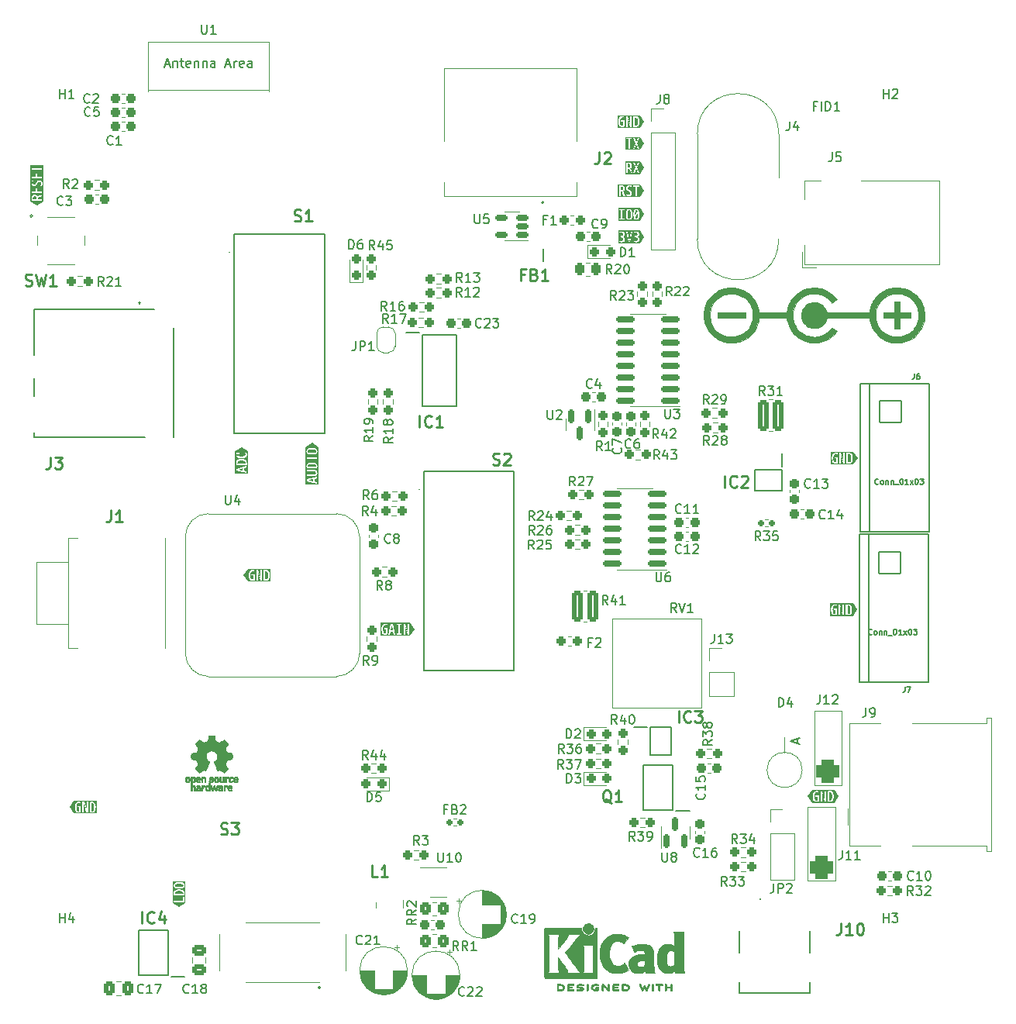
<source format=gbr>
%TF.GenerationSoftware,KiCad,Pcbnew,(6.0.4)*%
%TF.CreationDate,2022-06-30T01:03:10+03:00*%
%TF.ProjectId,test_project_01,74657374-5f70-4726-9f6a-6563745f3031,rev?*%
%TF.SameCoordinates,Original*%
%TF.FileFunction,Legend,Top*%
%TF.FilePolarity,Positive*%
%FSLAX46Y46*%
G04 Gerber Fmt 4.6, Leading zero omitted, Abs format (unit mm)*
G04 Created by KiCad (PCBNEW (6.0.4)) date 2022-06-30 01:03:10*
%MOMM*%
%LPD*%
G01*
G04 APERTURE LIST*
G04 Aperture macros list*
%AMRoundRect*
0 Rectangle with rounded corners*
0 $1 Rounding radius*
0 $2 $3 $4 $5 $6 $7 $8 $9 X,Y pos of 4 corners*
0 Add a 4 corners polygon primitive as box body*
4,1,4,$2,$3,$4,$5,$6,$7,$8,$9,$2,$3,0*
0 Add four circle primitives for the rounded corners*
1,1,$1+$1,$2,$3*
1,1,$1+$1,$4,$5*
1,1,$1+$1,$6,$7*
1,1,$1+$1,$8,$9*
0 Add four rect primitives between the rounded corners*
20,1,$1+$1,$2,$3,$4,$5,0*
20,1,$1+$1,$4,$5,$6,$7,0*
20,1,$1+$1,$6,$7,$8,$9,0*
20,1,$1+$1,$8,$9,$2,$3,0*%
%AMFreePoly0*
4,1,22,0.500000,-0.750000,0.000000,-0.750000,0.000000,-0.745033,-0.079941,-0.743568,-0.215256,-0.701293,-0.333266,-0.622738,-0.424486,-0.514219,-0.481581,-0.384460,-0.499164,-0.250000,-0.500000,-0.250000,-0.500000,0.250000,-0.499164,0.250000,-0.499963,0.256109,-0.478152,0.396186,-0.417904,0.524511,-0.324060,0.630769,-0.204165,0.706417,-0.067858,0.745374,0.000000,0.744959,0.000000,0.750000,
0.500000,0.750000,0.500000,-0.750000,0.500000,-0.750000,$1*%
%AMFreePoly1*
4,1,20,0.000000,0.744959,0.073905,0.744508,0.209726,0.703889,0.328688,0.626782,0.421226,0.519385,0.479903,0.390333,0.500000,0.250000,0.500000,-0.250000,0.499851,-0.262216,0.476331,-0.402017,0.414519,-0.529596,0.319384,-0.634700,0.198574,-0.708877,0.061801,-0.746166,0.000000,-0.745033,0.000000,-0.750000,-0.500000,-0.750000,-0.500000,0.750000,0.000000,0.750000,0.000000,0.744959,
0.000000,0.744959,$1*%
%AMFreePoly2*
4,1,6,0.725000,-0.725000,-0.725000,-0.725000,-0.725000,0.125000,-0.125000,0.725000,0.725000,0.725000,0.725000,-0.725000,0.725000,-0.725000,$1*%
G04 Aperture macros list end*
%ADD10C,0.254000*%
%ADD11C,0.150000*%
%ADD12C,0.127000*%
%ADD13C,0.200000*%
%ADD14C,0.010000*%
%ADD15C,0.120000*%
%ADD16C,0.100000*%
%ADD17C,0.203200*%
%ADD18R,0.300000X1.400000*%
%ADD19C,1.000000*%
%ADD20RoundRect,0.250000X-0.350000X-0.450000X0.350000X-0.450000X0.350000X0.450000X-0.350000X0.450000X0*%
%ADD21RoundRect,0.250000X0.350000X0.450000X-0.350000X0.450000X-0.350000X-0.450000X0.350000X-0.450000X0*%
%ADD22O,1.700000X1.700000*%
%ADD23R,1.700000X1.700000*%
%ADD24RoundRect,0.237500X-0.300000X-0.237500X0.300000X-0.237500X0.300000X0.237500X-0.300000X0.237500X0*%
%ADD25RoundRect,0.237500X-0.237500X0.250000X-0.237500X-0.250000X0.237500X-0.250000X0.237500X0.250000X0*%
%ADD26RoundRect,0.237500X-0.250000X-0.237500X0.250000X-0.237500X0.250000X0.237500X-0.250000X0.237500X0*%
%ADD27RoundRect,0.250000X0.262500X0.450000X-0.262500X0.450000X-0.262500X-0.450000X0.262500X-0.450000X0*%
%ADD28RoundRect,0.237500X0.237500X-0.287500X0.237500X0.287500X-0.237500X0.287500X-0.237500X-0.287500X0*%
%ADD29RoundRect,0.237500X0.287500X0.237500X-0.287500X0.237500X-0.287500X-0.237500X0.287500X-0.237500X0*%
%ADD30RoundRect,0.237500X-0.287500X-0.237500X0.287500X-0.237500X0.287500X0.237500X-0.287500X0.237500X0*%
%ADD31RoundRect,0.237500X-0.237500X0.300000X-0.237500X-0.300000X0.237500X-0.300000X0.237500X0.300000X0*%
%ADD32R,2.000000X5.500000*%
%ADD33R,5.000000X1.800000*%
%ADD34RoundRect,0.150000X0.150000X-0.587500X0.150000X0.587500X-0.150000X0.587500X-0.150000X-0.587500X0*%
%ADD35R,2.700000X0.800000*%
%ADD36RoundRect,0.237500X0.300000X0.237500X-0.300000X0.237500X-0.300000X-0.237500X0.300000X-0.237500X0*%
%ADD37RoundRect,0.237500X0.237500X-0.300000X0.237500X0.300000X-0.237500X0.300000X-0.237500X-0.300000X0*%
%ADD38R,1.600000X1.600000*%
%ADD39C,1.600000*%
%ADD40C,1.440000*%
%ADD41RoundRect,0.237500X0.250000X0.237500X-0.250000X0.237500X-0.250000X-0.237500X0.250000X-0.237500X0*%
%ADD42RoundRect,0.250000X0.475000X-0.337500X0.475000X0.337500X-0.475000X0.337500X-0.475000X-0.337500X0*%
%ADD43RoundRect,0.150000X0.825000X0.150000X-0.825000X0.150000X-0.825000X-0.150000X0.825000X-0.150000X0*%
%ADD44RoundRect,0.160000X-0.197500X-0.160000X0.197500X-0.160000X0.197500X0.160000X-0.197500X0.160000X0*%
%ADD45C,1.300000*%
%ADD46C,1.710000*%
%ADD47RoundRect,0.237500X0.237500X-0.250000X0.237500X0.250000X-0.237500X0.250000X-0.237500X-0.250000X0*%
%ADD48C,3.810000*%
%ADD49C,2.700000*%
%ADD50C,1.524000*%
%ADD51RoundRect,0.160000X0.197500X0.160000X-0.197500X0.160000X-0.197500X-0.160000X0.197500X-0.160000X0*%
%ADD52R,1.000000X0.700000*%
%ADD53R,1.500000X1.600000*%
%ADD54C,3.000000*%
%ADD55RoundRect,0.650000X0.650000X-0.650000X0.650000X0.650000X-0.650000X0.650000X-0.650000X-0.650000X0*%
%ADD56C,2.600000*%
%ADD57R,1.400000X0.300000*%
%ADD58RoundRect,0.101600X-1.206500X1.206500X-1.206500X-1.206500X1.206500X-1.206500X1.206500X1.206500X0*%
%ADD59C,2.616200*%
%ADD60FreePoly0,90.000000*%
%ADD61FreePoly1,90.000000*%
%ADD62RoundRect,0.250000X-0.337500X-1.450000X0.337500X-1.450000X0.337500X1.450000X-0.337500X1.450000X0*%
%ADD63C,3.200000*%
%ADD64R,1.800000X0.400000*%
%ADD65R,0.400000X1.800000*%
%ADD66R,1.450000X1.450000*%
%ADD67R,0.400000X0.800000*%
%ADD68R,1.700000X0.700000*%
%ADD69C,2.800000*%
%ADD70FreePoly2,0.000000*%
%ADD71R,1.560000X0.650000*%
%ADD72RoundRect,0.250000X0.337500X0.475000X-0.337500X0.475000X-0.337500X-0.475000X0.337500X-0.475000X0*%
%ADD73R,1.500000X0.650000*%
%ADD74C,1.500000*%
%ADD75R,1.800000X4.400000*%
%ADD76O,1.800000X4.000000*%
%ADD77O,4.000000X1.800000*%
%ADD78R,2.400000X2.400000*%
%ADD79O,2.400000X2.400000*%
%ADD80R,1.200000X1.850000*%
%ADD81R,1.500000X0.450000*%
%ADD82RoundRect,0.250000X0.337500X1.450000X-0.337500X1.450000X-0.337500X-1.450000X0.337500X-1.450000X0*%
%ADD83C,0.900000*%
%ADD84R,0.500000X2.250000*%
%ADD85R,2.000000X2.500000*%
%ADD86C,1.530000*%
%ADD87C,3.600000*%
%ADD88R,1.400000X1.300000*%
%ADD89R,0.950000X1.000000*%
%ADD90R,1.900000X1.400000*%
%ADD91R,1.500000X0.800000*%
%ADD92RoundRect,0.150000X0.512500X0.150000X-0.512500X0.150000X-0.512500X-0.150000X0.512500X-0.150000X0*%
%ADD93RoundRect,0.150000X-0.150000X0.587500X-0.150000X-0.587500X0.150000X-0.587500X0.150000X0.587500X0*%
%ADD94R,1.950000X1.950000*%
%ADD95C,1.950000*%
%ADD96C,2.400000*%
%ADD97C,5.325000*%
%ADD98C,3.585000*%
%ADD99C,1.980000*%
G04 APERTURE END LIST*
D10*
%TO.C,IC2*%
X126903238Y-93741723D02*
X126903238Y-92471723D01*
X128233714Y-93620771D02*
X128173238Y-93681247D01*
X127991809Y-93741723D01*
X127870857Y-93741723D01*
X127689428Y-93681247D01*
X127568476Y-93560295D01*
X127508000Y-93439342D01*
X127447523Y-93197438D01*
X127447523Y-93016009D01*
X127508000Y-92774104D01*
X127568476Y-92653152D01*
X127689428Y-92532200D01*
X127870857Y-92471723D01*
X127991809Y-92471723D01*
X128173238Y-92532200D01*
X128233714Y-92592676D01*
X128717523Y-92592676D02*
X128778000Y-92532200D01*
X128898952Y-92471723D01*
X129201333Y-92471723D01*
X129322285Y-92532200D01*
X129382761Y-92592676D01*
X129443238Y-92713628D01*
X129443238Y-92834580D01*
X129382761Y-93016009D01*
X128657047Y-93741723D01*
X129443238Y-93741723D01*
D11*
%TO.C,FID1*%
X136926771Y-52098771D02*
X136593438Y-52098771D01*
X136593438Y-52622580D02*
X136593438Y-51622580D01*
X137069628Y-51622580D01*
X137450580Y-52622580D02*
X137450580Y-51622580D01*
X137926771Y-52622580D02*
X137926771Y-51622580D01*
X138164866Y-51622580D01*
X138307723Y-51670200D01*
X138402961Y-51765438D01*
X138450580Y-51860676D01*
X138498200Y-52051152D01*
X138498200Y-52194009D01*
X138450580Y-52384485D01*
X138402961Y-52479723D01*
X138307723Y-52574961D01*
X138164866Y-52622580D01*
X137926771Y-52622580D01*
X139450580Y-52622580D02*
X138879152Y-52622580D01*
X139164866Y-52622580D02*
X139164866Y-51622580D01*
X139069628Y-51765438D01*
X138974390Y-51860676D01*
X138879152Y-51908295D01*
%TO.C,RR2*%
X93187780Y-140900066D02*
X92711590Y-141233400D01*
X93187780Y-141471495D02*
X92187780Y-141471495D01*
X92187780Y-141090542D01*
X92235400Y-140995304D01*
X92283019Y-140947685D01*
X92378257Y-140900066D01*
X92521114Y-140900066D01*
X92616352Y-140947685D01*
X92663971Y-140995304D01*
X92711590Y-141090542D01*
X92711590Y-141471495D01*
X93187780Y-139900066D02*
X92711590Y-140233400D01*
X93187780Y-140471495D02*
X92187780Y-140471495D01*
X92187780Y-140090542D01*
X92235400Y-139995304D01*
X92283019Y-139947685D01*
X92378257Y-139900066D01*
X92521114Y-139900066D01*
X92616352Y-139947685D01*
X92663971Y-139995304D01*
X92711590Y-140090542D01*
X92711590Y-140471495D01*
X92283019Y-139519114D02*
X92235400Y-139471495D01*
X92187780Y-139376257D01*
X92187780Y-139138161D01*
X92235400Y-139042923D01*
X92283019Y-138995304D01*
X92378257Y-138947685D01*
X92473495Y-138947685D01*
X92616352Y-138995304D01*
X93187780Y-139566733D01*
X93187780Y-138947685D01*
%TO.C,RR1*%
X97809133Y-144317980D02*
X97475800Y-143841790D01*
X97237704Y-144317980D02*
X97237704Y-143317980D01*
X97618657Y-143317980D01*
X97713895Y-143365600D01*
X97761514Y-143413219D01*
X97809133Y-143508457D01*
X97809133Y-143651314D01*
X97761514Y-143746552D01*
X97713895Y-143794171D01*
X97618657Y-143841790D01*
X97237704Y-143841790D01*
X98809133Y-144317980D02*
X98475800Y-143841790D01*
X98237704Y-144317980D02*
X98237704Y-143317980D01*
X98618657Y-143317980D01*
X98713895Y-143365600D01*
X98761514Y-143413219D01*
X98809133Y-143508457D01*
X98809133Y-143651314D01*
X98761514Y-143746552D01*
X98713895Y-143794171D01*
X98618657Y-143841790D01*
X98237704Y-143841790D01*
X99761514Y-144317980D02*
X99190085Y-144317980D01*
X99475800Y-144317980D02*
X99475800Y-143317980D01*
X99380561Y-143460838D01*
X99285323Y-143556076D01*
X99190085Y-143603695D01*
%TO.C,J8*%
X119834066Y-50843380D02*
X119834066Y-51557666D01*
X119786447Y-51700523D01*
X119691209Y-51795761D01*
X119548352Y-51843380D01*
X119453114Y-51843380D01*
X120453114Y-51271952D02*
X120357876Y-51224333D01*
X120310257Y-51176714D01*
X120262638Y-51081476D01*
X120262638Y-51033857D01*
X120310257Y-50938619D01*
X120357876Y-50891000D01*
X120453114Y-50843380D01*
X120643590Y-50843380D01*
X120738828Y-50891000D01*
X120786447Y-50938619D01*
X120834066Y-51033857D01*
X120834066Y-51081476D01*
X120786447Y-51176714D01*
X120738828Y-51224333D01*
X120643590Y-51271952D01*
X120453114Y-51271952D01*
X120357876Y-51319571D01*
X120310257Y-51367190D01*
X120262638Y-51462428D01*
X120262638Y-51652904D01*
X120310257Y-51748142D01*
X120357876Y-51795761D01*
X120453114Y-51843380D01*
X120643590Y-51843380D01*
X120738828Y-51795761D01*
X120786447Y-51748142D01*
X120834066Y-51652904D01*
X120834066Y-51462428D01*
X120786447Y-51367190D01*
X120738828Y-51319571D01*
X120643590Y-51271952D01*
%TO.C,C23*%
X100296742Y-76201542D02*
X100249123Y-76249161D01*
X100106266Y-76296780D01*
X100011028Y-76296780D01*
X99868171Y-76249161D01*
X99772933Y-76153923D01*
X99725314Y-76058685D01*
X99677695Y-75868209D01*
X99677695Y-75725352D01*
X99725314Y-75534876D01*
X99772933Y-75439638D01*
X99868171Y-75344400D01*
X100011028Y-75296780D01*
X100106266Y-75296780D01*
X100249123Y-75344400D01*
X100296742Y-75392019D01*
X100677695Y-75392019D02*
X100725314Y-75344400D01*
X100820552Y-75296780D01*
X101058647Y-75296780D01*
X101153885Y-75344400D01*
X101201504Y-75392019D01*
X101249123Y-75487257D01*
X101249123Y-75582495D01*
X101201504Y-75725352D01*
X100630076Y-76296780D01*
X101249123Y-76296780D01*
X101582457Y-75296780D02*
X102201504Y-75296780D01*
X101868171Y-75677733D01*
X102011028Y-75677733D01*
X102106266Y-75725352D01*
X102153885Y-75772971D01*
X102201504Y-75868209D01*
X102201504Y-76106304D01*
X102153885Y-76201542D01*
X102106266Y-76249161D01*
X102011028Y-76296780D01*
X101725314Y-76296780D01*
X101630076Y-76249161D01*
X101582457Y-76201542D01*
%TO.C,R45*%
X88663542Y-67787780D02*
X88330209Y-67311590D01*
X88092114Y-67787780D02*
X88092114Y-66787780D01*
X88473066Y-66787780D01*
X88568304Y-66835400D01*
X88615923Y-66883019D01*
X88663542Y-66978257D01*
X88663542Y-67121114D01*
X88615923Y-67216352D01*
X88568304Y-67263971D01*
X88473066Y-67311590D01*
X88092114Y-67311590D01*
X89520685Y-67121114D02*
X89520685Y-67787780D01*
X89282590Y-66740161D02*
X89044495Y-67454447D01*
X89663542Y-67454447D01*
X90520685Y-66787780D02*
X90044495Y-66787780D01*
X89996876Y-67263971D01*
X90044495Y-67216352D01*
X90139733Y-67168733D01*
X90377828Y-67168733D01*
X90473066Y-67216352D01*
X90520685Y-67263971D01*
X90568304Y-67359209D01*
X90568304Y-67597304D01*
X90520685Y-67692542D01*
X90473066Y-67740161D01*
X90377828Y-67787780D01*
X90139733Y-67787780D01*
X90044495Y-67740161D01*
X89996876Y-67692542D01*
%TO.C,R44*%
X87940642Y-123456980D02*
X87607309Y-122980790D01*
X87369214Y-123456980D02*
X87369214Y-122456980D01*
X87750166Y-122456980D01*
X87845404Y-122504600D01*
X87893023Y-122552219D01*
X87940642Y-122647457D01*
X87940642Y-122790314D01*
X87893023Y-122885552D01*
X87845404Y-122933171D01*
X87750166Y-122980790D01*
X87369214Y-122980790D01*
X88797785Y-122790314D02*
X88797785Y-123456980D01*
X88559690Y-122409361D02*
X88321595Y-123123647D01*
X88940642Y-123123647D01*
X89750166Y-122790314D02*
X89750166Y-123456980D01*
X89512071Y-122409361D02*
X89273976Y-123123647D01*
X89893023Y-123123647D01*
%TO.C,R20*%
X114571542Y-70403980D02*
X114238209Y-69927790D01*
X114000114Y-70403980D02*
X114000114Y-69403980D01*
X114381066Y-69403980D01*
X114476304Y-69451600D01*
X114523923Y-69499219D01*
X114571542Y-69594457D01*
X114571542Y-69737314D01*
X114523923Y-69832552D01*
X114476304Y-69880171D01*
X114381066Y-69927790D01*
X114000114Y-69927790D01*
X114952495Y-69499219D02*
X115000114Y-69451600D01*
X115095352Y-69403980D01*
X115333447Y-69403980D01*
X115428685Y-69451600D01*
X115476304Y-69499219D01*
X115523923Y-69594457D01*
X115523923Y-69689695D01*
X115476304Y-69832552D01*
X114904876Y-70403980D01*
X115523923Y-70403980D01*
X116142971Y-69403980D02*
X116238209Y-69403980D01*
X116333447Y-69451600D01*
X116381066Y-69499219D01*
X116428685Y-69594457D01*
X116476304Y-69784933D01*
X116476304Y-70023028D01*
X116428685Y-70213504D01*
X116381066Y-70308742D01*
X116333447Y-70356361D01*
X116238209Y-70403980D01*
X116142971Y-70403980D01*
X116047733Y-70356361D01*
X116000114Y-70308742D01*
X115952495Y-70213504D01*
X115904876Y-70023028D01*
X115904876Y-69784933D01*
X115952495Y-69594457D01*
X116000114Y-69499219D01*
X116047733Y-69451600D01*
X116142971Y-69403980D01*
%TO.C,D6*%
X85850504Y-67711580D02*
X85850504Y-66711580D01*
X86088600Y-66711580D01*
X86231457Y-66759200D01*
X86326695Y-66854438D01*
X86374314Y-66949676D01*
X86421933Y-67140152D01*
X86421933Y-67283009D01*
X86374314Y-67473485D01*
X86326695Y-67568723D01*
X86231457Y-67663961D01*
X86088600Y-67711580D01*
X85850504Y-67711580D01*
X87279076Y-66711580D02*
X87088600Y-66711580D01*
X86993361Y-66759200D01*
X86945742Y-66806819D01*
X86850504Y-66949676D01*
X86802885Y-67140152D01*
X86802885Y-67521104D01*
X86850504Y-67616342D01*
X86898123Y-67663961D01*
X86993361Y-67711580D01*
X87183838Y-67711580D01*
X87279076Y-67663961D01*
X87326695Y-67616342D01*
X87374314Y-67521104D01*
X87374314Y-67283009D01*
X87326695Y-67187771D01*
X87279076Y-67140152D01*
X87183838Y-67092533D01*
X86993361Y-67092533D01*
X86898123Y-67140152D01*
X86850504Y-67187771D01*
X86802885Y-67283009D01*
%TO.C,D5*%
X87843104Y-128044180D02*
X87843104Y-127044180D01*
X88081200Y-127044180D01*
X88224057Y-127091800D01*
X88319295Y-127187038D01*
X88366914Y-127282276D01*
X88414533Y-127472752D01*
X88414533Y-127615609D01*
X88366914Y-127806085D01*
X88319295Y-127901323D01*
X88224057Y-127996561D01*
X88081200Y-128044180D01*
X87843104Y-128044180D01*
X89319295Y-127044180D02*
X88843104Y-127044180D01*
X88795485Y-127520371D01*
X88843104Y-127472752D01*
X88938342Y-127425133D01*
X89176438Y-127425133D01*
X89271676Y-127472752D01*
X89319295Y-127520371D01*
X89366914Y-127615609D01*
X89366914Y-127853704D01*
X89319295Y-127948942D01*
X89271676Y-127996561D01*
X89176438Y-128044180D01*
X88938342Y-128044180D01*
X88843104Y-127996561D01*
X88795485Y-127948942D01*
%TO.C,D1*%
X115517704Y-68549780D02*
X115517704Y-67549780D01*
X115755800Y-67549780D01*
X115898657Y-67597400D01*
X115993895Y-67692638D01*
X116041514Y-67787876D01*
X116089133Y-67978352D01*
X116089133Y-68121209D01*
X116041514Y-68311685D01*
X115993895Y-68406923D01*
X115898657Y-68502161D01*
X115755800Y-68549780D01*
X115517704Y-68549780D01*
X117041514Y-68549780D02*
X116470085Y-68549780D01*
X116755800Y-68549780D02*
X116755800Y-67549780D01*
X116660561Y-67692638D01*
X116565323Y-67787876D01*
X116470085Y-67835495D01*
%TO.C,F2*%
X112341066Y-110672571D02*
X112007733Y-110672571D01*
X112007733Y-111196380D02*
X112007733Y-110196380D01*
X112483923Y-110196380D01*
X112817257Y-110291619D02*
X112864876Y-110244000D01*
X112960114Y-110196380D01*
X113198209Y-110196380D01*
X113293447Y-110244000D01*
X113341066Y-110291619D01*
X113388685Y-110386857D01*
X113388685Y-110482095D01*
X113341066Y-110624952D01*
X112769638Y-111196380D01*
X113388685Y-111196380D01*
%TO.C,C16*%
X124147342Y-134037342D02*
X124099723Y-134084961D01*
X123956866Y-134132580D01*
X123861628Y-134132580D01*
X123718771Y-134084961D01*
X123623533Y-133989723D01*
X123575914Y-133894485D01*
X123528295Y-133704009D01*
X123528295Y-133561152D01*
X123575914Y-133370676D01*
X123623533Y-133275438D01*
X123718771Y-133180200D01*
X123861628Y-133132580D01*
X123956866Y-133132580D01*
X124099723Y-133180200D01*
X124147342Y-133227819D01*
X125099723Y-134132580D02*
X124528295Y-134132580D01*
X124814009Y-134132580D02*
X124814009Y-133132580D01*
X124718771Y-133275438D01*
X124623533Y-133370676D01*
X124528295Y-133418295D01*
X125956866Y-133132580D02*
X125766390Y-133132580D01*
X125671152Y-133180200D01*
X125623533Y-133227819D01*
X125528295Y-133370676D01*
X125480676Y-133561152D01*
X125480676Y-133942104D01*
X125528295Y-134037342D01*
X125575914Y-134084961D01*
X125671152Y-134132580D01*
X125861628Y-134132580D01*
X125956866Y-134084961D01*
X126004485Y-134037342D01*
X126052104Y-133942104D01*
X126052104Y-133704009D01*
X126004485Y-133608771D01*
X125956866Y-133561152D01*
X125861628Y-133513533D01*
X125671152Y-133513533D01*
X125575914Y-133561152D01*
X125528295Y-133608771D01*
X125480676Y-133704009D01*
%TO.C,J4*%
X133981866Y-53782980D02*
X133981866Y-54497266D01*
X133934247Y-54640123D01*
X133839009Y-54735361D01*
X133696152Y-54782980D01*
X133600914Y-54782980D01*
X134886628Y-54116314D02*
X134886628Y-54782980D01*
X134648533Y-53735361D02*
X134410438Y-54449647D01*
X135029485Y-54449647D01*
%TO.C,U8*%
X120065895Y-133640580D02*
X120065895Y-134450104D01*
X120113514Y-134545342D01*
X120161133Y-134592961D01*
X120256371Y-134640580D01*
X120446847Y-134640580D01*
X120542085Y-134592961D01*
X120589704Y-134545342D01*
X120637323Y-134450104D01*
X120637323Y-133640580D01*
X121256371Y-134069152D02*
X121161133Y-134021533D01*
X121113514Y-133973914D01*
X121065895Y-133878676D01*
X121065895Y-133831057D01*
X121113514Y-133735819D01*
X121161133Y-133688200D01*
X121256371Y-133640580D01*
X121446847Y-133640580D01*
X121542085Y-133688200D01*
X121589704Y-133735819D01*
X121637323Y-133831057D01*
X121637323Y-133878676D01*
X121589704Y-133973914D01*
X121542085Y-134021533D01*
X121446847Y-134069152D01*
X121256371Y-134069152D01*
X121161133Y-134116771D01*
X121113514Y-134164390D01*
X121065895Y-134259628D01*
X121065895Y-134450104D01*
X121113514Y-134545342D01*
X121161133Y-134592961D01*
X121256371Y-134640580D01*
X121446847Y-134640580D01*
X121542085Y-134592961D01*
X121589704Y-134545342D01*
X121637323Y-134450104D01*
X121637323Y-134259628D01*
X121589704Y-134164390D01*
X121542085Y-134116771D01*
X121446847Y-134069152D01*
%TO.C,C11*%
X122141842Y-96488542D02*
X122094223Y-96536161D01*
X121951366Y-96583780D01*
X121856128Y-96583780D01*
X121713271Y-96536161D01*
X121618033Y-96440923D01*
X121570414Y-96345685D01*
X121522795Y-96155209D01*
X121522795Y-96012352D01*
X121570414Y-95821876D01*
X121618033Y-95726638D01*
X121713271Y-95631400D01*
X121856128Y-95583780D01*
X121951366Y-95583780D01*
X122094223Y-95631400D01*
X122141842Y-95679019D01*
X123094223Y-96583780D02*
X122522795Y-96583780D01*
X122808509Y-96583780D02*
X122808509Y-95583780D01*
X122713271Y-95726638D01*
X122618033Y-95821876D01*
X122522795Y-95869495D01*
X124046604Y-96583780D02*
X123475176Y-96583780D01*
X123760890Y-96583780D02*
X123760890Y-95583780D01*
X123665652Y-95726638D01*
X123570414Y-95821876D01*
X123475176Y-95869495D01*
D10*
%TO.C,L1*%
X88993133Y-136312123D02*
X88388371Y-136312123D01*
X88388371Y-135042123D01*
X90081704Y-136312123D02*
X89355990Y-136312123D01*
X89718847Y-136312123D02*
X89718847Y-135042123D01*
X89597895Y-135223552D01*
X89476942Y-135344504D01*
X89355990Y-135404980D01*
D11*
%TO.C,C5*%
X57592933Y-53112942D02*
X57545314Y-53160561D01*
X57402457Y-53208180D01*
X57307219Y-53208180D01*
X57164361Y-53160561D01*
X57069123Y-53065323D01*
X57021504Y-52970085D01*
X56973885Y-52779609D01*
X56973885Y-52636752D01*
X57021504Y-52446276D01*
X57069123Y-52351038D01*
X57164361Y-52255800D01*
X57307219Y-52208180D01*
X57402457Y-52208180D01*
X57545314Y-52255800D01*
X57592933Y-52303419D01*
X58497695Y-52208180D02*
X58021504Y-52208180D01*
X57973885Y-52684371D01*
X58021504Y-52636752D01*
X58116742Y-52589133D01*
X58354838Y-52589133D01*
X58450076Y-52636752D01*
X58497695Y-52684371D01*
X58545314Y-52779609D01*
X58545314Y-53017704D01*
X58497695Y-53112942D01*
X58450076Y-53160561D01*
X58354838Y-53208180D01*
X58116742Y-53208180D01*
X58021504Y-53160561D01*
X57973885Y-53112942D01*
%TO.C,R27*%
X110560242Y-93561180D02*
X110226909Y-93084990D01*
X109988814Y-93561180D02*
X109988814Y-92561180D01*
X110369766Y-92561180D01*
X110465004Y-92608800D01*
X110512623Y-92656419D01*
X110560242Y-92751657D01*
X110560242Y-92894514D01*
X110512623Y-92989752D01*
X110465004Y-93037371D01*
X110369766Y-93084990D01*
X109988814Y-93084990D01*
X110941195Y-92656419D02*
X110988814Y-92608800D01*
X111084052Y-92561180D01*
X111322147Y-92561180D01*
X111417385Y-92608800D01*
X111465004Y-92656419D01*
X111512623Y-92751657D01*
X111512623Y-92846895D01*
X111465004Y-92989752D01*
X110893576Y-93561180D01*
X111512623Y-93561180D01*
X111845957Y-92561180D02*
X112512623Y-92561180D01*
X112084052Y-93561180D01*
%TO.C,C7*%
X115546142Y-89473066D02*
X115593761Y-89520685D01*
X115641380Y-89663542D01*
X115641380Y-89758780D01*
X115593761Y-89901638D01*
X115498523Y-89996876D01*
X115403285Y-90044495D01*
X115212809Y-90092114D01*
X115069952Y-90092114D01*
X114879476Y-90044495D01*
X114784238Y-89996876D01*
X114689000Y-89901638D01*
X114641380Y-89758780D01*
X114641380Y-89663542D01*
X114689000Y-89520685D01*
X114736619Y-89473066D01*
X114641380Y-89139733D02*
X114641380Y-88473066D01*
X115641380Y-88901638D01*
%TO.C,R34*%
X128287542Y-132626380D02*
X127954209Y-132150190D01*
X127716114Y-132626380D02*
X127716114Y-131626380D01*
X128097066Y-131626380D01*
X128192304Y-131674000D01*
X128239923Y-131721619D01*
X128287542Y-131816857D01*
X128287542Y-131959714D01*
X128239923Y-132054952D01*
X128192304Y-132102571D01*
X128097066Y-132150190D01*
X127716114Y-132150190D01*
X128620876Y-131626380D02*
X129239923Y-131626380D01*
X128906590Y-132007333D01*
X129049447Y-132007333D01*
X129144685Y-132054952D01*
X129192304Y-132102571D01*
X129239923Y-132197809D01*
X129239923Y-132435904D01*
X129192304Y-132531142D01*
X129144685Y-132578761D01*
X129049447Y-132626380D01*
X128763733Y-132626380D01*
X128668495Y-132578761D01*
X128620876Y-132531142D01*
X130097066Y-131959714D02*
X130097066Y-132626380D01*
X129858971Y-131578761D02*
X129620876Y-132293047D01*
X130239923Y-132293047D01*
%TO.C,C22*%
X98467942Y-149226542D02*
X98420323Y-149274161D01*
X98277466Y-149321780D01*
X98182228Y-149321780D01*
X98039371Y-149274161D01*
X97944133Y-149178923D01*
X97896514Y-149083685D01*
X97848895Y-148893209D01*
X97848895Y-148750352D01*
X97896514Y-148559876D01*
X97944133Y-148464638D01*
X98039371Y-148369400D01*
X98182228Y-148321780D01*
X98277466Y-148321780D01*
X98420323Y-148369400D01*
X98467942Y-148417019D01*
X98848895Y-148417019D02*
X98896514Y-148369400D01*
X98991752Y-148321780D01*
X99229847Y-148321780D01*
X99325085Y-148369400D01*
X99372704Y-148417019D01*
X99420323Y-148512257D01*
X99420323Y-148607495D01*
X99372704Y-148750352D01*
X98801276Y-149321780D01*
X99420323Y-149321780D01*
X99801276Y-148417019D02*
X99848895Y-148369400D01*
X99944133Y-148321780D01*
X100182228Y-148321780D01*
X100277466Y-148369400D01*
X100325085Y-148417019D01*
X100372704Y-148512257D01*
X100372704Y-148607495D01*
X100325085Y-148750352D01*
X99753657Y-149321780D01*
X100372704Y-149321780D01*
%TO.C,R29*%
X125163342Y-84645780D02*
X124830009Y-84169590D01*
X124591914Y-84645780D02*
X124591914Y-83645780D01*
X124972866Y-83645780D01*
X125068104Y-83693400D01*
X125115723Y-83741019D01*
X125163342Y-83836257D01*
X125163342Y-83979114D01*
X125115723Y-84074352D01*
X125068104Y-84121971D01*
X124972866Y-84169590D01*
X124591914Y-84169590D01*
X125544295Y-83741019D02*
X125591914Y-83693400D01*
X125687152Y-83645780D01*
X125925247Y-83645780D01*
X126020485Y-83693400D01*
X126068104Y-83741019D01*
X126115723Y-83836257D01*
X126115723Y-83931495D01*
X126068104Y-84074352D01*
X125496676Y-84645780D01*
X126115723Y-84645780D01*
X126591914Y-84645780D02*
X126782390Y-84645780D01*
X126877628Y-84598161D01*
X126925247Y-84550542D01*
X127020485Y-84407685D01*
X127068104Y-84217209D01*
X127068104Y-83836257D01*
X127020485Y-83741019D01*
X126972866Y-83693400D01*
X126877628Y-83645780D01*
X126687152Y-83645780D01*
X126591914Y-83693400D01*
X126544295Y-83741019D01*
X126496676Y-83836257D01*
X126496676Y-84074352D01*
X126544295Y-84169590D01*
X126591914Y-84217209D01*
X126687152Y-84264828D01*
X126877628Y-84264828D01*
X126972866Y-84217209D01*
X127020485Y-84169590D01*
X127068104Y-84074352D01*
%TO.C,D3*%
X109650304Y-126029980D02*
X109650304Y-125029980D01*
X109888400Y-125029980D01*
X110031257Y-125077600D01*
X110126495Y-125172838D01*
X110174114Y-125268076D01*
X110221733Y-125458552D01*
X110221733Y-125601409D01*
X110174114Y-125791885D01*
X110126495Y-125887123D01*
X110031257Y-125982361D01*
X109888400Y-126029980D01*
X109650304Y-126029980D01*
X110555066Y-125029980D02*
X111174114Y-125029980D01*
X110840780Y-125410933D01*
X110983638Y-125410933D01*
X111078876Y-125458552D01*
X111126495Y-125506171D01*
X111174114Y-125601409D01*
X111174114Y-125839504D01*
X111126495Y-125934742D01*
X111078876Y-125982361D01*
X110983638Y-126029980D01*
X110697923Y-126029980D01*
X110602685Y-125982361D01*
X110555066Y-125934742D01*
%TO.C,RV1*%
X121629561Y-107386380D02*
X121296228Y-106910190D01*
X121058133Y-107386380D02*
X121058133Y-106386380D01*
X121439085Y-106386380D01*
X121534323Y-106434000D01*
X121581942Y-106481619D01*
X121629561Y-106576857D01*
X121629561Y-106719714D01*
X121581942Y-106814952D01*
X121534323Y-106862571D01*
X121439085Y-106910190D01*
X121058133Y-106910190D01*
X121915276Y-106386380D02*
X122248609Y-107386380D01*
X122581942Y-106386380D01*
X123439085Y-107386380D02*
X122867657Y-107386380D01*
X123153371Y-107386380D02*
X123153371Y-106386380D01*
X123058133Y-106529238D01*
X122962895Y-106624476D01*
X122867657Y-106672095D01*
%TO.C,R12*%
X98163142Y-72918580D02*
X97829809Y-72442390D01*
X97591714Y-72918580D02*
X97591714Y-71918580D01*
X97972666Y-71918580D01*
X98067904Y-71966200D01*
X98115523Y-72013819D01*
X98163142Y-72109057D01*
X98163142Y-72251914D01*
X98115523Y-72347152D01*
X98067904Y-72394771D01*
X97972666Y-72442390D01*
X97591714Y-72442390D01*
X99115523Y-72918580D02*
X98544095Y-72918580D01*
X98829809Y-72918580D02*
X98829809Y-71918580D01*
X98734571Y-72061438D01*
X98639333Y-72156676D01*
X98544095Y-72204295D01*
X99496476Y-72013819D02*
X99544095Y-71966200D01*
X99639333Y-71918580D01*
X99877428Y-71918580D01*
X99972666Y-71966200D01*
X100020285Y-72013819D01*
X100067904Y-72109057D01*
X100067904Y-72204295D01*
X100020285Y-72347152D01*
X99448857Y-72918580D01*
X100067904Y-72918580D01*
%TO.C,C6*%
X116647933Y-89384142D02*
X116600314Y-89431761D01*
X116457457Y-89479380D01*
X116362219Y-89479380D01*
X116219361Y-89431761D01*
X116124123Y-89336523D01*
X116076504Y-89241285D01*
X116028885Y-89050809D01*
X116028885Y-88907952D01*
X116076504Y-88717476D01*
X116124123Y-88622238D01*
X116219361Y-88527000D01*
X116362219Y-88479380D01*
X116457457Y-88479380D01*
X116600314Y-88527000D01*
X116647933Y-88574619D01*
X117505076Y-88479380D02*
X117314600Y-88479380D01*
X117219361Y-88527000D01*
X117171742Y-88574619D01*
X117076504Y-88717476D01*
X117028885Y-88907952D01*
X117028885Y-89288904D01*
X117076504Y-89384142D01*
X117124123Y-89431761D01*
X117219361Y-89479380D01*
X117409838Y-89479380D01*
X117505076Y-89431761D01*
X117552695Y-89384142D01*
X117600314Y-89288904D01*
X117600314Y-89050809D01*
X117552695Y-88955571D01*
X117505076Y-88907952D01*
X117409838Y-88860333D01*
X117219361Y-88860333D01*
X117124123Y-88907952D01*
X117076504Y-88955571D01*
X117028885Y-89050809D01*
%TO.C,R25*%
X106062542Y-100502980D02*
X105729209Y-100026790D01*
X105491114Y-100502980D02*
X105491114Y-99502980D01*
X105872066Y-99502980D01*
X105967304Y-99550600D01*
X106014923Y-99598219D01*
X106062542Y-99693457D01*
X106062542Y-99836314D01*
X106014923Y-99931552D01*
X105967304Y-99979171D01*
X105872066Y-100026790D01*
X105491114Y-100026790D01*
X106443495Y-99598219D02*
X106491114Y-99550600D01*
X106586352Y-99502980D01*
X106824447Y-99502980D01*
X106919685Y-99550600D01*
X106967304Y-99598219D01*
X107014923Y-99693457D01*
X107014923Y-99788695D01*
X106967304Y-99931552D01*
X106395876Y-100502980D01*
X107014923Y-100502980D01*
X107919685Y-99502980D02*
X107443495Y-99502980D01*
X107395876Y-99979171D01*
X107443495Y-99931552D01*
X107538733Y-99883933D01*
X107776828Y-99883933D01*
X107872066Y-99931552D01*
X107919685Y-99979171D01*
X107967304Y-100074409D01*
X107967304Y-100312504D01*
X107919685Y-100407742D01*
X107872066Y-100455361D01*
X107776828Y-100502980D01*
X107538733Y-100502980D01*
X107443495Y-100455361D01*
X107395876Y-100407742D01*
%TO.C,JP2*%
X132262666Y-137018780D02*
X132262666Y-137733066D01*
X132215047Y-137875923D01*
X132119809Y-137971161D01*
X131976952Y-138018780D01*
X131881714Y-138018780D01*
X132738857Y-138018780D02*
X132738857Y-137018780D01*
X133119809Y-137018780D01*
X133215047Y-137066400D01*
X133262666Y-137114019D01*
X133310285Y-137209257D01*
X133310285Y-137352114D01*
X133262666Y-137447352D01*
X133215047Y-137494971D01*
X133119809Y-137542590D01*
X132738857Y-137542590D01*
X133691238Y-137114019D02*
X133738857Y-137066400D01*
X133834095Y-137018780D01*
X134072190Y-137018780D01*
X134167428Y-137066400D01*
X134215047Y-137114019D01*
X134262666Y-137209257D01*
X134262666Y-137304495D01*
X134215047Y-137447352D01*
X133643619Y-138018780D01*
X134262666Y-138018780D01*
%TO.C,C18*%
X68368942Y-148917842D02*
X68321323Y-148965461D01*
X68178466Y-149013080D01*
X68083228Y-149013080D01*
X67940371Y-148965461D01*
X67845133Y-148870223D01*
X67797514Y-148774985D01*
X67749895Y-148584509D01*
X67749895Y-148441652D01*
X67797514Y-148251176D01*
X67845133Y-148155938D01*
X67940371Y-148060700D01*
X68083228Y-148013080D01*
X68178466Y-148013080D01*
X68321323Y-148060700D01*
X68368942Y-148108319D01*
X69321323Y-149013080D02*
X68749895Y-149013080D01*
X69035609Y-149013080D02*
X69035609Y-148013080D01*
X68940371Y-148155938D01*
X68845133Y-148251176D01*
X68749895Y-148298795D01*
X69892752Y-148441652D02*
X69797514Y-148394033D01*
X69749895Y-148346414D01*
X69702276Y-148251176D01*
X69702276Y-148203557D01*
X69749895Y-148108319D01*
X69797514Y-148060700D01*
X69892752Y-148013080D01*
X70083228Y-148013080D01*
X70178466Y-148060700D01*
X70226085Y-148108319D01*
X70273704Y-148203557D01*
X70273704Y-148251176D01*
X70226085Y-148346414D01*
X70178466Y-148394033D01*
X70083228Y-148441652D01*
X69892752Y-148441652D01*
X69797514Y-148489271D01*
X69749895Y-148536890D01*
X69702276Y-148632128D01*
X69702276Y-148822604D01*
X69749895Y-148917842D01*
X69797514Y-148965461D01*
X69892752Y-149013080D01*
X70083228Y-149013080D01*
X70178466Y-148965461D01*
X70226085Y-148917842D01*
X70273704Y-148822604D01*
X70273704Y-148632128D01*
X70226085Y-148536890D01*
X70178466Y-148489271D01*
X70083228Y-148441652D01*
%TO.C,U3*%
X120396095Y-85202780D02*
X120396095Y-86012304D01*
X120443714Y-86107542D01*
X120491333Y-86155161D01*
X120586571Y-86202780D01*
X120777047Y-86202780D01*
X120872285Y-86155161D01*
X120919904Y-86107542D01*
X120967523Y-86012304D01*
X120967523Y-85202780D01*
X121348476Y-85202780D02*
X121967523Y-85202780D01*
X121634190Y-85583733D01*
X121777047Y-85583733D01*
X121872285Y-85631352D01*
X121919904Y-85678971D01*
X121967523Y-85774209D01*
X121967523Y-86012304D01*
X121919904Y-86107542D01*
X121872285Y-86155161D01*
X121777047Y-86202780D01*
X121491333Y-86202780D01*
X121396095Y-86155161D01*
X121348476Y-86107542D01*
%TO.C,C8*%
X90384333Y-99747342D02*
X90336714Y-99794961D01*
X90193857Y-99842580D01*
X90098619Y-99842580D01*
X89955761Y-99794961D01*
X89860523Y-99699723D01*
X89812904Y-99604485D01*
X89765285Y-99414009D01*
X89765285Y-99271152D01*
X89812904Y-99080676D01*
X89860523Y-98985438D01*
X89955761Y-98890200D01*
X90098619Y-98842580D01*
X90193857Y-98842580D01*
X90336714Y-98890200D01*
X90384333Y-98937819D01*
X90955761Y-99271152D02*
X90860523Y-99223533D01*
X90812904Y-99175914D01*
X90765285Y-99080676D01*
X90765285Y-99033057D01*
X90812904Y-98937819D01*
X90860523Y-98890200D01*
X90955761Y-98842580D01*
X91146238Y-98842580D01*
X91241476Y-98890200D01*
X91289095Y-98937819D01*
X91336714Y-99033057D01*
X91336714Y-99080676D01*
X91289095Y-99175914D01*
X91241476Y-99223533D01*
X91146238Y-99271152D01*
X90955761Y-99271152D01*
X90860523Y-99318771D01*
X90812904Y-99366390D01*
X90765285Y-99461628D01*
X90765285Y-99652104D01*
X90812904Y-99747342D01*
X90860523Y-99794961D01*
X90955761Y-99842580D01*
X91146238Y-99842580D01*
X91241476Y-99794961D01*
X91289095Y-99747342D01*
X91336714Y-99652104D01*
X91336714Y-99461628D01*
X91289095Y-99366390D01*
X91241476Y-99318771D01*
X91146238Y-99271152D01*
%TO.C,FB2*%
X96562366Y-128909771D02*
X96229033Y-128909771D01*
X96229033Y-129433580D02*
X96229033Y-128433580D01*
X96705223Y-128433580D01*
X97419509Y-128909771D02*
X97562366Y-128957390D01*
X97609985Y-129005009D01*
X97657604Y-129100247D01*
X97657604Y-129243104D01*
X97609985Y-129338342D01*
X97562366Y-129385961D01*
X97467128Y-129433580D01*
X97086176Y-129433580D01*
X97086176Y-128433580D01*
X97419509Y-128433580D01*
X97514747Y-128481200D01*
X97562366Y-128528819D01*
X97609985Y-128624057D01*
X97609985Y-128719295D01*
X97562366Y-128814533D01*
X97514747Y-128862152D01*
X97419509Y-128909771D01*
X97086176Y-128909771D01*
X98038557Y-128528819D02*
X98086176Y-128481200D01*
X98181414Y-128433580D01*
X98419509Y-128433580D01*
X98514747Y-128481200D01*
X98562366Y-128528819D01*
X98609985Y-128624057D01*
X98609985Y-128719295D01*
X98562366Y-128862152D01*
X97990938Y-129433580D01*
X98609985Y-129433580D01*
%TO.C,C21*%
X87291942Y-143587742D02*
X87244323Y-143635361D01*
X87101466Y-143682980D01*
X87006228Y-143682980D01*
X86863371Y-143635361D01*
X86768133Y-143540123D01*
X86720514Y-143444885D01*
X86672895Y-143254409D01*
X86672895Y-143111552D01*
X86720514Y-142921076D01*
X86768133Y-142825838D01*
X86863371Y-142730600D01*
X87006228Y-142682980D01*
X87101466Y-142682980D01*
X87244323Y-142730600D01*
X87291942Y-142778219D01*
X87672895Y-142778219D02*
X87720514Y-142730600D01*
X87815752Y-142682980D01*
X88053847Y-142682980D01*
X88149085Y-142730600D01*
X88196704Y-142778219D01*
X88244323Y-142873457D01*
X88244323Y-142968695D01*
X88196704Y-143111552D01*
X87625276Y-143682980D01*
X88244323Y-143682980D01*
X89196704Y-143682980D02*
X88625276Y-143682980D01*
X88910990Y-143682980D02*
X88910990Y-142682980D01*
X88815752Y-142825838D01*
X88720514Y-142921076D01*
X88625276Y-142968695D01*
%TO.C,C3*%
X54595733Y-62866542D02*
X54548114Y-62914161D01*
X54405257Y-62961780D01*
X54310019Y-62961780D01*
X54167161Y-62914161D01*
X54071923Y-62818923D01*
X54024304Y-62723685D01*
X53976685Y-62533209D01*
X53976685Y-62390352D01*
X54024304Y-62199876D01*
X54071923Y-62104638D01*
X54167161Y-62009400D01*
X54310019Y-61961780D01*
X54405257Y-61961780D01*
X54548114Y-62009400D01*
X54595733Y-62057019D01*
X54929066Y-61961780D02*
X55548114Y-61961780D01*
X55214780Y-62342733D01*
X55357638Y-62342733D01*
X55452876Y-62390352D01*
X55500495Y-62437971D01*
X55548114Y-62533209D01*
X55548114Y-62771304D01*
X55500495Y-62866542D01*
X55452876Y-62914161D01*
X55357638Y-62961780D01*
X55071923Y-62961780D01*
X54976685Y-62914161D01*
X54929066Y-62866542D01*
%TO.C,R9*%
X88022133Y-113126780D02*
X87688800Y-112650590D01*
X87450704Y-113126780D02*
X87450704Y-112126780D01*
X87831657Y-112126780D01*
X87926895Y-112174400D01*
X87974514Y-112222019D01*
X88022133Y-112317257D01*
X88022133Y-112460114D01*
X87974514Y-112555352D01*
X87926895Y-112602971D01*
X87831657Y-112650590D01*
X87450704Y-112650590D01*
X88498323Y-113126780D02*
X88688800Y-113126780D01*
X88784038Y-113079161D01*
X88831657Y-113031542D01*
X88926895Y-112888685D01*
X88974514Y-112698209D01*
X88974514Y-112317257D01*
X88926895Y-112222019D01*
X88879276Y-112174400D01*
X88784038Y-112126780D01*
X88593561Y-112126780D01*
X88498323Y-112174400D01*
X88450704Y-112222019D01*
X88403085Y-112317257D01*
X88403085Y-112555352D01*
X88450704Y-112650590D01*
X88498323Y-112698209D01*
X88593561Y-112745828D01*
X88784038Y-112745828D01*
X88879276Y-112698209D01*
X88926895Y-112650590D01*
X88974514Y-112555352D01*
D10*
%TO.C,S3*%
X71854180Y-131603447D02*
X72035609Y-131663923D01*
X72337990Y-131663923D01*
X72458942Y-131603447D01*
X72519419Y-131542971D01*
X72579895Y-131422019D01*
X72579895Y-131301066D01*
X72519419Y-131180114D01*
X72458942Y-131119638D01*
X72337990Y-131059161D01*
X72096085Y-130998685D01*
X71975133Y-130938209D01*
X71914657Y-130877733D01*
X71854180Y-130756780D01*
X71854180Y-130635828D01*
X71914657Y-130514876D01*
X71975133Y-130454400D01*
X72096085Y-130393923D01*
X72398466Y-130393923D01*
X72579895Y-130454400D01*
X73003228Y-130393923D02*
X73789419Y-130393923D01*
X73366085Y-130877733D01*
X73547514Y-130877733D01*
X73668466Y-130938209D01*
X73728942Y-130998685D01*
X73789419Y-131119638D01*
X73789419Y-131422019D01*
X73728942Y-131542971D01*
X73668466Y-131603447D01*
X73547514Y-131663923D01*
X73184657Y-131663923D01*
X73063704Y-131603447D01*
X73003228Y-131542971D01*
D11*
%TO.C,R42*%
X119651542Y-88387180D02*
X119318209Y-87910990D01*
X119080114Y-88387180D02*
X119080114Y-87387180D01*
X119461066Y-87387180D01*
X119556304Y-87434800D01*
X119603923Y-87482419D01*
X119651542Y-87577657D01*
X119651542Y-87720514D01*
X119603923Y-87815752D01*
X119556304Y-87863371D01*
X119461066Y-87910990D01*
X119080114Y-87910990D01*
X120508685Y-87720514D02*
X120508685Y-88387180D01*
X120270590Y-87339561D02*
X120032495Y-88053847D01*
X120651542Y-88053847D01*
X120984876Y-87482419D02*
X121032495Y-87434800D01*
X121127733Y-87387180D01*
X121365828Y-87387180D01*
X121461066Y-87434800D01*
X121508685Y-87482419D01*
X121556304Y-87577657D01*
X121556304Y-87672895D01*
X121508685Y-87815752D01*
X120937257Y-88387180D01*
X121556304Y-88387180D01*
%TO.C,U4*%
X72364695Y-94600780D02*
X72364695Y-95410304D01*
X72412314Y-95505542D01*
X72459933Y-95553161D01*
X72555171Y-95600780D01*
X72745647Y-95600780D01*
X72840885Y-95553161D01*
X72888504Y-95505542D01*
X72936123Y-95410304D01*
X72936123Y-94600780D01*
X73840885Y-94934114D02*
X73840885Y-95600780D01*
X73602790Y-94553161D02*
X73364695Y-95267447D01*
X73983742Y-95267447D01*
%TO.C,R36*%
X109339142Y-122778780D02*
X109005809Y-122302590D01*
X108767714Y-122778780D02*
X108767714Y-121778780D01*
X109148666Y-121778780D01*
X109243904Y-121826400D01*
X109291523Y-121874019D01*
X109339142Y-121969257D01*
X109339142Y-122112114D01*
X109291523Y-122207352D01*
X109243904Y-122254971D01*
X109148666Y-122302590D01*
X108767714Y-122302590D01*
X109672476Y-121778780D02*
X110291523Y-121778780D01*
X109958190Y-122159733D01*
X110101047Y-122159733D01*
X110196285Y-122207352D01*
X110243904Y-122254971D01*
X110291523Y-122350209D01*
X110291523Y-122588304D01*
X110243904Y-122683542D01*
X110196285Y-122731161D01*
X110101047Y-122778780D01*
X109815333Y-122778780D01*
X109720095Y-122731161D01*
X109672476Y-122683542D01*
X111148666Y-121778780D02*
X110958190Y-121778780D01*
X110862952Y-121826400D01*
X110815333Y-121874019D01*
X110720095Y-122016876D01*
X110672476Y-122207352D01*
X110672476Y-122588304D01*
X110720095Y-122683542D01*
X110767714Y-122731161D01*
X110862952Y-122778780D01*
X111053428Y-122778780D01*
X111148666Y-122731161D01*
X111196285Y-122683542D01*
X111243904Y-122588304D01*
X111243904Y-122350209D01*
X111196285Y-122254971D01*
X111148666Y-122207352D01*
X111053428Y-122159733D01*
X110862952Y-122159733D01*
X110767714Y-122207352D01*
X110720095Y-122254971D01*
X110672476Y-122350209D01*
%TO.C,R35*%
X130827542Y-99563180D02*
X130494209Y-99086990D01*
X130256114Y-99563180D02*
X130256114Y-98563180D01*
X130637066Y-98563180D01*
X130732304Y-98610800D01*
X130779923Y-98658419D01*
X130827542Y-98753657D01*
X130827542Y-98896514D01*
X130779923Y-98991752D01*
X130732304Y-99039371D01*
X130637066Y-99086990D01*
X130256114Y-99086990D01*
X131160876Y-98563180D02*
X131779923Y-98563180D01*
X131446590Y-98944133D01*
X131589447Y-98944133D01*
X131684685Y-98991752D01*
X131732304Y-99039371D01*
X131779923Y-99134609D01*
X131779923Y-99372704D01*
X131732304Y-99467942D01*
X131684685Y-99515561D01*
X131589447Y-99563180D01*
X131303733Y-99563180D01*
X131208495Y-99515561D01*
X131160876Y-99467942D01*
X132684685Y-98563180D02*
X132208495Y-98563180D01*
X132160876Y-99039371D01*
X132208495Y-98991752D01*
X132303733Y-98944133D01*
X132541828Y-98944133D01*
X132637066Y-98991752D01*
X132684685Y-99039371D01*
X132732304Y-99134609D01*
X132732304Y-99372704D01*
X132684685Y-99467942D01*
X132637066Y-99515561D01*
X132541828Y-99563180D01*
X132303733Y-99563180D01*
X132208495Y-99515561D01*
X132160876Y-99467942D01*
D10*
%TO.C,SW1*%
X50503666Y-71684847D02*
X50685095Y-71745323D01*
X50987476Y-71745323D01*
X51108428Y-71684847D01*
X51168904Y-71624371D01*
X51229380Y-71503419D01*
X51229380Y-71382466D01*
X51168904Y-71261514D01*
X51108428Y-71201038D01*
X50987476Y-71140561D01*
X50745571Y-71080085D01*
X50624619Y-71019609D01*
X50564142Y-70959133D01*
X50503666Y-70838180D01*
X50503666Y-70717228D01*
X50564142Y-70596276D01*
X50624619Y-70535800D01*
X50745571Y-70475323D01*
X51047952Y-70475323D01*
X51229380Y-70535800D01*
X51652714Y-70475323D02*
X51955095Y-71745323D01*
X52197000Y-70838180D01*
X52438904Y-71745323D01*
X52741285Y-70475323D01*
X53890333Y-71745323D02*
X53164619Y-71745323D01*
X53527476Y-71745323D02*
X53527476Y-70475323D01*
X53406523Y-70656752D01*
X53285571Y-70777704D01*
X53164619Y-70838180D01*
D11*
%TO.C,R40*%
X115130342Y-119603780D02*
X114797009Y-119127590D01*
X114558914Y-119603780D02*
X114558914Y-118603780D01*
X114939866Y-118603780D01*
X115035104Y-118651400D01*
X115082723Y-118699019D01*
X115130342Y-118794257D01*
X115130342Y-118937114D01*
X115082723Y-119032352D01*
X115035104Y-119079971D01*
X114939866Y-119127590D01*
X114558914Y-119127590D01*
X115987485Y-118937114D02*
X115987485Y-119603780D01*
X115749390Y-118556161D02*
X115511295Y-119270447D01*
X116130342Y-119270447D01*
X116701771Y-118603780D02*
X116797009Y-118603780D01*
X116892247Y-118651400D01*
X116939866Y-118699019D01*
X116987485Y-118794257D01*
X117035104Y-118984733D01*
X117035104Y-119222828D01*
X116987485Y-119413304D01*
X116939866Y-119508542D01*
X116892247Y-119556161D01*
X116797009Y-119603780D01*
X116701771Y-119603780D01*
X116606533Y-119556161D01*
X116558914Y-119508542D01*
X116511295Y-119413304D01*
X116463676Y-119222828D01*
X116463676Y-118984733D01*
X116511295Y-118794257D01*
X116558914Y-118699019D01*
X116606533Y-118651400D01*
X116701771Y-118603780D01*
%TO.C,R8*%
X89495333Y-104947980D02*
X89162000Y-104471790D01*
X88923904Y-104947980D02*
X88923904Y-103947980D01*
X89304857Y-103947980D01*
X89400095Y-103995600D01*
X89447714Y-104043219D01*
X89495333Y-104138457D01*
X89495333Y-104281314D01*
X89447714Y-104376552D01*
X89400095Y-104424171D01*
X89304857Y-104471790D01*
X88923904Y-104471790D01*
X90066761Y-104376552D02*
X89971523Y-104328933D01*
X89923904Y-104281314D01*
X89876285Y-104186076D01*
X89876285Y-104138457D01*
X89923904Y-104043219D01*
X89971523Y-103995600D01*
X90066761Y-103947980D01*
X90257238Y-103947980D01*
X90352476Y-103995600D01*
X90400095Y-104043219D01*
X90447714Y-104138457D01*
X90447714Y-104186076D01*
X90400095Y-104281314D01*
X90352476Y-104328933D01*
X90257238Y-104376552D01*
X90066761Y-104376552D01*
X89971523Y-104424171D01*
X89923904Y-104471790D01*
X89876285Y-104567028D01*
X89876285Y-104757504D01*
X89923904Y-104852742D01*
X89971523Y-104900361D01*
X90066761Y-104947980D01*
X90257238Y-104947980D01*
X90352476Y-104900361D01*
X90400095Y-104852742D01*
X90447714Y-104757504D01*
X90447714Y-104567028D01*
X90400095Y-104471790D01*
X90352476Y-104424171D01*
X90257238Y-104376552D01*
%TO.C,C1*%
X60056733Y-56262542D02*
X60009114Y-56310161D01*
X59866257Y-56357780D01*
X59771019Y-56357780D01*
X59628161Y-56310161D01*
X59532923Y-56214923D01*
X59485304Y-56119685D01*
X59437685Y-55929209D01*
X59437685Y-55786352D01*
X59485304Y-55595876D01*
X59532923Y-55500638D01*
X59628161Y-55405400D01*
X59771019Y-55357780D01*
X59866257Y-55357780D01*
X60009114Y-55405400D01*
X60056733Y-55453019D01*
X61009114Y-56357780D02*
X60437685Y-56357780D01*
X60723400Y-56357780D02*
X60723400Y-55357780D01*
X60628161Y-55500638D01*
X60532923Y-55595876D01*
X60437685Y-55643495D01*
%TO.C,R18*%
X90622380Y-88272857D02*
X90146190Y-88606190D01*
X90622380Y-88844285D02*
X89622380Y-88844285D01*
X89622380Y-88463333D01*
X89670000Y-88368095D01*
X89717619Y-88320476D01*
X89812857Y-88272857D01*
X89955714Y-88272857D01*
X90050952Y-88320476D01*
X90098571Y-88368095D01*
X90146190Y-88463333D01*
X90146190Y-88844285D01*
X90622380Y-87320476D02*
X90622380Y-87891904D01*
X90622380Y-87606190D02*
X89622380Y-87606190D01*
X89765238Y-87701428D01*
X89860476Y-87796666D01*
X89908095Y-87891904D01*
X90050952Y-86749047D02*
X90003333Y-86844285D01*
X89955714Y-86891904D01*
X89860476Y-86939523D01*
X89812857Y-86939523D01*
X89717619Y-86891904D01*
X89670000Y-86844285D01*
X89622380Y-86749047D01*
X89622380Y-86558571D01*
X89670000Y-86463333D01*
X89717619Y-86415714D01*
X89812857Y-86368095D01*
X89860476Y-86368095D01*
X89955714Y-86415714D01*
X90003333Y-86463333D01*
X90050952Y-86558571D01*
X90050952Y-86749047D01*
X90098571Y-86844285D01*
X90146190Y-86891904D01*
X90241428Y-86939523D01*
X90431904Y-86939523D01*
X90527142Y-86891904D01*
X90574761Y-86844285D01*
X90622380Y-86749047D01*
X90622380Y-86558571D01*
X90574761Y-86463333D01*
X90527142Y-86415714D01*
X90431904Y-86368095D01*
X90241428Y-86368095D01*
X90146190Y-86415714D01*
X90098571Y-86463333D01*
X90050952Y-86558571D01*
%TO.C,R26*%
X106113342Y-98902780D02*
X105780009Y-98426590D01*
X105541914Y-98902780D02*
X105541914Y-97902780D01*
X105922866Y-97902780D01*
X106018104Y-97950400D01*
X106065723Y-97998019D01*
X106113342Y-98093257D01*
X106113342Y-98236114D01*
X106065723Y-98331352D01*
X106018104Y-98378971D01*
X105922866Y-98426590D01*
X105541914Y-98426590D01*
X106494295Y-97998019D02*
X106541914Y-97950400D01*
X106637152Y-97902780D01*
X106875247Y-97902780D01*
X106970485Y-97950400D01*
X107018104Y-97998019D01*
X107065723Y-98093257D01*
X107065723Y-98188495D01*
X107018104Y-98331352D01*
X106446676Y-98902780D01*
X107065723Y-98902780D01*
X107922866Y-97902780D02*
X107732390Y-97902780D01*
X107637152Y-97950400D01*
X107589533Y-97998019D01*
X107494295Y-98140876D01*
X107446676Y-98331352D01*
X107446676Y-98712304D01*
X107494295Y-98807542D01*
X107541914Y-98855161D01*
X107637152Y-98902780D01*
X107827628Y-98902780D01*
X107922866Y-98855161D01*
X107970485Y-98807542D01*
X108018104Y-98712304D01*
X108018104Y-98474209D01*
X107970485Y-98378971D01*
X107922866Y-98331352D01*
X107827628Y-98283733D01*
X107637152Y-98283733D01*
X107541914Y-98331352D01*
X107494295Y-98378971D01*
X107446676Y-98474209D01*
%TO.C,J9*%
X142338466Y-117841780D02*
X142338466Y-118556066D01*
X142290847Y-118698923D01*
X142195609Y-118794161D01*
X142052752Y-118841780D01*
X141957514Y-118841780D01*
X142862276Y-118841780D02*
X143052752Y-118841780D01*
X143147990Y-118794161D01*
X143195609Y-118746542D01*
X143290847Y-118603685D01*
X143338466Y-118413209D01*
X143338466Y-118032257D01*
X143290847Y-117937019D01*
X143243228Y-117889400D01*
X143147990Y-117841780D01*
X142957514Y-117841780D01*
X142862276Y-117889400D01*
X142814657Y-117937019D01*
X142767038Y-118032257D01*
X142767038Y-118270352D01*
X142814657Y-118365590D01*
X142862276Y-118413209D01*
X142957514Y-118460828D01*
X143147990Y-118460828D01*
X143243228Y-118413209D01*
X143290847Y-118365590D01*
X143338466Y-118270352D01*
%TO.C,J11*%
X139728676Y-133411980D02*
X139728676Y-134126266D01*
X139681057Y-134269123D01*
X139585819Y-134364361D01*
X139442961Y-134411980D01*
X139347723Y-134411980D01*
X140728676Y-134411980D02*
X140157247Y-134411980D01*
X140442961Y-134411980D02*
X140442961Y-133411980D01*
X140347723Y-133554838D01*
X140252485Y-133650076D01*
X140157247Y-133697695D01*
X141681057Y-134411980D02*
X141109628Y-134411980D01*
X141395342Y-134411980D02*
X141395342Y-133411980D01*
X141300104Y-133554838D01*
X141204866Y-133650076D01*
X141109628Y-133697695D01*
%TO.C,R43*%
X119753142Y-90673180D02*
X119419809Y-90196990D01*
X119181714Y-90673180D02*
X119181714Y-89673180D01*
X119562666Y-89673180D01*
X119657904Y-89720800D01*
X119705523Y-89768419D01*
X119753142Y-89863657D01*
X119753142Y-90006514D01*
X119705523Y-90101752D01*
X119657904Y-90149371D01*
X119562666Y-90196990D01*
X119181714Y-90196990D01*
X120610285Y-90006514D02*
X120610285Y-90673180D01*
X120372190Y-89625561D02*
X120134095Y-90339847D01*
X120753142Y-90339847D01*
X121038857Y-89673180D02*
X121657904Y-89673180D01*
X121324571Y-90054133D01*
X121467428Y-90054133D01*
X121562666Y-90101752D01*
X121610285Y-90149371D01*
X121657904Y-90244609D01*
X121657904Y-90482704D01*
X121610285Y-90577942D01*
X121562666Y-90625561D01*
X121467428Y-90673180D01*
X121181714Y-90673180D01*
X121086476Y-90625561D01*
X121038857Y-90577942D01*
%TO.C,U6*%
X119405495Y-103033580D02*
X119405495Y-103843104D01*
X119453114Y-103938342D01*
X119500733Y-103985961D01*
X119595971Y-104033580D01*
X119786447Y-104033580D01*
X119881685Y-103985961D01*
X119929304Y-103938342D01*
X119976923Y-103843104D01*
X119976923Y-103033580D01*
X120881685Y-103033580D02*
X120691209Y-103033580D01*
X120595971Y-103081200D01*
X120548352Y-103128819D01*
X120453114Y-103271676D01*
X120405495Y-103462152D01*
X120405495Y-103843104D01*
X120453114Y-103938342D01*
X120500733Y-103985961D01*
X120595971Y-104033580D01*
X120786447Y-104033580D01*
X120881685Y-103985961D01*
X120929304Y-103938342D01*
X120976923Y-103843104D01*
X120976923Y-103605009D01*
X120929304Y-103509771D01*
X120881685Y-103462152D01*
X120786447Y-103414533D01*
X120595971Y-103414533D01*
X120500733Y-103462152D01*
X120453114Y-103509771D01*
X120405495Y-103605009D01*
%TO.C,J12*%
X137315676Y-116419380D02*
X137315676Y-117133666D01*
X137268057Y-117276523D01*
X137172819Y-117371761D01*
X137029961Y-117419380D01*
X136934723Y-117419380D01*
X138315676Y-117419380D02*
X137744247Y-117419380D01*
X138029961Y-117419380D02*
X138029961Y-116419380D01*
X137934723Y-116562238D01*
X137839485Y-116657476D01*
X137744247Y-116705095D01*
X138696628Y-116514619D02*
X138744247Y-116467000D01*
X138839485Y-116419380D01*
X139077580Y-116419380D01*
X139172819Y-116467000D01*
X139220438Y-116514619D01*
X139268057Y-116609857D01*
X139268057Y-116705095D01*
X139220438Y-116847952D01*
X138649009Y-117419380D01*
X139268057Y-117419380D01*
D10*
%TO.C,IC3*%
X121874038Y-119421123D02*
X121874038Y-118151123D01*
X123204514Y-119300171D02*
X123144038Y-119360647D01*
X122962609Y-119421123D01*
X122841657Y-119421123D01*
X122660228Y-119360647D01*
X122539276Y-119239695D01*
X122478800Y-119118742D01*
X122418323Y-118876838D01*
X122418323Y-118695409D01*
X122478800Y-118453504D01*
X122539276Y-118332552D01*
X122660228Y-118211600D01*
X122841657Y-118151123D01*
X122962609Y-118151123D01*
X123144038Y-118211600D01*
X123204514Y-118272076D01*
X123627847Y-118151123D02*
X124414038Y-118151123D01*
X123990704Y-118634933D01*
X124172133Y-118634933D01*
X124293085Y-118695409D01*
X124353561Y-118755885D01*
X124414038Y-118876838D01*
X124414038Y-119179219D01*
X124353561Y-119300171D01*
X124293085Y-119360647D01*
X124172133Y-119421123D01*
X123809276Y-119421123D01*
X123688323Y-119360647D01*
X123627847Y-119300171D01*
D12*
%TO.C,J7*%
X146583400Y-115540971D02*
X146583400Y-115976400D01*
X146554371Y-116063485D01*
X146496314Y-116121542D01*
X146409228Y-116150571D01*
X146351171Y-116150571D01*
X146815628Y-115540971D02*
X147222028Y-115540971D01*
X146960771Y-116150571D01*
X142983857Y-109793314D02*
X142954828Y-109822342D01*
X142867742Y-109851371D01*
X142809685Y-109851371D01*
X142722600Y-109822342D01*
X142664542Y-109764285D01*
X142635514Y-109706228D01*
X142606485Y-109590114D01*
X142606485Y-109503028D01*
X142635514Y-109386914D01*
X142664542Y-109328857D01*
X142722600Y-109270800D01*
X142809685Y-109241771D01*
X142867742Y-109241771D01*
X142954828Y-109270800D01*
X142983857Y-109299828D01*
X143332200Y-109851371D02*
X143274142Y-109822342D01*
X143245114Y-109793314D01*
X143216085Y-109735257D01*
X143216085Y-109561085D01*
X143245114Y-109503028D01*
X143274142Y-109474000D01*
X143332200Y-109444971D01*
X143419285Y-109444971D01*
X143477342Y-109474000D01*
X143506371Y-109503028D01*
X143535400Y-109561085D01*
X143535400Y-109735257D01*
X143506371Y-109793314D01*
X143477342Y-109822342D01*
X143419285Y-109851371D01*
X143332200Y-109851371D01*
X143796657Y-109444971D02*
X143796657Y-109851371D01*
X143796657Y-109503028D02*
X143825685Y-109474000D01*
X143883742Y-109444971D01*
X143970828Y-109444971D01*
X144028885Y-109474000D01*
X144057914Y-109532057D01*
X144057914Y-109851371D01*
X144348200Y-109444971D02*
X144348200Y-109851371D01*
X144348200Y-109503028D02*
X144377228Y-109474000D01*
X144435285Y-109444971D01*
X144522371Y-109444971D01*
X144580428Y-109474000D01*
X144609457Y-109532057D01*
X144609457Y-109851371D01*
X144754600Y-109909428D02*
X145219057Y-109909428D01*
X145480314Y-109241771D02*
X145538371Y-109241771D01*
X145596428Y-109270800D01*
X145625457Y-109299828D01*
X145654485Y-109357885D01*
X145683514Y-109474000D01*
X145683514Y-109619142D01*
X145654485Y-109735257D01*
X145625457Y-109793314D01*
X145596428Y-109822342D01*
X145538371Y-109851371D01*
X145480314Y-109851371D01*
X145422257Y-109822342D01*
X145393228Y-109793314D01*
X145364200Y-109735257D01*
X145335171Y-109619142D01*
X145335171Y-109474000D01*
X145364200Y-109357885D01*
X145393228Y-109299828D01*
X145422257Y-109270800D01*
X145480314Y-109241771D01*
X146264085Y-109851371D02*
X145915742Y-109851371D01*
X146089914Y-109851371D02*
X146089914Y-109241771D01*
X146031857Y-109328857D01*
X145973800Y-109386914D01*
X145915742Y-109415942D01*
X146467285Y-109851371D02*
X146786600Y-109444971D01*
X146467285Y-109444971D02*
X146786600Y-109851371D01*
X147134942Y-109241771D02*
X147193000Y-109241771D01*
X147251057Y-109270800D01*
X147280085Y-109299828D01*
X147309114Y-109357885D01*
X147338142Y-109474000D01*
X147338142Y-109619142D01*
X147309114Y-109735257D01*
X147280085Y-109793314D01*
X147251057Y-109822342D01*
X147193000Y-109851371D01*
X147134942Y-109851371D01*
X147076885Y-109822342D01*
X147047857Y-109793314D01*
X147018828Y-109735257D01*
X146989800Y-109619142D01*
X146989800Y-109474000D01*
X147018828Y-109357885D01*
X147047857Y-109299828D01*
X147076885Y-109270800D01*
X147134942Y-109241771D01*
X147541342Y-109241771D02*
X147918714Y-109241771D01*
X147715514Y-109474000D01*
X147802600Y-109474000D01*
X147860657Y-109503028D01*
X147889685Y-109532057D01*
X147918714Y-109590114D01*
X147918714Y-109735257D01*
X147889685Y-109793314D01*
X147860657Y-109822342D01*
X147802600Y-109851371D01*
X147628428Y-109851371D01*
X147570371Y-109822342D01*
X147541342Y-109793314D01*
D11*
%TO.C,C15*%
X124664742Y-127211057D02*
X124712361Y-127258676D01*
X124759980Y-127401533D01*
X124759980Y-127496771D01*
X124712361Y-127639628D01*
X124617123Y-127734866D01*
X124521885Y-127782485D01*
X124331409Y-127830104D01*
X124188552Y-127830104D01*
X123998076Y-127782485D01*
X123902838Y-127734866D01*
X123807600Y-127639628D01*
X123759980Y-127496771D01*
X123759980Y-127401533D01*
X123807600Y-127258676D01*
X123855219Y-127211057D01*
X124759980Y-126258676D02*
X124759980Y-126830104D01*
X124759980Y-126544390D02*
X123759980Y-126544390D01*
X123902838Y-126639628D01*
X123998076Y-126734866D01*
X124045695Y-126830104D01*
X123759980Y-125353914D02*
X123759980Y-125830104D01*
X124236171Y-125877723D01*
X124188552Y-125830104D01*
X124140933Y-125734866D01*
X124140933Y-125496771D01*
X124188552Y-125401533D01*
X124236171Y-125353914D01*
X124331409Y-125306295D01*
X124569504Y-125306295D01*
X124664742Y-125353914D01*
X124712361Y-125401533D01*
X124759980Y-125496771D01*
X124759980Y-125734866D01*
X124712361Y-125830104D01*
X124664742Y-125877723D01*
%TO.C,R23*%
X115028742Y-73274180D02*
X114695409Y-72797990D01*
X114457314Y-73274180D02*
X114457314Y-72274180D01*
X114838266Y-72274180D01*
X114933504Y-72321800D01*
X114981123Y-72369419D01*
X115028742Y-72464657D01*
X115028742Y-72607514D01*
X114981123Y-72702752D01*
X114933504Y-72750371D01*
X114838266Y-72797990D01*
X114457314Y-72797990D01*
X115409695Y-72369419D02*
X115457314Y-72321800D01*
X115552552Y-72274180D01*
X115790647Y-72274180D01*
X115885885Y-72321800D01*
X115933504Y-72369419D01*
X115981123Y-72464657D01*
X115981123Y-72559895D01*
X115933504Y-72702752D01*
X115362076Y-73274180D01*
X115981123Y-73274180D01*
X116314457Y-72274180D02*
X116933504Y-72274180D01*
X116600171Y-72655133D01*
X116743028Y-72655133D01*
X116838266Y-72702752D01*
X116885885Y-72750371D01*
X116933504Y-72845609D01*
X116933504Y-73083704D01*
X116885885Y-73178942D01*
X116838266Y-73226561D01*
X116743028Y-73274180D01*
X116457314Y-73274180D01*
X116362076Y-73226561D01*
X116314457Y-73178942D01*
%TO.C,C12*%
X122140742Y-100872542D02*
X122093123Y-100920161D01*
X121950266Y-100967780D01*
X121855028Y-100967780D01*
X121712171Y-100920161D01*
X121616933Y-100824923D01*
X121569314Y-100729685D01*
X121521695Y-100539209D01*
X121521695Y-100396352D01*
X121569314Y-100205876D01*
X121616933Y-100110638D01*
X121712171Y-100015400D01*
X121855028Y-99967780D01*
X121950266Y-99967780D01*
X122093123Y-100015400D01*
X122140742Y-100063019D01*
X123093123Y-100967780D02*
X122521695Y-100967780D01*
X122807409Y-100967780D02*
X122807409Y-99967780D01*
X122712171Y-100110638D01*
X122616933Y-100205876D01*
X122521695Y-100253495D01*
X123474076Y-100063019D02*
X123521695Y-100015400D01*
X123616933Y-99967780D01*
X123855028Y-99967780D01*
X123950266Y-100015400D01*
X123997885Y-100063019D01*
X124045504Y-100158257D01*
X124045504Y-100253495D01*
X123997885Y-100396352D01*
X123426457Y-100967780D01*
X124045504Y-100967780D01*
%TO.C,JP1*%
X86593466Y-77811380D02*
X86593466Y-78525666D01*
X86545847Y-78668523D01*
X86450609Y-78763761D01*
X86307752Y-78811380D01*
X86212514Y-78811380D01*
X87069657Y-78811380D02*
X87069657Y-77811380D01*
X87450609Y-77811380D01*
X87545847Y-77859000D01*
X87593466Y-77906619D01*
X87641085Y-78001857D01*
X87641085Y-78144714D01*
X87593466Y-78239952D01*
X87545847Y-78287571D01*
X87450609Y-78335190D01*
X87069657Y-78335190D01*
X88593466Y-78811380D02*
X88022038Y-78811380D01*
X88307752Y-78811380D02*
X88307752Y-77811380D01*
X88212514Y-77954238D01*
X88117276Y-78049476D01*
X88022038Y-78097095D01*
%TO.C,C9*%
X113041133Y-65355742D02*
X112993514Y-65403361D01*
X112850657Y-65450980D01*
X112755419Y-65450980D01*
X112612561Y-65403361D01*
X112517323Y-65308123D01*
X112469704Y-65212885D01*
X112422085Y-65022409D01*
X112422085Y-64879552D01*
X112469704Y-64689076D01*
X112517323Y-64593838D01*
X112612561Y-64498600D01*
X112755419Y-64450980D01*
X112850657Y-64450980D01*
X112993514Y-64498600D01*
X113041133Y-64546219D01*
X113517323Y-65450980D02*
X113707800Y-65450980D01*
X113803038Y-65403361D01*
X113850657Y-65355742D01*
X113945895Y-65212885D01*
X113993514Y-65022409D01*
X113993514Y-64641457D01*
X113945895Y-64546219D01*
X113898276Y-64498600D01*
X113803038Y-64450980D01*
X113612561Y-64450980D01*
X113517323Y-64498600D01*
X113469704Y-64546219D01*
X113422085Y-64641457D01*
X113422085Y-64879552D01*
X113469704Y-64974790D01*
X113517323Y-65022409D01*
X113612561Y-65070028D01*
X113803038Y-65070028D01*
X113898276Y-65022409D01*
X113945895Y-64974790D01*
X113993514Y-64879552D01*
%TO.C,R39*%
X117086142Y-132354580D02*
X116752809Y-131878390D01*
X116514714Y-132354580D02*
X116514714Y-131354580D01*
X116895666Y-131354580D01*
X116990904Y-131402200D01*
X117038523Y-131449819D01*
X117086142Y-131545057D01*
X117086142Y-131687914D01*
X117038523Y-131783152D01*
X116990904Y-131830771D01*
X116895666Y-131878390D01*
X116514714Y-131878390D01*
X117419476Y-131354580D02*
X118038523Y-131354580D01*
X117705190Y-131735533D01*
X117848047Y-131735533D01*
X117943285Y-131783152D01*
X117990904Y-131830771D01*
X118038523Y-131926009D01*
X118038523Y-132164104D01*
X117990904Y-132259342D01*
X117943285Y-132306961D01*
X117848047Y-132354580D01*
X117562333Y-132354580D01*
X117467095Y-132306961D01*
X117419476Y-132259342D01*
X118514714Y-132354580D02*
X118705190Y-132354580D01*
X118800428Y-132306961D01*
X118848047Y-132259342D01*
X118943285Y-132116485D01*
X118990904Y-131926009D01*
X118990904Y-131545057D01*
X118943285Y-131449819D01*
X118895666Y-131402200D01*
X118800428Y-131354580D01*
X118609952Y-131354580D01*
X118514714Y-131402200D01*
X118467095Y-131449819D01*
X118419476Y-131545057D01*
X118419476Y-131783152D01*
X118467095Y-131878390D01*
X118514714Y-131926009D01*
X118609952Y-131973628D01*
X118800428Y-131973628D01*
X118895666Y-131926009D01*
X118943285Y-131878390D01*
X118990904Y-131783152D01*
%TO.C,C4*%
X112406133Y-82823342D02*
X112358514Y-82870961D01*
X112215657Y-82918580D01*
X112120419Y-82918580D01*
X111977561Y-82870961D01*
X111882323Y-82775723D01*
X111834704Y-82680485D01*
X111787085Y-82490009D01*
X111787085Y-82347152D01*
X111834704Y-82156676D01*
X111882323Y-82061438D01*
X111977561Y-81966200D01*
X112120419Y-81918580D01*
X112215657Y-81918580D01*
X112358514Y-81966200D01*
X112406133Y-82013819D01*
X113263276Y-82251914D02*
X113263276Y-82918580D01*
X113025180Y-81870961D02*
X112787085Y-82585247D01*
X113406133Y-82585247D01*
%TO.C,R31*%
X131284742Y-83679780D02*
X130951409Y-83203590D01*
X130713314Y-83679780D02*
X130713314Y-82679780D01*
X131094266Y-82679780D01*
X131189504Y-82727400D01*
X131237123Y-82775019D01*
X131284742Y-82870257D01*
X131284742Y-83013114D01*
X131237123Y-83108352D01*
X131189504Y-83155971D01*
X131094266Y-83203590D01*
X130713314Y-83203590D01*
X131618076Y-82679780D02*
X132237123Y-82679780D01*
X131903790Y-83060733D01*
X132046647Y-83060733D01*
X132141885Y-83108352D01*
X132189504Y-83155971D01*
X132237123Y-83251209D01*
X132237123Y-83489304D01*
X132189504Y-83584542D01*
X132141885Y-83632161D01*
X132046647Y-83679780D01*
X131760933Y-83679780D01*
X131665695Y-83632161D01*
X131618076Y-83584542D01*
X133189504Y-83679780D02*
X132618076Y-83679780D01*
X132903790Y-83679780D02*
X132903790Y-82679780D01*
X132808552Y-82822638D01*
X132713314Y-82917876D01*
X132618076Y-82965495D01*
%TO.C,C10*%
X147515342Y-136577342D02*
X147467723Y-136624961D01*
X147324866Y-136672580D01*
X147229628Y-136672580D01*
X147086771Y-136624961D01*
X146991533Y-136529723D01*
X146943914Y-136434485D01*
X146896295Y-136244009D01*
X146896295Y-136101152D01*
X146943914Y-135910676D01*
X146991533Y-135815438D01*
X147086771Y-135720200D01*
X147229628Y-135672580D01*
X147324866Y-135672580D01*
X147467723Y-135720200D01*
X147515342Y-135767819D01*
X148467723Y-136672580D02*
X147896295Y-136672580D01*
X148182009Y-136672580D02*
X148182009Y-135672580D01*
X148086771Y-135815438D01*
X147991533Y-135910676D01*
X147896295Y-135958295D01*
X149086771Y-135672580D02*
X149182009Y-135672580D01*
X149277247Y-135720200D01*
X149324866Y-135767819D01*
X149372485Y-135863057D01*
X149420104Y-136053533D01*
X149420104Y-136291628D01*
X149372485Y-136482104D01*
X149324866Y-136577342D01*
X149277247Y-136624961D01*
X149182009Y-136672580D01*
X149086771Y-136672580D01*
X148991533Y-136624961D01*
X148943914Y-136577342D01*
X148896295Y-136482104D01*
X148848676Y-136291628D01*
X148848676Y-136053533D01*
X148896295Y-135863057D01*
X148943914Y-135767819D01*
X148991533Y-135720200D01*
X149086771Y-135672580D01*
%TO.C,R13*%
X98213942Y-71318380D02*
X97880609Y-70842190D01*
X97642514Y-71318380D02*
X97642514Y-70318380D01*
X98023466Y-70318380D01*
X98118704Y-70366000D01*
X98166323Y-70413619D01*
X98213942Y-70508857D01*
X98213942Y-70651714D01*
X98166323Y-70746952D01*
X98118704Y-70794571D01*
X98023466Y-70842190D01*
X97642514Y-70842190D01*
X99166323Y-71318380D02*
X98594895Y-71318380D01*
X98880609Y-71318380D02*
X98880609Y-70318380D01*
X98785371Y-70461238D01*
X98690133Y-70556476D01*
X98594895Y-70604095D01*
X99499657Y-70318380D02*
X100118704Y-70318380D01*
X99785371Y-70699333D01*
X99928228Y-70699333D01*
X100023466Y-70746952D01*
X100071085Y-70794571D01*
X100118704Y-70889809D01*
X100118704Y-71127904D01*
X100071085Y-71223142D01*
X100023466Y-71270761D01*
X99928228Y-71318380D01*
X99642514Y-71318380D01*
X99547276Y-71270761D01*
X99499657Y-71223142D01*
%TO.C,H4*%
X54238095Y-141252380D02*
X54238095Y-140252380D01*
X54238095Y-140728571D02*
X54809523Y-140728571D01*
X54809523Y-141252380D02*
X54809523Y-140252380D01*
X55714285Y-140585714D02*
X55714285Y-141252380D01*
X55476190Y-140204761D02*
X55238095Y-140919047D01*
X55857142Y-140919047D01*
%TO.C,D2*%
X109599504Y-121153180D02*
X109599504Y-120153180D01*
X109837600Y-120153180D01*
X109980457Y-120200800D01*
X110075695Y-120296038D01*
X110123314Y-120391276D01*
X110170933Y-120581752D01*
X110170933Y-120724609D01*
X110123314Y-120915085D01*
X110075695Y-121010323D01*
X109980457Y-121105561D01*
X109837600Y-121153180D01*
X109599504Y-121153180D01*
X110551885Y-120248419D02*
X110599504Y-120200800D01*
X110694742Y-120153180D01*
X110932838Y-120153180D01*
X111028076Y-120200800D01*
X111075695Y-120248419D01*
X111123314Y-120343657D01*
X111123314Y-120438895D01*
X111075695Y-120581752D01*
X110504266Y-121153180D01*
X111123314Y-121153180D01*
%TO.C,U1*%
X69750695Y-43208580D02*
X69750695Y-44018104D01*
X69798314Y-44113342D01*
X69845933Y-44160961D01*
X69941171Y-44208580D01*
X70131647Y-44208580D01*
X70226885Y-44160961D01*
X70274504Y-44113342D01*
X70322123Y-44018104D01*
X70322123Y-43208580D01*
X71322123Y-44208580D02*
X70750695Y-44208580D01*
X71036409Y-44208580D02*
X71036409Y-43208580D01*
X70941171Y-43351438D01*
X70845933Y-43446676D01*
X70750695Y-43494295D01*
X65750695Y-47572866D02*
X66226885Y-47572866D01*
X65655457Y-47858580D02*
X65988790Y-46858580D01*
X66322123Y-47858580D01*
X66655457Y-47191914D02*
X66655457Y-47858580D01*
X66655457Y-47287152D02*
X66703076Y-47239533D01*
X66798314Y-47191914D01*
X66941171Y-47191914D01*
X67036409Y-47239533D01*
X67084028Y-47334771D01*
X67084028Y-47858580D01*
X67417361Y-47191914D02*
X67798314Y-47191914D01*
X67560219Y-46858580D02*
X67560219Y-47715723D01*
X67607838Y-47810961D01*
X67703076Y-47858580D01*
X67798314Y-47858580D01*
X68512600Y-47810961D02*
X68417361Y-47858580D01*
X68226885Y-47858580D01*
X68131647Y-47810961D01*
X68084028Y-47715723D01*
X68084028Y-47334771D01*
X68131647Y-47239533D01*
X68226885Y-47191914D01*
X68417361Y-47191914D01*
X68512600Y-47239533D01*
X68560219Y-47334771D01*
X68560219Y-47430009D01*
X68084028Y-47525247D01*
X68988790Y-47191914D02*
X68988790Y-47858580D01*
X68988790Y-47287152D02*
X69036409Y-47239533D01*
X69131647Y-47191914D01*
X69274504Y-47191914D01*
X69369742Y-47239533D01*
X69417361Y-47334771D01*
X69417361Y-47858580D01*
X69893552Y-47191914D02*
X69893552Y-47858580D01*
X69893552Y-47287152D02*
X69941171Y-47239533D01*
X70036409Y-47191914D01*
X70179266Y-47191914D01*
X70274504Y-47239533D01*
X70322123Y-47334771D01*
X70322123Y-47858580D01*
X71226885Y-47858580D02*
X71226885Y-47334771D01*
X71179266Y-47239533D01*
X71084028Y-47191914D01*
X70893552Y-47191914D01*
X70798314Y-47239533D01*
X71226885Y-47810961D02*
X71131647Y-47858580D01*
X70893552Y-47858580D01*
X70798314Y-47810961D01*
X70750695Y-47715723D01*
X70750695Y-47620485D01*
X70798314Y-47525247D01*
X70893552Y-47477628D01*
X71131647Y-47477628D01*
X71226885Y-47430009D01*
X72417361Y-47572866D02*
X72893552Y-47572866D01*
X72322123Y-47858580D02*
X72655457Y-46858580D01*
X72988790Y-47858580D01*
X73322123Y-47858580D02*
X73322123Y-47191914D01*
X73322123Y-47382390D02*
X73369742Y-47287152D01*
X73417361Y-47239533D01*
X73512600Y-47191914D01*
X73607838Y-47191914D01*
X74322123Y-47810961D02*
X74226885Y-47858580D01*
X74036409Y-47858580D01*
X73941171Y-47810961D01*
X73893552Y-47715723D01*
X73893552Y-47334771D01*
X73941171Y-47239533D01*
X74036409Y-47191914D01*
X74226885Y-47191914D01*
X74322123Y-47239533D01*
X74369742Y-47334771D01*
X74369742Y-47430009D01*
X73893552Y-47525247D01*
X75226885Y-47858580D02*
X75226885Y-47334771D01*
X75179266Y-47239533D01*
X75084028Y-47191914D01*
X74893552Y-47191914D01*
X74798314Y-47239533D01*
X75226885Y-47810961D02*
X75131647Y-47858580D01*
X74893552Y-47858580D01*
X74798314Y-47810961D01*
X74750695Y-47715723D01*
X74750695Y-47620485D01*
X74798314Y-47525247D01*
X74893552Y-47477628D01*
X75131647Y-47477628D01*
X75226885Y-47430009D01*
%TO.C,U10*%
X95586704Y-133665980D02*
X95586704Y-134475504D01*
X95634323Y-134570742D01*
X95681942Y-134618361D01*
X95777180Y-134665980D01*
X95967657Y-134665980D01*
X96062895Y-134618361D01*
X96110514Y-134570742D01*
X96158133Y-134475504D01*
X96158133Y-133665980D01*
X97158133Y-134665980D02*
X96586704Y-134665980D01*
X96872419Y-134665980D02*
X96872419Y-133665980D01*
X96777180Y-133808838D01*
X96681942Y-133904076D01*
X96586704Y-133951695D01*
X97777180Y-133665980D02*
X97872419Y-133665980D01*
X97967657Y-133713600D01*
X98015276Y-133761219D01*
X98062895Y-133856457D01*
X98110514Y-134046933D01*
X98110514Y-134285028D01*
X98062895Y-134475504D01*
X98015276Y-134570742D01*
X97967657Y-134618361D01*
X97872419Y-134665980D01*
X97777180Y-134665980D01*
X97681942Y-134618361D01*
X97634323Y-134570742D01*
X97586704Y-134475504D01*
X97539085Y-134285028D01*
X97539085Y-134046933D01*
X97586704Y-133856457D01*
X97634323Y-133761219D01*
X97681942Y-133713600D01*
X97777180Y-133665980D01*
%TO.C,R19*%
X88488780Y-88145857D02*
X88012590Y-88479190D01*
X88488780Y-88717285D02*
X87488780Y-88717285D01*
X87488780Y-88336333D01*
X87536400Y-88241095D01*
X87584019Y-88193476D01*
X87679257Y-88145857D01*
X87822114Y-88145857D01*
X87917352Y-88193476D01*
X87964971Y-88241095D01*
X88012590Y-88336333D01*
X88012590Y-88717285D01*
X88488780Y-87193476D02*
X88488780Y-87764904D01*
X88488780Y-87479190D02*
X87488780Y-87479190D01*
X87631638Y-87574428D01*
X87726876Y-87669666D01*
X87774495Y-87764904D01*
X88488780Y-86717285D02*
X88488780Y-86526809D01*
X88441161Y-86431571D01*
X88393542Y-86383952D01*
X88250685Y-86288714D01*
X88060209Y-86241095D01*
X87679257Y-86241095D01*
X87584019Y-86288714D01*
X87536400Y-86336333D01*
X87488780Y-86431571D01*
X87488780Y-86622047D01*
X87536400Y-86717285D01*
X87584019Y-86764904D01*
X87679257Y-86812523D01*
X87917352Y-86812523D01*
X88012590Y-86764904D01*
X88060209Y-86717285D01*
X88107828Y-86622047D01*
X88107828Y-86431571D01*
X88060209Y-86336333D01*
X88012590Y-86288714D01*
X87917352Y-86241095D01*
%TO.C,R3*%
X93533933Y-132786380D02*
X93200600Y-132310190D01*
X92962504Y-132786380D02*
X92962504Y-131786380D01*
X93343457Y-131786380D01*
X93438695Y-131834000D01*
X93486314Y-131881619D01*
X93533933Y-131976857D01*
X93533933Y-132119714D01*
X93486314Y-132214952D01*
X93438695Y-132262571D01*
X93343457Y-132310190D01*
X92962504Y-132310190D01*
X93867266Y-131786380D02*
X94486314Y-131786380D01*
X94152980Y-132167333D01*
X94295838Y-132167333D01*
X94391076Y-132214952D01*
X94438695Y-132262571D01*
X94486314Y-132357809D01*
X94486314Y-132595904D01*
X94438695Y-132691142D01*
X94391076Y-132738761D01*
X94295838Y-132786380D01*
X94010123Y-132786380D01*
X93914885Y-132738761D01*
X93867266Y-132691142D01*
%TO.C,H3*%
X144238095Y-141252380D02*
X144238095Y-140252380D01*
X144238095Y-140728571D02*
X144809523Y-140728571D01*
X144809523Y-141252380D02*
X144809523Y-140252380D01*
X145190476Y-140252380D02*
X145809523Y-140252380D01*
X145476190Y-140633333D01*
X145619047Y-140633333D01*
X145714285Y-140680952D01*
X145761904Y-140728571D01*
X145809523Y-140823809D01*
X145809523Y-141061904D01*
X145761904Y-141157142D01*
X145714285Y-141204761D01*
X145619047Y-141252380D01*
X145333333Y-141252380D01*
X145238095Y-141204761D01*
X145190476Y-141157142D01*
%TO.C,R2*%
X55256133Y-61082180D02*
X54922800Y-60605990D01*
X54684704Y-61082180D02*
X54684704Y-60082180D01*
X55065657Y-60082180D01*
X55160895Y-60129800D01*
X55208514Y-60177419D01*
X55256133Y-60272657D01*
X55256133Y-60415514D01*
X55208514Y-60510752D01*
X55160895Y-60558371D01*
X55065657Y-60605990D01*
X54684704Y-60605990D01*
X55637085Y-60177419D02*
X55684704Y-60129800D01*
X55779942Y-60082180D01*
X56018038Y-60082180D01*
X56113276Y-60129800D01*
X56160895Y-60177419D01*
X56208514Y-60272657D01*
X56208514Y-60367895D01*
X56160895Y-60510752D01*
X55589466Y-61082180D01*
X56208514Y-61082180D01*
%TO.C,R1*%
X113498333Y-89733380D02*
X113165000Y-89257190D01*
X112926904Y-89733380D02*
X112926904Y-88733380D01*
X113307857Y-88733380D01*
X113403095Y-88781000D01*
X113450714Y-88828619D01*
X113498333Y-88923857D01*
X113498333Y-89066714D01*
X113450714Y-89161952D01*
X113403095Y-89209571D01*
X113307857Y-89257190D01*
X112926904Y-89257190D01*
X114450714Y-89733380D02*
X113879285Y-89733380D01*
X114165000Y-89733380D02*
X114165000Y-88733380D01*
X114069761Y-88876238D01*
X113974523Y-88971476D01*
X113879285Y-89019095D01*
%TO.C,F1*%
X107438866Y-64520771D02*
X107105533Y-64520771D01*
X107105533Y-65044580D02*
X107105533Y-64044580D01*
X107581723Y-64044580D01*
X108486485Y-65044580D02*
X107915057Y-65044580D01*
X108200771Y-65044580D02*
X108200771Y-64044580D01*
X108105533Y-64187438D01*
X108010295Y-64282676D01*
X107915057Y-64330295D01*
%TO.C,R32*%
X147489942Y-138298180D02*
X147156609Y-137821990D01*
X146918514Y-138298180D02*
X146918514Y-137298180D01*
X147299466Y-137298180D01*
X147394704Y-137345800D01*
X147442323Y-137393419D01*
X147489942Y-137488657D01*
X147489942Y-137631514D01*
X147442323Y-137726752D01*
X147394704Y-137774371D01*
X147299466Y-137821990D01*
X146918514Y-137821990D01*
X147823276Y-137298180D02*
X148442323Y-137298180D01*
X148108990Y-137679133D01*
X148251847Y-137679133D01*
X148347085Y-137726752D01*
X148394704Y-137774371D01*
X148442323Y-137869609D01*
X148442323Y-138107704D01*
X148394704Y-138202942D01*
X148347085Y-138250561D01*
X148251847Y-138298180D01*
X147966133Y-138298180D01*
X147870895Y-138250561D01*
X147823276Y-138202942D01*
X148823276Y-137393419D02*
X148870895Y-137345800D01*
X148966133Y-137298180D01*
X149204228Y-137298180D01*
X149299466Y-137345800D01*
X149347085Y-137393419D01*
X149394704Y-137488657D01*
X149394704Y-137583895D01*
X149347085Y-137726752D01*
X148775657Y-138298180D01*
X149394704Y-138298180D01*
%TO.C,R6*%
X88022133Y-95067380D02*
X87688800Y-94591190D01*
X87450704Y-95067380D02*
X87450704Y-94067380D01*
X87831657Y-94067380D01*
X87926895Y-94115000D01*
X87974514Y-94162619D01*
X88022133Y-94257857D01*
X88022133Y-94400714D01*
X87974514Y-94495952D01*
X87926895Y-94543571D01*
X87831657Y-94591190D01*
X87450704Y-94591190D01*
X88879276Y-94067380D02*
X88688800Y-94067380D01*
X88593561Y-94115000D01*
X88545942Y-94162619D01*
X88450704Y-94305476D01*
X88403085Y-94495952D01*
X88403085Y-94876904D01*
X88450704Y-94972142D01*
X88498323Y-95019761D01*
X88593561Y-95067380D01*
X88784038Y-95067380D01*
X88879276Y-95019761D01*
X88926895Y-94972142D01*
X88974514Y-94876904D01*
X88974514Y-94638809D01*
X88926895Y-94543571D01*
X88879276Y-94495952D01*
X88784038Y-94448333D01*
X88593561Y-94448333D01*
X88498323Y-94495952D01*
X88450704Y-94543571D01*
X88403085Y-94638809D01*
%TO.C,C17*%
X63390542Y-148921742D02*
X63342923Y-148969361D01*
X63200066Y-149016980D01*
X63104828Y-149016980D01*
X62961971Y-148969361D01*
X62866733Y-148874123D01*
X62819114Y-148778885D01*
X62771495Y-148588409D01*
X62771495Y-148445552D01*
X62819114Y-148255076D01*
X62866733Y-148159838D01*
X62961971Y-148064600D01*
X63104828Y-148016980D01*
X63200066Y-148016980D01*
X63342923Y-148064600D01*
X63390542Y-148112219D01*
X64342923Y-149016980D02*
X63771495Y-149016980D01*
X64057209Y-149016980D02*
X64057209Y-148016980D01*
X63961971Y-148159838D01*
X63866733Y-148255076D01*
X63771495Y-148302695D01*
X64676257Y-148016980D02*
X65342923Y-148016980D01*
X64914352Y-149016980D01*
D10*
%TO.C,IC4*%
X63250838Y-141366723D02*
X63250838Y-140096723D01*
X64581314Y-141245771D02*
X64520838Y-141306247D01*
X64339409Y-141366723D01*
X64218457Y-141366723D01*
X64037028Y-141306247D01*
X63916076Y-141185295D01*
X63855600Y-141064342D01*
X63795123Y-140822438D01*
X63795123Y-140641009D01*
X63855600Y-140399104D01*
X63916076Y-140278152D01*
X64037028Y-140157200D01*
X64218457Y-140096723D01*
X64339409Y-140096723D01*
X64520838Y-140157200D01*
X64581314Y-140217676D01*
X65669885Y-140520057D02*
X65669885Y-141366723D01*
X65367504Y-140036247D02*
X65065123Y-140943390D01*
X65851314Y-140943390D01*
D12*
%TO.C,J6*%
X147599400Y-81327171D02*
X147599400Y-81762600D01*
X147570371Y-81849685D01*
X147512314Y-81907742D01*
X147425228Y-81936771D01*
X147367171Y-81936771D01*
X148150942Y-81327171D02*
X148034828Y-81327171D01*
X147976771Y-81356200D01*
X147947742Y-81385228D01*
X147889685Y-81472314D01*
X147860657Y-81588428D01*
X147860657Y-81820657D01*
X147889685Y-81878714D01*
X147918714Y-81907742D01*
X147976771Y-81936771D01*
X148092885Y-81936771D01*
X148150942Y-81907742D01*
X148179971Y-81878714D01*
X148209000Y-81820657D01*
X148209000Y-81675514D01*
X148179971Y-81617457D01*
X148150942Y-81588428D01*
X148092885Y-81559400D01*
X147976771Y-81559400D01*
X147918714Y-81588428D01*
X147889685Y-81617457D01*
X147860657Y-81675514D01*
X143695057Y-93359514D02*
X143666028Y-93388542D01*
X143578942Y-93417571D01*
X143520885Y-93417571D01*
X143433800Y-93388542D01*
X143375742Y-93330485D01*
X143346714Y-93272428D01*
X143317685Y-93156314D01*
X143317685Y-93069228D01*
X143346714Y-92953114D01*
X143375742Y-92895057D01*
X143433800Y-92837000D01*
X143520885Y-92807971D01*
X143578942Y-92807971D01*
X143666028Y-92837000D01*
X143695057Y-92866028D01*
X144043400Y-93417571D02*
X143985342Y-93388542D01*
X143956314Y-93359514D01*
X143927285Y-93301457D01*
X143927285Y-93127285D01*
X143956314Y-93069228D01*
X143985342Y-93040200D01*
X144043400Y-93011171D01*
X144130485Y-93011171D01*
X144188542Y-93040200D01*
X144217571Y-93069228D01*
X144246600Y-93127285D01*
X144246600Y-93301457D01*
X144217571Y-93359514D01*
X144188542Y-93388542D01*
X144130485Y-93417571D01*
X144043400Y-93417571D01*
X144507857Y-93011171D02*
X144507857Y-93417571D01*
X144507857Y-93069228D02*
X144536885Y-93040200D01*
X144594942Y-93011171D01*
X144682028Y-93011171D01*
X144740085Y-93040200D01*
X144769114Y-93098257D01*
X144769114Y-93417571D01*
X145059400Y-93011171D02*
X145059400Y-93417571D01*
X145059400Y-93069228D02*
X145088428Y-93040200D01*
X145146485Y-93011171D01*
X145233571Y-93011171D01*
X145291628Y-93040200D01*
X145320657Y-93098257D01*
X145320657Y-93417571D01*
X145465800Y-93475628D02*
X145930257Y-93475628D01*
X146191514Y-92807971D02*
X146249571Y-92807971D01*
X146307628Y-92837000D01*
X146336657Y-92866028D01*
X146365685Y-92924085D01*
X146394714Y-93040200D01*
X146394714Y-93185342D01*
X146365685Y-93301457D01*
X146336657Y-93359514D01*
X146307628Y-93388542D01*
X146249571Y-93417571D01*
X146191514Y-93417571D01*
X146133457Y-93388542D01*
X146104428Y-93359514D01*
X146075400Y-93301457D01*
X146046371Y-93185342D01*
X146046371Y-93040200D01*
X146075400Y-92924085D01*
X146104428Y-92866028D01*
X146133457Y-92837000D01*
X146191514Y-92807971D01*
X146975285Y-93417571D02*
X146626942Y-93417571D01*
X146801114Y-93417571D02*
X146801114Y-92807971D01*
X146743057Y-92895057D01*
X146685000Y-92953114D01*
X146626942Y-92982142D01*
X147178485Y-93417571D02*
X147497800Y-93011171D01*
X147178485Y-93011171D02*
X147497800Y-93417571D01*
X147846142Y-92807971D02*
X147904200Y-92807971D01*
X147962257Y-92837000D01*
X147991285Y-92866028D01*
X148020314Y-92924085D01*
X148049342Y-93040200D01*
X148049342Y-93185342D01*
X148020314Y-93301457D01*
X147991285Y-93359514D01*
X147962257Y-93388542D01*
X147904200Y-93417571D01*
X147846142Y-93417571D01*
X147788085Y-93388542D01*
X147759057Y-93359514D01*
X147730028Y-93301457D01*
X147701000Y-93185342D01*
X147701000Y-93040200D01*
X147730028Y-92924085D01*
X147759057Y-92866028D01*
X147788085Y-92837000D01*
X147846142Y-92807971D01*
X148252542Y-92807971D02*
X148629914Y-92807971D01*
X148426714Y-93040200D01*
X148513800Y-93040200D01*
X148571857Y-93069228D01*
X148600885Y-93098257D01*
X148629914Y-93156314D01*
X148629914Y-93301457D01*
X148600885Y-93359514D01*
X148571857Y-93388542D01*
X148513800Y-93417571D01*
X148339628Y-93417571D01*
X148281571Y-93388542D01*
X148252542Y-93359514D01*
D10*
%TO.C,S2*%
X101572180Y-91242847D02*
X101753609Y-91303323D01*
X102055990Y-91303323D01*
X102176942Y-91242847D01*
X102237419Y-91182371D01*
X102297895Y-91061419D01*
X102297895Y-90940466D01*
X102237419Y-90819514D01*
X102176942Y-90759038D01*
X102055990Y-90698561D01*
X101814085Y-90638085D01*
X101693133Y-90577609D01*
X101632657Y-90517133D01*
X101572180Y-90396180D01*
X101572180Y-90275228D01*
X101632657Y-90154276D01*
X101693133Y-90093800D01*
X101814085Y-90033323D01*
X102116466Y-90033323D01*
X102297895Y-90093800D01*
X102781704Y-90154276D02*
X102842180Y-90093800D01*
X102963133Y-90033323D01*
X103265514Y-90033323D01*
X103386466Y-90093800D01*
X103446942Y-90154276D01*
X103507419Y-90275228D01*
X103507419Y-90396180D01*
X103446942Y-90577609D01*
X102721228Y-91303323D01*
X103507419Y-91303323D01*
D11*
%TO.C,J5*%
X138630066Y-57161180D02*
X138630066Y-57875466D01*
X138582447Y-58018323D01*
X138487209Y-58113561D01*
X138344352Y-58161180D01*
X138249114Y-58161180D01*
X139582447Y-57161180D02*
X139106257Y-57161180D01*
X139058638Y-57637371D01*
X139106257Y-57589752D01*
X139201495Y-57542133D01*
X139439590Y-57542133D01*
X139534828Y-57589752D01*
X139582447Y-57637371D01*
X139630066Y-57732609D01*
X139630066Y-57970704D01*
X139582447Y-58065942D01*
X139534828Y-58113561D01*
X139439590Y-58161180D01*
X139201495Y-58161180D01*
X139106257Y-58113561D01*
X139058638Y-58065942D01*
%TO.C,R28*%
X125214142Y-89105980D02*
X124880809Y-88629790D01*
X124642714Y-89105980D02*
X124642714Y-88105980D01*
X125023666Y-88105980D01*
X125118904Y-88153600D01*
X125166523Y-88201219D01*
X125214142Y-88296457D01*
X125214142Y-88439314D01*
X125166523Y-88534552D01*
X125118904Y-88582171D01*
X125023666Y-88629790D01*
X124642714Y-88629790D01*
X125595095Y-88201219D02*
X125642714Y-88153600D01*
X125737952Y-88105980D01*
X125976047Y-88105980D01*
X126071285Y-88153600D01*
X126118904Y-88201219D01*
X126166523Y-88296457D01*
X126166523Y-88391695D01*
X126118904Y-88534552D01*
X125547476Y-89105980D01*
X126166523Y-89105980D01*
X126737952Y-88534552D02*
X126642714Y-88486933D01*
X126595095Y-88439314D01*
X126547476Y-88344076D01*
X126547476Y-88296457D01*
X126595095Y-88201219D01*
X126642714Y-88153600D01*
X126737952Y-88105980D01*
X126928428Y-88105980D01*
X127023666Y-88153600D01*
X127071285Y-88201219D01*
X127118904Y-88296457D01*
X127118904Y-88344076D01*
X127071285Y-88439314D01*
X127023666Y-88486933D01*
X126928428Y-88534552D01*
X126737952Y-88534552D01*
X126642714Y-88582171D01*
X126595095Y-88629790D01*
X126547476Y-88725028D01*
X126547476Y-88915504D01*
X126595095Y-89010742D01*
X126642714Y-89058361D01*
X126737952Y-89105980D01*
X126928428Y-89105980D01*
X127023666Y-89058361D01*
X127071285Y-89010742D01*
X127118904Y-88915504D01*
X127118904Y-88725028D01*
X127071285Y-88629790D01*
X127023666Y-88582171D01*
X126928428Y-88534552D01*
%TO.C,R16*%
X89984342Y-74442580D02*
X89651009Y-73966390D01*
X89412914Y-74442580D02*
X89412914Y-73442580D01*
X89793866Y-73442580D01*
X89889104Y-73490200D01*
X89936723Y-73537819D01*
X89984342Y-73633057D01*
X89984342Y-73775914D01*
X89936723Y-73871152D01*
X89889104Y-73918771D01*
X89793866Y-73966390D01*
X89412914Y-73966390D01*
X90936723Y-74442580D02*
X90365295Y-74442580D01*
X90651009Y-74442580D02*
X90651009Y-73442580D01*
X90555771Y-73585438D01*
X90460533Y-73680676D01*
X90365295Y-73728295D01*
X91793866Y-73442580D02*
X91603390Y-73442580D01*
X91508152Y-73490200D01*
X91460533Y-73537819D01*
X91365295Y-73680676D01*
X91317676Y-73871152D01*
X91317676Y-74252104D01*
X91365295Y-74347342D01*
X91412914Y-74394961D01*
X91508152Y-74442580D01*
X91698628Y-74442580D01*
X91793866Y-74394961D01*
X91841485Y-74347342D01*
X91889104Y-74252104D01*
X91889104Y-74014009D01*
X91841485Y-73918771D01*
X91793866Y-73871152D01*
X91698628Y-73823533D01*
X91508152Y-73823533D01*
X91412914Y-73871152D01*
X91365295Y-73918771D01*
X91317676Y-74014009D01*
%TO.C,R24*%
X106113342Y-97353380D02*
X105780009Y-96877190D01*
X105541914Y-97353380D02*
X105541914Y-96353380D01*
X105922866Y-96353380D01*
X106018104Y-96401000D01*
X106065723Y-96448619D01*
X106113342Y-96543857D01*
X106113342Y-96686714D01*
X106065723Y-96781952D01*
X106018104Y-96829571D01*
X105922866Y-96877190D01*
X105541914Y-96877190D01*
X106494295Y-96448619D02*
X106541914Y-96401000D01*
X106637152Y-96353380D01*
X106875247Y-96353380D01*
X106970485Y-96401000D01*
X107018104Y-96448619D01*
X107065723Y-96543857D01*
X107065723Y-96639095D01*
X107018104Y-96781952D01*
X106446676Y-97353380D01*
X107065723Y-97353380D01*
X107922866Y-96686714D02*
X107922866Y-97353380D01*
X107684771Y-96305761D02*
X107446676Y-97020047D01*
X108065723Y-97020047D01*
%TO.C,R38*%
X125521980Y-121318257D02*
X125045790Y-121651590D01*
X125521980Y-121889685D02*
X124521980Y-121889685D01*
X124521980Y-121508733D01*
X124569600Y-121413495D01*
X124617219Y-121365876D01*
X124712457Y-121318257D01*
X124855314Y-121318257D01*
X124950552Y-121365876D01*
X124998171Y-121413495D01*
X125045790Y-121508733D01*
X125045790Y-121889685D01*
X124521980Y-120984923D02*
X124521980Y-120365876D01*
X124902933Y-120699209D01*
X124902933Y-120556352D01*
X124950552Y-120461114D01*
X124998171Y-120413495D01*
X125093409Y-120365876D01*
X125331504Y-120365876D01*
X125426742Y-120413495D01*
X125474361Y-120461114D01*
X125521980Y-120556352D01*
X125521980Y-120842066D01*
X125474361Y-120937304D01*
X125426742Y-120984923D01*
X124950552Y-119794447D02*
X124902933Y-119889685D01*
X124855314Y-119937304D01*
X124760076Y-119984923D01*
X124712457Y-119984923D01*
X124617219Y-119937304D01*
X124569600Y-119889685D01*
X124521980Y-119794447D01*
X124521980Y-119603971D01*
X124569600Y-119508733D01*
X124617219Y-119461114D01*
X124712457Y-119413495D01*
X124760076Y-119413495D01*
X124855314Y-119461114D01*
X124902933Y-119508733D01*
X124950552Y-119603971D01*
X124950552Y-119794447D01*
X124998171Y-119889685D01*
X125045790Y-119937304D01*
X125141028Y-119984923D01*
X125331504Y-119984923D01*
X125426742Y-119937304D01*
X125474361Y-119889685D01*
X125521980Y-119794447D01*
X125521980Y-119603971D01*
X125474361Y-119508733D01*
X125426742Y-119461114D01*
X125331504Y-119413495D01*
X125141028Y-119413495D01*
X125045790Y-119461114D01*
X124998171Y-119508733D01*
X124950552Y-119603971D01*
%TO.C,R37*%
X109288342Y-124480580D02*
X108955009Y-124004390D01*
X108716914Y-124480580D02*
X108716914Y-123480580D01*
X109097866Y-123480580D01*
X109193104Y-123528200D01*
X109240723Y-123575819D01*
X109288342Y-123671057D01*
X109288342Y-123813914D01*
X109240723Y-123909152D01*
X109193104Y-123956771D01*
X109097866Y-124004390D01*
X108716914Y-124004390D01*
X109621676Y-123480580D02*
X110240723Y-123480580D01*
X109907390Y-123861533D01*
X110050247Y-123861533D01*
X110145485Y-123909152D01*
X110193104Y-123956771D01*
X110240723Y-124052009D01*
X110240723Y-124290104D01*
X110193104Y-124385342D01*
X110145485Y-124432961D01*
X110050247Y-124480580D01*
X109764533Y-124480580D01*
X109669295Y-124432961D01*
X109621676Y-124385342D01*
X110574057Y-123480580D02*
X111240723Y-123480580D01*
X110812152Y-124480580D01*
%TO.C,D4*%
X132789704Y-117724180D02*
X132789704Y-116724180D01*
X133027800Y-116724180D01*
X133170657Y-116771800D01*
X133265895Y-116867038D01*
X133313514Y-116962276D01*
X133361133Y-117152752D01*
X133361133Y-117295609D01*
X133313514Y-117486085D01*
X133265895Y-117581323D01*
X133170657Y-117676561D01*
X133027800Y-117724180D01*
X132789704Y-117724180D01*
X134218276Y-117057514D02*
X134218276Y-117724180D01*
X133980180Y-116676561D02*
X133742085Y-117390847D01*
X134361133Y-117390847D01*
X134818266Y-121675295D02*
X134818266Y-121199104D01*
X135103980Y-121770533D02*
X134103980Y-121437200D01*
X135103980Y-121103866D01*
%TO.C,H2*%
X144238095Y-51252380D02*
X144238095Y-50252380D01*
X144238095Y-50728571D02*
X144809523Y-50728571D01*
X144809523Y-51252380D02*
X144809523Y-50252380D01*
X145238095Y-50347619D02*
X145285714Y-50300000D01*
X145380952Y-50252380D01*
X145619047Y-50252380D01*
X145714285Y-50300000D01*
X145761904Y-50347619D01*
X145809523Y-50442857D01*
X145809523Y-50538095D01*
X145761904Y-50680952D01*
X145190476Y-51252380D01*
X145809523Y-51252380D01*
%TO.C,C14*%
X137863342Y-97105742D02*
X137815723Y-97153361D01*
X137672866Y-97200980D01*
X137577628Y-97200980D01*
X137434771Y-97153361D01*
X137339533Y-97058123D01*
X137291914Y-96962885D01*
X137244295Y-96772409D01*
X137244295Y-96629552D01*
X137291914Y-96439076D01*
X137339533Y-96343838D01*
X137434771Y-96248600D01*
X137577628Y-96200980D01*
X137672866Y-96200980D01*
X137815723Y-96248600D01*
X137863342Y-96296219D01*
X138815723Y-97200980D02*
X138244295Y-97200980D01*
X138530009Y-97200980D02*
X138530009Y-96200980D01*
X138434771Y-96343838D01*
X138339533Y-96439076D01*
X138244295Y-96486695D01*
X139672866Y-96534314D02*
X139672866Y-97200980D01*
X139434771Y-96153361D02*
X139196676Y-96867647D01*
X139815723Y-96867647D01*
%TO.C,C2*%
X57516733Y-51690542D02*
X57469114Y-51738161D01*
X57326257Y-51785780D01*
X57231019Y-51785780D01*
X57088161Y-51738161D01*
X56992923Y-51642923D01*
X56945304Y-51547685D01*
X56897685Y-51357209D01*
X56897685Y-51214352D01*
X56945304Y-51023876D01*
X56992923Y-50928638D01*
X57088161Y-50833400D01*
X57231019Y-50785780D01*
X57326257Y-50785780D01*
X57469114Y-50833400D01*
X57516733Y-50881019D01*
X57897685Y-50881019D02*
X57945304Y-50833400D01*
X58040542Y-50785780D01*
X58278638Y-50785780D01*
X58373876Y-50833400D01*
X58421495Y-50881019D01*
X58469114Y-50976257D01*
X58469114Y-51071495D01*
X58421495Y-51214352D01*
X57850066Y-51785780D01*
X58469114Y-51785780D01*
D10*
%TO.C,FB1*%
X105012066Y-70495885D02*
X104588733Y-70495885D01*
X104588733Y-71161123D02*
X104588733Y-69891123D01*
X105193495Y-69891123D01*
X106100638Y-70495885D02*
X106282066Y-70556361D01*
X106342542Y-70616838D01*
X106403019Y-70737790D01*
X106403019Y-70919219D01*
X106342542Y-71040171D01*
X106282066Y-71100647D01*
X106161114Y-71161123D01*
X105677304Y-71161123D01*
X105677304Y-69891123D01*
X106100638Y-69891123D01*
X106221590Y-69951600D01*
X106282066Y-70012076D01*
X106342542Y-70133028D01*
X106342542Y-70253980D01*
X106282066Y-70374933D01*
X106221590Y-70435409D01*
X106100638Y-70495885D01*
X105677304Y-70495885D01*
X107612542Y-71161123D02*
X106886828Y-71161123D01*
X107249685Y-71161123D02*
X107249685Y-69891123D01*
X107128733Y-70072552D01*
X107007780Y-70193504D01*
X106886828Y-70253980D01*
%TO.C,IC1*%
X93578438Y-87163123D02*
X93578438Y-85893123D01*
X94908914Y-87042171D02*
X94848438Y-87102647D01*
X94667009Y-87163123D01*
X94546057Y-87163123D01*
X94364628Y-87102647D01*
X94243676Y-86981695D01*
X94183200Y-86860742D01*
X94122723Y-86618838D01*
X94122723Y-86437409D01*
X94183200Y-86195504D01*
X94243676Y-86074552D01*
X94364628Y-85953600D01*
X94546057Y-85893123D01*
X94667009Y-85893123D01*
X94848438Y-85953600D01*
X94908914Y-86014076D01*
X96118438Y-87163123D02*
X95392723Y-87163123D01*
X95755580Y-87163123D02*
X95755580Y-85893123D01*
X95634628Y-86074552D01*
X95513676Y-86195504D01*
X95392723Y-86255980D01*
D11*
%TO.C,R4*%
X87945933Y-96794580D02*
X87612600Y-96318390D01*
X87374504Y-96794580D02*
X87374504Y-95794580D01*
X87755457Y-95794580D01*
X87850695Y-95842200D01*
X87898314Y-95889819D01*
X87945933Y-95985057D01*
X87945933Y-96127914D01*
X87898314Y-96223152D01*
X87850695Y-96270771D01*
X87755457Y-96318390D01*
X87374504Y-96318390D01*
X88803076Y-96127914D02*
X88803076Y-96794580D01*
X88564980Y-95746961D02*
X88326885Y-96461247D01*
X88945933Y-96461247D01*
%TO.C,R41*%
X114139742Y-106548180D02*
X113806409Y-106071990D01*
X113568314Y-106548180D02*
X113568314Y-105548180D01*
X113949266Y-105548180D01*
X114044504Y-105595800D01*
X114092123Y-105643419D01*
X114139742Y-105738657D01*
X114139742Y-105881514D01*
X114092123Y-105976752D01*
X114044504Y-106024371D01*
X113949266Y-106071990D01*
X113568314Y-106071990D01*
X114996885Y-105881514D02*
X114996885Y-106548180D01*
X114758790Y-105500561D02*
X114520695Y-106214847D01*
X115139742Y-106214847D01*
X116044504Y-106548180D02*
X115473076Y-106548180D01*
X115758790Y-106548180D02*
X115758790Y-105548180D01*
X115663552Y-105691038D01*
X115568314Y-105786276D01*
X115473076Y-105833895D01*
D10*
%TO.C,J10*%
X139586304Y-141366723D02*
X139586304Y-142273866D01*
X139525828Y-142455295D01*
X139404876Y-142576247D01*
X139223447Y-142636723D01*
X139102495Y-142636723D01*
X140856304Y-142636723D02*
X140130590Y-142636723D01*
X140493447Y-142636723D02*
X140493447Y-141366723D01*
X140372495Y-141548152D01*
X140251542Y-141669104D01*
X140130590Y-141729580D01*
X141642495Y-141366723D02*
X141763447Y-141366723D01*
X141884400Y-141427200D01*
X141944876Y-141487676D01*
X142005352Y-141608628D01*
X142065828Y-141850533D01*
X142065828Y-142152914D01*
X142005352Y-142394819D01*
X141944876Y-142515771D01*
X141884400Y-142576247D01*
X141763447Y-142636723D01*
X141642495Y-142636723D01*
X141521542Y-142576247D01*
X141461066Y-142515771D01*
X141400590Y-142394819D01*
X141340114Y-142152914D01*
X141340114Y-141850533D01*
X141400590Y-141608628D01*
X141461066Y-141487676D01*
X141521542Y-141427200D01*
X141642495Y-141366723D01*
D11*
%TO.C,J13*%
X125758676Y-109766380D02*
X125758676Y-110480666D01*
X125711057Y-110623523D01*
X125615819Y-110718761D01*
X125472961Y-110766380D01*
X125377723Y-110766380D01*
X126758676Y-110766380D02*
X126187247Y-110766380D01*
X126472961Y-110766380D02*
X126472961Y-109766380D01*
X126377723Y-109909238D01*
X126282485Y-110004476D01*
X126187247Y-110052095D01*
X127092009Y-109766380D02*
X127711057Y-109766380D01*
X127377723Y-110147333D01*
X127520580Y-110147333D01*
X127615819Y-110194952D01*
X127663438Y-110242571D01*
X127711057Y-110337809D01*
X127711057Y-110575904D01*
X127663438Y-110671142D01*
X127615819Y-110718761D01*
X127520580Y-110766380D01*
X127234866Y-110766380D01*
X127139628Y-110718761D01*
X127092009Y-110671142D01*
%TO.C,H1*%
X54238095Y-51252380D02*
X54238095Y-50252380D01*
X54238095Y-50728571D02*
X54809523Y-50728571D01*
X54809523Y-51252380D02*
X54809523Y-50252380D01*
X55809523Y-51252380D02*
X55238095Y-51252380D01*
X55523809Y-51252380D02*
X55523809Y-50252380D01*
X55428571Y-50395238D01*
X55333333Y-50490476D01*
X55238095Y-50538095D01*
%TO.C,R17*%
X90136742Y-75788780D02*
X89803409Y-75312590D01*
X89565314Y-75788780D02*
X89565314Y-74788780D01*
X89946266Y-74788780D01*
X90041504Y-74836400D01*
X90089123Y-74884019D01*
X90136742Y-74979257D01*
X90136742Y-75122114D01*
X90089123Y-75217352D01*
X90041504Y-75264971D01*
X89946266Y-75312590D01*
X89565314Y-75312590D01*
X91089123Y-75788780D02*
X90517695Y-75788780D01*
X90803409Y-75788780D02*
X90803409Y-74788780D01*
X90708171Y-74931638D01*
X90612933Y-75026876D01*
X90517695Y-75074495D01*
X91422457Y-74788780D02*
X92089123Y-74788780D01*
X91660552Y-75788780D01*
%TO.C,C19*%
X104259142Y-141250942D02*
X104211523Y-141298561D01*
X104068666Y-141346180D01*
X103973428Y-141346180D01*
X103830571Y-141298561D01*
X103735333Y-141203323D01*
X103687714Y-141108085D01*
X103640095Y-140917609D01*
X103640095Y-140774752D01*
X103687714Y-140584276D01*
X103735333Y-140489038D01*
X103830571Y-140393800D01*
X103973428Y-140346180D01*
X104068666Y-140346180D01*
X104211523Y-140393800D01*
X104259142Y-140441419D01*
X105211523Y-141346180D02*
X104640095Y-141346180D01*
X104925809Y-141346180D02*
X104925809Y-140346180D01*
X104830571Y-140489038D01*
X104735333Y-140584276D01*
X104640095Y-140631895D01*
X105687714Y-141346180D02*
X105878190Y-141346180D01*
X105973428Y-141298561D01*
X106021047Y-141250942D01*
X106116285Y-141108085D01*
X106163904Y-140917609D01*
X106163904Y-140536657D01*
X106116285Y-140441419D01*
X106068666Y-140393800D01*
X105973428Y-140346180D01*
X105782952Y-140346180D01*
X105687714Y-140393800D01*
X105640095Y-140441419D01*
X105592476Y-140536657D01*
X105592476Y-140774752D01*
X105640095Y-140869990D01*
X105687714Y-140917609D01*
X105782952Y-140965228D01*
X105973428Y-140965228D01*
X106068666Y-140917609D01*
X106116285Y-140869990D01*
X106163904Y-140774752D01*
%TO.C,R22*%
X121099342Y-72816980D02*
X120766009Y-72340790D01*
X120527914Y-72816980D02*
X120527914Y-71816980D01*
X120908866Y-71816980D01*
X121004104Y-71864600D01*
X121051723Y-71912219D01*
X121099342Y-72007457D01*
X121099342Y-72150314D01*
X121051723Y-72245552D01*
X121004104Y-72293171D01*
X120908866Y-72340790D01*
X120527914Y-72340790D01*
X121480295Y-71912219D02*
X121527914Y-71864600D01*
X121623152Y-71816980D01*
X121861247Y-71816980D01*
X121956485Y-71864600D01*
X122004104Y-71912219D01*
X122051723Y-72007457D01*
X122051723Y-72102695D01*
X122004104Y-72245552D01*
X121432676Y-72816980D01*
X122051723Y-72816980D01*
X122432676Y-71912219D02*
X122480295Y-71864600D01*
X122575533Y-71816980D01*
X122813628Y-71816980D01*
X122908866Y-71864600D01*
X122956485Y-71912219D01*
X123004104Y-72007457D01*
X123004104Y-72102695D01*
X122956485Y-72245552D01*
X122385057Y-72816980D01*
X123004104Y-72816980D01*
D10*
%TO.C,J2*%
X113196066Y-57138323D02*
X113196066Y-58045466D01*
X113135590Y-58226895D01*
X113014638Y-58347847D01*
X112833209Y-58408323D01*
X112712257Y-58408323D01*
X113740352Y-57259276D02*
X113800828Y-57198800D01*
X113921780Y-57138323D01*
X114224161Y-57138323D01*
X114345114Y-57198800D01*
X114405590Y-57259276D01*
X114466066Y-57380228D01*
X114466066Y-57501180D01*
X114405590Y-57682609D01*
X113679876Y-58408323D01*
X114466066Y-58408323D01*
%TO.C,J3*%
X53221466Y-90465123D02*
X53221466Y-91372266D01*
X53160990Y-91553695D01*
X53040038Y-91674647D01*
X52858609Y-91735123D01*
X52737657Y-91735123D01*
X53705276Y-90465123D02*
X54491466Y-90465123D01*
X54068133Y-90948933D01*
X54249561Y-90948933D01*
X54370514Y-91009409D01*
X54430990Y-91069885D01*
X54491466Y-91190838D01*
X54491466Y-91493219D01*
X54430990Y-91614171D01*
X54370514Y-91674647D01*
X54249561Y-91735123D01*
X53886704Y-91735123D01*
X53765752Y-91674647D01*
X53705276Y-91614171D01*
D11*
%TO.C,U5*%
X99587995Y-63917580D02*
X99587995Y-64727104D01*
X99635614Y-64822342D01*
X99683233Y-64869961D01*
X99778471Y-64917580D01*
X99968947Y-64917580D01*
X100064185Y-64869961D01*
X100111804Y-64822342D01*
X100159423Y-64727104D01*
X100159423Y-63917580D01*
X101111804Y-63917580D02*
X100635614Y-63917580D01*
X100587995Y-64393771D01*
X100635614Y-64346152D01*
X100730852Y-64298533D01*
X100968947Y-64298533D01*
X101064185Y-64346152D01*
X101111804Y-64393771D01*
X101159423Y-64489009D01*
X101159423Y-64727104D01*
X101111804Y-64822342D01*
X101064185Y-64869961D01*
X100968947Y-64917580D01*
X100730852Y-64917580D01*
X100635614Y-64869961D01*
X100587995Y-64822342D01*
%TO.C,R33*%
X127144542Y-137256780D02*
X126811209Y-136780590D01*
X126573114Y-137256780D02*
X126573114Y-136256780D01*
X126954066Y-136256780D01*
X127049304Y-136304400D01*
X127096923Y-136352019D01*
X127144542Y-136447257D01*
X127144542Y-136590114D01*
X127096923Y-136685352D01*
X127049304Y-136732971D01*
X126954066Y-136780590D01*
X126573114Y-136780590D01*
X127477876Y-136256780D02*
X128096923Y-136256780D01*
X127763590Y-136637733D01*
X127906447Y-136637733D01*
X128001685Y-136685352D01*
X128049304Y-136732971D01*
X128096923Y-136828209D01*
X128096923Y-137066304D01*
X128049304Y-137161542D01*
X128001685Y-137209161D01*
X127906447Y-137256780D01*
X127620733Y-137256780D01*
X127525495Y-137209161D01*
X127477876Y-137161542D01*
X128430257Y-136256780D02*
X129049304Y-136256780D01*
X128715971Y-136637733D01*
X128858828Y-136637733D01*
X128954066Y-136685352D01*
X129001685Y-136732971D01*
X129049304Y-136828209D01*
X129049304Y-137066304D01*
X129001685Y-137161542D01*
X128954066Y-137209161D01*
X128858828Y-137256780D01*
X128573114Y-137256780D01*
X128477876Y-137209161D01*
X128430257Y-137161542D01*
%TO.C,U2*%
X107543695Y-85304380D02*
X107543695Y-86113904D01*
X107591314Y-86209142D01*
X107638933Y-86256761D01*
X107734171Y-86304380D01*
X107924647Y-86304380D01*
X108019885Y-86256761D01*
X108067504Y-86209142D01*
X108115123Y-86113904D01*
X108115123Y-85304380D01*
X108543695Y-85399619D02*
X108591314Y-85352000D01*
X108686552Y-85304380D01*
X108924647Y-85304380D01*
X109019885Y-85352000D01*
X109067504Y-85399619D01*
X109115123Y-85494857D01*
X109115123Y-85590095D01*
X109067504Y-85732952D01*
X108496076Y-86304380D01*
X109115123Y-86304380D01*
D10*
%TO.C,Q1*%
X114509247Y-128228876D02*
X114388295Y-128168400D01*
X114267342Y-128047447D01*
X114085914Y-127866019D01*
X113964961Y-127805542D01*
X113844009Y-127805542D01*
X113904485Y-128107923D02*
X113783533Y-128047447D01*
X113662580Y-127926495D01*
X113602104Y-127684590D01*
X113602104Y-127261257D01*
X113662580Y-127019352D01*
X113783533Y-126898400D01*
X113904485Y-126837923D01*
X114146390Y-126837923D01*
X114267342Y-126898400D01*
X114388295Y-127019352D01*
X114448771Y-127261257D01*
X114448771Y-127684590D01*
X114388295Y-127926495D01*
X114267342Y-128047447D01*
X114146390Y-128107923D01*
X113904485Y-128107923D01*
X115658295Y-128107923D02*
X114932580Y-128107923D01*
X115295438Y-128107923D02*
X115295438Y-126837923D01*
X115174485Y-127019352D01*
X115053533Y-127140304D01*
X114932580Y-127200780D01*
D11*
%TO.C,C13*%
X136263142Y-93727542D02*
X136215523Y-93775161D01*
X136072666Y-93822780D01*
X135977428Y-93822780D01*
X135834571Y-93775161D01*
X135739333Y-93679923D01*
X135691714Y-93584685D01*
X135644095Y-93394209D01*
X135644095Y-93251352D01*
X135691714Y-93060876D01*
X135739333Y-92965638D01*
X135834571Y-92870400D01*
X135977428Y-92822780D01*
X136072666Y-92822780D01*
X136215523Y-92870400D01*
X136263142Y-92918019D01*
X137215523Y-93822780D02*
X136644095Y-93822780D01*
X136929809Y-93822780D02*
X136929809Y-92822780D01*
X136834571Y-92965638D01*
X136739333Y-93060876D01*
X136644095Y-93108495D01*
X137548857Y-92822780D02*
X138167904Y-92822780D01*
X137834571Y-93203733D01*
X137977428Y-93203733D01*
X138072666Y-93251352D01*
X138120285Y-93298971D01*
X138167904Y-93394209D01*
X138167904Y-93632304D01*
X138120285Y-93727542D01*
X138072666Y-93775161D01*
X137977428Y-93822780D01*
X137691714Y-93822780D01*
X137596476Y-93775161D01*
X137548857Y-93727542D01*
D10*
%TO.C,S1*%
X79880580Y-64623647D02*
X80062009Y-64684123D01*
X80364390Y-64684123D01*
X80485342Y-64623647D01*
X80545819Y-64563171D01*
X80606295Y-64442219D01*
X80606295Y-64321266D01*
X80545819Y-64200314D01*
X80485342Y-64139838D01*
X80364390Y-64079361D01*
X80122485Y-64018885D01*
X80001533Y-63958409D01*
X79941057Y-63897933D01*
X79880580Y-63776980D01*
X79880580Y-63656028D01*
X79941057Y-63535076D01*
X80001533Y-63474600D01*
X80122485Y-63414123D01*
X80424866Y-63414123D01*
X80606295Y-63474600D01*
X81815819Y-64684123D02*
X81090104Y-64684123D01*
X81452961Y-64684123D02*
X81452961Y-63414123D01*
X81332009Y-63595552D01*
X81211057Y-63716504D01*
X81090104Y-63776980D01*
%TO.C,J1*%
X59825466Y-96256323D02*
X59825466Y-97163466D01*
X59764990Y-97344895D01*
X59644038Y-97465847D01*
X59462609Y-97526323D01*
X59341657Y-97526323D01*
X61095466Y-97526323D02*
X60369752Y-97526323D01*
X60732609Y-97526323D02*
X60732609Y-96256323D01*
X60611657Y-96437752D01*
X60490704Y-96558704D01*
X60369752Y-96619180D01*
D11*
%TO.C,R21*%
X59047142Y-71750180D02*
X58713809Y-71273990D01*
X58475714Y-71750180D02*
X58475714Y-70750180D01*
X58856666Y-70750180D01*
X58951904Y-70797800D01*
X58999523Y-70845419D01*
X59047142Y-70940657D01*
X59047142Y-71083514D01*
X58999523Y-71178752D01*
X58951904Y-71226371D01*
X58856666Y-71273990D01*
X58475714Y-71273990D01*
X59428095Y-70845419D02*
X59475714Y-70797800D01*
X59570952Y-70750180D01*
X59809047Y-70750180D01*
X59904285Y-70797800D01*
X59951904Y-70845419D01*
X59999523Y-70940657D01*
X59999523Y-71035895D01*
X59951904Y-71178752D01*
X59380476Y-71750180D01*
X59999523Y-71750180D01*
X60951904Y-71750180D02*
X60380476Y-71750180D01*
X60666190Y-71750180D02*
X60666190Y-70750180D01*
X60570952Y-70893038D01*
X60475714Y-70988276D01*
X60380476Y-71035895D01*
%TO.C,kibuzzard-62BCCBB0*%
G36*
X81118869Y-93442367D02*
G01*
X81118869Y-93070098D01*
X81233962Y-93070098D01*
X82392838Y-93343148D01*
X82392838Y-93165348D01*
X82088038Y-93105023D01*
X82088038Y-92833560D01*
X82392838Y-92773235D01*
X82392838Y-92589085D01*
X81233962Y-92863723D01*
X81233962Y-93070098D01*
X81118869Y-93070098D01*
X81118869Y-92489073D01*
X81233962Y-92489073D01*
X82091213Y-92489073D01*
X82194576Y-92480871D01*
X82276068Y-92456265D01*
X82335688Y-92415254D01*
X82376257Y-92355370D01*
X82400599Y-92274143D01*
X82408713Y-92171573D01*
X82400599Y-92069003D01*
X82376257Y-91987776D01*
X82335688Y-91927892D01*
X82276068Y-91886881D01*
X82194576Y-91862275D01*
X82091213Y-91854073D01*
X81233962Y-91854073D01*
X81233962Y-92027110D01*
X82059463Y-92027110D01*
X82163245Y-92035048D01*
X82226944Y-92058860D01*
X82270600Y-92168398D01*
X82259488Y-92234676D01*
X82226150Y-92277935D01*
X82162253Y-92301748D01*
X82059463Y-92309685D01*
X81233962Y-92309685D01*
X81233962Y-92489073D01*
X81118869Y-92489073D01*
X81118869Y-91442910D01*
X81218087Y-91442910D01*
X81226025Y-91567926D01*
X81249837Y-91692148D01*
X82376963Y-91692148D01*
X82400775Y-91572689D01*
X82408713Y-91442910D01*
X82395020Y-91311148D01*
X82353944Y-91207960D01*
X82279133Y-91129578D01*
X82164238Y-91072229D01*
X82063519Y-91046212D01*
X81941282Y-91030601D01*
X81797525Y-91025398D01*
X81649143Y-91031500D01*
X81524673Y-91049806D01*
X81424115Y-91080315D01*
X81347469Y-91123029D01*
X81275590Y-91201963D01*
X81232463Y-91308590D01*
X81218087Y-91442910D01*
X81118869Y-91442910D01*
X81118869Y-90853948D01*
X81233962Y-90853948D01*
X81372075Y-90853948D01*
X81372075Y-90676148D01*
X82254725Y-90676148D01*
X82254725Y-90853948D01*
X82392838Y-90853948D01*
X82392838Y-90314198D01*
X82254725Y-90314198D01*
X82254725Y-90491998D01*
X81372075Y-90491998D01*
X81372075Y-90314198D01*
X81233962Y-90314198D01*
X81233962Y-90853948D01*
X81118869Y-90853948D01*
X81118869Y-89790323D01*
X81218087Y-89790323D01*
X81231581Y-89900654D01*
X81272062Y-89987173D01*
X81345484Y-90052856D01*
X81457800Y-90100679D01*
X81555872Y-90122287D01*
X81674406Y-90135251D01*
X81813400Y-90139573D01*
X81952394Y-90135251D01*
X82070928Y-90122287D01*
X82169000Y-90100679D01*
X82281316Y-90052856D01*
X82354738Y-89987173D01*
X82395219Y-89900654D01*
X82408713Y-89790323D01*
X82395219Y-89679992D01*
X82354738Y-89593473D01*
X82281316Y-89527790D01*
X82169000Y-89479967D01*
X82070928Y-89458359D01*
X81952394Y-89445394D01*
X81813400Y-89441073D01*
X81674406Y-89445394D01*
X81555872Y-89458359D01*
X81457800Y-89479967D01*
X81345484Y-89527790D01*
X81272062Y-89593473D01*
X81231581Y-89679992D01*
X81218087Y-89790323D01*
X81118869Y-89790323D01*
X81118869Y-89341854D01*
X81813400Y-88878833D01*
X82507931Y-89341854D01*
X82507931Y-93442367D01*
X81118869Y-93442367D01*
G37*
G36*
X81969769Y-89614110D02*
G01*
X82089625Y-89628398D01*
X82172969Y-89652210D01*
X82246192Y-89708170D01*
X82270600Y-89790323D01*
X82246192Y-89872476D01*
X82172969Y-89928435D01*
X82089625Y-89952248D01*
X81969769Y-89966535D01*
X81813400Y-89971298D01*
X81657031Y-89966535D01*
X81537175Y-89952248D01*
X81453831Y-89928435D01*
X81380608Y-89872476D01*
X81356200Y-89790323D01*
X81380608Y-89708170D01*
X81453831Y-89652210D01*
X81537175Y-89628398D01*
X81657031Y-89614110D01*
X81813400Y-89609348D01*
X81969769Y-89614110D01*
G37*
G36*
X81959626Y-91204874D02*
G01*
X82083981Y-91224188D01*
X82170588Y-91256379D01*
X82246788Y-91331984D01*
X82272188Y-91442910D01*
X82257900Y-91514348D01*
X81370487Y-91514348D01*
X81356200Y-91442910D01*
X81380806Y-91332976D01*
X81454625Y-91257173D01*
X81536469Y-91224541D01*
X81650769Y-91204962D01*
X81797525Y-91198435D01*
X81959626Y-91204874D01*
G37*
G36*
X81953100Y-93078035D02*
G01*
X81408587Y-92970085D01*
X81408587Y-92968498D01*
X81953100Y-92860548D01*
X81953100Y-93078035D01*
G37*
%TO.C,kibuzzard-62BCCBA4*%
G36*
X73422669Y-92286667D02*
G01*
X73422669Y-91914398D01*
X73537762Y-91914398D01*
X74696638Y-92187448D01*
X74696638Y-92009648D01*
X74391838Y-91949323D01*
X74391838Y-91677860D01*
X74696638Y-91617535D01*
X74696638Y-91433385D01*
X73537762Y-91708023D01*
X73537762Y-91914398D01*
X73422669Y-91914398D01*
X73422669Y-91080960D01*
X73521887Y-91080960D01*
X73529825Y-91205976D01*
X73553637Y-91330198D01*
X74680763Y-91330198D01*
X74704575Y-91210739D01*
X74712513Y-91080960D01*
X74698820Y-90949198D01*
X74657744Y-90846010D01*
X74582933Y-90767628D01*
X74468038Y-90710279D01*
X74367319Y-90684262D01*
X74245082Y-90668651D01*
X74101325Y-90663448D01*
X73952943Y-90669550D01*
X73828473Y-90687856D01*
X73727915Y-90718365D01*
X73651269Y-90761079D01*
X73579390Y-90840013D01*
X73536263Y-90946640D01*
X73521887Y-91080960D01*
X73422669Y-91080960D01*
X73422669Y-90150685D01*
X73521887Y-90150685D01*
X73530941Y-90243703D01*
X73558102Y-90324318D01*
X73603371Y-90392531D01*
X73666747Y-90448342D01*
X73748230Y-90491750D01*
X73847821Y-90522756D01*
X73965519Y-90541359D01*
X74101325Y-90547560D01*
X74244572Y-90541285D01*
X74368720Y-90522458D01*
X74473767Y-90491080D01*
X74559716Y-90447151D01*
X74626564Y-90390671D01*
X74674313Y-90321639D01*
X74702963Y-90240057D01*
X74712513Y-90145923D01*
X74702591Y-90039957D01*
X74672825Y-89944310D01*
X74526775Y-89944310D01*
X74563684Y-90034798D01*
X74575988Y-90118935D01*
X74562802Y-90196547D01*
X74523247Y-90260047D01*
X74457322Y-90309435D01*
X74365026Y-90344713D01*
X74246361Y-90365880D01*
X74101325Y-90372935D01*
X73966961Y-90366541D01*
X73857026Y-90347359D01*
X73771522Y-90315389D01*
X73710447Y-90270630D01*
X73673802Y-90213083D01*
X73661587Y-90142748D01*
X73667937Y-90106235D01*
X73915587Y-90106235D01*
X73915587Y-89936373D01*
X73556812Y-89936373D01*
X73530619Y-90037576D01*
X73521887Y-90150685D01*
X73422669Y-90150685D01*
X73422669Y-89837154D01*
X74117200Y-89374133D01*
X74811731Y-89837154D01*
X74811731Y-92286667D01*
X73422669Y-92286667D01*
G37*
G36*
X74263426Y-90842924D02*
G01*
X74387781Y-90862238D01*
X74474388Y-90894429D01*
X74550588Y-90970034D01*
X74575988Y-91080960D01*
X74561700Y-91152398D01*
X73674287Y-91152398D01*
X73660000Y-91080960D01*
X73684606Y-90971026D01*
X73758425Y-90895223D01*
X73840269Y-90862591D01*
X73954569Y-90843012D01*
X74101325Y-90836485D01*
X74263426Y-90842924D01*
G37*
G36*
X74256900Y-91922335D02*
G01*
X73712387Y-91814385D01*
X73712387Y-91812798D01*
X74256900Y-91704848D01*
X74256900Y-91922335D01*
G37*
%TO.C,kibuzzard-62BCCB31*%
G36*
X135965142Y-127508000D02*
G01*
X135970434Y-127500062D01*
X136527381Y-127500062D01*
X136533582Y-127641449D01*
X136552186Y-127763984D01*
X136583192Y-127867668D01*
X136626600Y-127952500D01*
X136682411Y-128018480D01*
X136750623Y-128065609D01*
X136831239Y-128093887D01*
X136924256Y-128103313D01*
X137019153Y-128097139D01*
X137066272Y-128087438D01*
X137360819Y-128087438D01*
X137535444Y-128087438D01*
X137535444Y-127246062D01*
X137538619Y-127246062D01*
X137786269Y-128087438D01*
X137964069Y-128087438D01*
X137964069Y-128071563D01*
X138141869Y-128071563D01*
X138261328Y-128095375D01*
X138391106Y-128103313D01*
X138522869Y-128089620D01*
X138626056Y-128048544D01*
X138704439Y-127973733D01*
X138761788Y-127858838D01*
X138787805Y-127758119D01*
X138803415Y-127635882D01*
X138808619Y-127492125D01*
X138802517Y-127343743D01*
X138784211Y-127219273D01*
X138753701Y-127118715D01*
X138710988Y-127042069D01*
X138632053Y-126970190D01*
X138525426Y-126927063D01*
X138391106Y-126912687D01*
X138266091Y-126920625D01*
X138141869Y-126944437D01*
X138141869Y-128071563D01*
X137964069Y-128071563D01*
X137964069Y-126928562D01*
X137797381Y-126928562D01*
X137797381Y-127769938D01*
X137792619Y-127769938D01*
X137544969Y-126928562D01*
X137360819Y-126928562D01*
X137360819Y-128087438D01*
X137066272Y-128087438D01*
X137109112Y-128078618D01*
X137194131Y-128047750D01*
X137194131Y-127396875D01*
X136824244Y-127396875D01*
X136824244Y-127531813D01*
X137024269Y-127531813D01*
X137024269Y-127947738D01*
X136929019Y-127966788D01*
X136832181Y-127939800D01*
X136760744Y-127858838D01*
X136728112Y-127770996D01*
X136708533Y-127651404D01*
X136702006Y-127500062D01*
X136708885Y-127352160D01*
X136729523Y-127236537D01*
X136763919Y-127153194D01*
X136842897Y-127077589D01*
X136956006Y-127052387D01*
X137053241Y-127061912D01*
X137154444Y-127090487D01*
X137154444Y-126947612D01*
X137057209Y-126921419D01*
X136956006Y-126912687D01*
X136825037Y-126928386D01*
X136717881Y-126975482D01*
X136634537Y-127053975D01*
X136587657Y-127134838D01*
X136554170Y-127236141D01*
X136534079Y-127357882D01*
X136527381Y-127500062D01*
X135970434Y-127500062D01*
X136428162Y-126813469D01*
X138907838Y-126813469D01*
X139370858Y-127508000D01*
X138907838Y-128202531D01*
X136428162Y-128202531D01*
X135965142Y-127508000D01*
G37*
G36*
X138501041Y-127075406D02*
G01*
X138576844Y-127149225D01*
X138609476Y-127231069D01*
X138629055Y-127345369D01*
X138635581Y-127492125D01*
X138629143Y-127654226D01*
X138609828Y-127778581D01*
X138577638Y-127865188D01*
X138502033Y-127941388D01*
X138391106Y-127966788D01*
X138319669Y-127952500D01*
X138319669Y-127065087D01*
X138391106Y-127050800D01*
X138501041Y-127075406D01*
G37*
%TO.C,kibuzzard-62BCC6D2*%
G36*
X140504730Y-106679206D02*
G01*
X140580533Y-106753025D01*
X140613165Y-106834869D01*
X140632744Y-106949169D01*
X140639271Y-107095925D01*
X140632833Y-107258026D01*
X140613518Y-107382381D01*
X140581327Y-107468988D01*
X140505722Y-107545188D01*
X140394796Y-107570588D01*
X140323358Y-107556300D01*
X140323358Y-106668887D01*
X140394796Y-106654600D01*
X140504730Y-106679206D01*
G37*
G36*
X138431852Y-106417269D02*
G01*
X140911527Y-106417269D01*
X141374548Y-107111800D01*
X140911527Y-107806331D01*
X138431852Y-107806331D01*
X138431852Y-107103862D01*
X138531071Y-107103862D01*
X138537272Y-107245249D01*
X138555876Y-107367784D01*
X138586881Y-107471468D01*
X138630290Y-107556300D01*
X138686100Y-107622280D01*
X138754313Y-107669409D01*
X138834928Y-107697687D01*
X138927946Y-107707113D01*
X139022843Y-107700939D01*
X139069962Y-107691238D01*
X139364508Y-107691238D01*
X139539133Y-107691238D01*
X139539133Y-106849862D01*
X139542308Y-106849862D01*
X139789958Y-107691238D01*
X139967758Y-107691238D01*
X139967758Y-107675363D01*
X140145558Y-107675363D01*
X140265018Y-107699175D01*
X140394796Y-107707113D01*
X140526558Y-107693420D01*
X140629746Y-107652344D01*
X140708129Y-107577533D01*
X140765477Y-107462638D01*
X140791494Y-107361919D01*
X140807105Y-107239682D01*
X140812308Y-107095925D01*
X140806206Y-106947543D01*
X140787901Y-106823073D01*
X140757391Y-106722515D01*
X140714677Y-106645869D01*
X140635743Y-106573990D01*
X140529116Y-106530863D01*
X140394796Y-106516487D01*
X140269780Y-106524425D01*
X140145558Y-106548237D01*
X140145558Y-107675363D01*
X139967758Y-107675363D01*
X139967758Y-106532362D01*
X139801071Y-106532362D01*
X139801071Y-107373738D01*
X139796308Y-107373738D01*
X139548658Y-106532362D01*
X139364508Y-106532362D01*
X139364508Y-107691238D01*
X139069962Y-107691238D01*
X139112801Y-107682418D01*
X139197821Y-107651550D01*
X139197821Y-107000675D01*
X138827933Y-107000675D01*
X138827933Y-107135613D01*
X139027958Y-107135613D01*
X139027958Y-107551538D01*
X138932708Y-107570588D01*
X138835871Y-107543600D01*
X138764433Y-107462638D01*
X138731801Y-107374796D01*
X138712222Y-107255204D01*
X138705696Y-107103862D01*
X138712575Y-106955960D01*
X138733212Y-106840337D01*
X138767608Y-106756994D01*
X138846586Y-106681389D01*
X138959696Y-106656187D01*
X139056930Y-106665712D01*
X139158133Y-106694287D01*
X139158133Y-106551412D01*
X139060899Y-106525219D01*
X138959696Y-106516487D01*
X138828727Y-106532186D01*
X138721571Y-106579282D01*
X138638227Y-106657775D01*
X138591346Y-106738638D01*
X138557860Y-106839941D01*
X138537768Y-106961682D01*
X138531071Y-107103862D01*
X138431852Y-107103862D01*
X138431852Y-106417269D01*
G37*
G36*
X140580930Y-90118406D02*
G01*
X140656733Y-90192225D01*
X140689365Y-90274069D01*
X140708944Y-90388369D01*
X140715471Y-90535125D01*
X140709033Y-90697226D01*
X140689718Y-90821581D01*
X140657527Y-90908188D01*
X140581922Y-90984388D01*
X140470996Y-91009788D01*
X140399558Y-90995500D01*
X140399558Y-90108087D01*
X140470996Y-90093800D01*
X140580930Y-90118406D01*
G37*
G36*
X138508052Y-89856469D02*
G01*
X140987727Y-89856469D01*
X141450748Y-90551000D01*
X140987727Y-91245531D01*
X138508052Y-91245531D01*
X138508052Y-90543062D01*
X138607271Y-90543062D01*
X138613472Y-90684449D01*
X138632076Y-90806984D01*
X138663081Y-90910668D01*
X138706490Y-90995500D01*
X138762300Y-91061480D01*
X138830513Y-91108609D01*
X138911128Y-91136887D01*
X139004146Y-91146313D01*
X139099043Y-91140139D01*
X139146162Y-91130438D01*
X139440708Y-91130438D01*
X139615333Y-91130438D01*
X139615333Y-90289062D01*
X139618508Y-90289062D01*
X139866158Y-91130438D01*
X140043958Y-91130438D01*
X140043958Y-91114563D01*
X140221758Y-91114563D01*
X140341218Y-91138375D01*
X140470996Y-91146313D01*
X140602758Y-91132620D01*
X140705946Y-91091544D01*
X140784329Y-91016733D01*
X140841677Y-90901838D01*
X140867694Y-90801119D01*
X140883305Y-90678882D01*
X140888508Y-90535125D01*
X140882406Y-90386743D01*
X140864101Y-90262273D01*
X140833591Y-90161715D01*
X140790877Y-90085069D01*
X140711943Y-90013190D01*
X140605316Y-89970063D01*
X140470996Y-89955687D01*
X140345980Y-89963625D01*
X140221758Y-89987437D01*
X140221758Y-91114563D01*
X140043958Y-91114563D01*
X140043958Y-89971562D01*
X139877271Y-89971562D01*
X139877271Y-90812938D01*
X139872508Y-90812938D01*
X139624858Y-89971562D01*
X139440708Y-89971562D01*
X139440708Y-91130438D01*
X139146162Y-91130438D01*
X139189001Y-91121618D01*
X139274021Y-91090750D01*
X139274021Y-90439875D01*
X138904133Y-90439875D01*
X138904133Y-90574813D01*
X139104158Y-90574813D01*
X139104158Y-90990738D01*
X139008908Y-91009788D01*
X138912071Y-90982800D01*
X138840633Y-90901838D01*
X138808001Y-90813996D01*
X138788422Y-90694404D01*
X138781896Y-90543062D01*
X138788775Y-90395160D01*
X138809412Y-90279537D01*
X138843808Y-90196194D01*
X138922786Y-90120589D01*
X139035896Y-90095387D01*
X139133130Y-90104912D01*
X139234333Y-90133487D01*
X139234333Y-89990612D01*
X139137099Y-89964419D01*
X139035896Y-89955687D01*
X138904927Y-89971386D01*
X138797771Y-90018482D01*
X138714427Y-90096975D01*
X138667546Y-90177838D01*
X138634060Y-90279141D01*
X138613968Y-90400882D01*
X138607271Y-90543062D01*
X138508052Y-90543062D01*
X138508052Y-89856469D01*
G37*
D13*
%TO.C,IC2*%
X133198300Y-91813300D02*
X133198300Y-94113300D01*
X133198300Y-94113300D02*
X130198300Y-94113300D01*
X130198300Y-94113300D02*
X130198300Y-91813300D01*
X130198300Y-91813300D02*
X133198300Y-91813300D01*
X133198300Y-90063300D02*
X133198300Y-91463300D01*
%TO.C,FID4*%
G36*
X121091845Y-148004973D02*
G01*
X121123224Y-148027216D01*
X121150933Y-148054925D01*
X121150933Y-148364360D01*
X121150860Y-148456239D01*
X121150517Y-148528280D01*
X121149714Y-148583220D01*
X121148263Y-148623800D01*
X121145974Y-148652757D01*
X121142658Y-148672831D01*
X121138127Y-148686761D01*
X121132191Y-148697285D01*
X121127536Y-148703540D01*
X121096805Y-148728113D01*
X121061518Y-148730781D01*
X121029267Y-148715711D01*
X121018610Y-148706814D01*
X121011486Y-148694997D01*
X121007189Y-148675966D01*
X121005013Y-148645432D01*
X121004250Y-148599102D01*
X121004177Y-148563311D01*
X121004177Y-148428485D01*
X120507466Y-148428485D01*
X120507466Y-148551140D01*
X120506953Y-148607227D01*
X120504898Y-148645773D01*
X120500530Y-148671801D01*
X120493078Y-148690337D01*
X120484069Y-148703540D01*
X120453166Y-148728044D01*
X120418218Y-148730946D01*
X120384760Y-148713529D01*
X120375626Y-148704399D01*
X120369174Y-148692295D01*
X120364919Y-148673441D01*
X120362374Y-148644060D01*
X120361051Y-148600377D01*
X120360465Y-148538615D01*
X120360397Y-148524440D01*
X120359913Y-148408071D01*
X120359663Y-148312167D01*
X120359745Y-148234617D01*
X120360253Y-148173309D01*
X120361284Y-148126130D01*
X120362935Y-148090970D01*
X120365301Y-148065716D01*
X120368479Y-148048257D01*
X120372566Y-148036481D01*
X120377656Y-148028275D01*
X120383288Y-148022085D01*
X120415150Y-148002284D01*
X120448379Y-148004973D01*
X120479757Y-148027216D01*
X120492455Y-148041566D01*
X120500548Y-148057418D01*
X120505064Y-148079994D01*
X120507028Y-148114518D01*
X120507466Y-148166216D01*
X120507466Y-148281729D01*
X121004177Y-148281729D01*
X121004177Y-148163196D01*
X121004684Y-148108588D01*
X121006720Y-148071715D01*
X121011057Y-148047747D01*
X121018469Y-148031855D01*
X121026755Y-148022085D01*
X121058616Y-148002284D01*
X121091845Y-148004973D01*
G37*
D14*
X121091845Y-148004973D02*
X121123224Y-148027216D01*
X121150933Y-148054925D01*
X121150933Y-148364360D01*
X121150860Y-148456239D01*
X121150517Y-148528280D01*
X121149714Y-148583220D01*
X121148263Y-148623800D01*
X121145974Y-148652757D01*
X121142658Y-148672831D01*
X121138127Y-148686761D01*
X121132191Y-148697285D01*
X121127536Y-148703540D01*
X121096805Y-148728113D01*
X121061518Y-148730781D01*
X121029267Y-148715711D01*
X121018610Y-148706814D01*
X121011486Y-148694997D01*
X121007189Y-148675966D01*
X121005013Y-148645432D01*
X121004250Y-148599102D01*
X121004177Y-148563311D01*
X121004177Y-148428485D01*
X120507466Y-148428485D01*
X120507466Y-148551140D01*
X120506953Y-148607227D01*
X120504898Y-148645773D01*
X120500530Y-148671801D01*
X120493078Y-148690337D01*
X120484069Y-148703540D01*
X120453166Y-148728044D01*
X120418218Y-148730946D01*
X120384760Y-148713529D01*
X120375626Y-148704399D01*
X120369174Y-148692295D01*
X120364919Y-148673441D01*
X120362374Y-148644060D01*
X120361051Y-148600377D01*
X120360465Y-148538615D01*
X120360397Y-148524440D01*
X120359913Y-148408071D01*
X120359663Y-148312167D01*
X120359745Y-148234617D01*
X120360253Y-148173309D01*
X120361284Y-148126130D01*
X120362935Y-148090970D01*
X120365301Y-148065716D01*
X120368479Y-148048257D01*
X120372566Y-148036481D01*
X120377656Y-148028275D01*
X120383288Y-148022085D01*
X120415150Y-148002284D01*
X120448379Y-148004973D01*
X120479757Y-148027216D01*
X120492455Y-148041566D01*
X120500548Y-148057418D01*
X120505064Y-148079994D01*
X120507028Y-148114518D01*
X120507466Y-148166216D01*
X120507466Y-148281729D01*
X121004177Y-148281729D01*
X121004177Y-148163196D01*
X121004684Y-148108588D01*
X121006720Y-148071715D01*
X121011057Y-148047747D01*
X121018469Y-148031855D01*
X121026755Y-148022085D01*
X121058616Y-148002284D01*
X121091845Y-148004973D01*
G36*
X107191421Y-146532338D02*
G01*
X107190816Y-146374787D01*
X107190409Y-146197939D01*
X107190164Y-146000658D01*
X107190047Y-145781808D01*
X107190019Y-145540255D01*
X107190047Y-145274863D01*
X107190094Y-144984497D01*
X107190124Y-144668021D01*
X107190125Y-144605194D01*
X107190142Y-144285385D01*
X107190202Y-143991909D01*
X107190312Y-143723638D01*
X107190481Y-143479446D01*
X107190717Y-143258205D01*
X107191030Y-143058788D01*
X107191429Y-142880068D01*
X107191921Y-142720919D01*
X107192517Y-142580214D01*
X107193224Y-142456824D01*
X107194051Y-142349624D01*
X107195007Y-142257486D01*
X107196101Y-142179283D01*
X107197341Y-142113889D01*
X107198736Y-142060176D01*
X107200296Y-142017017D01*
X107202028Y-141983285D01*
X107203942Y-141957853D01*
X107206046Y-141939595D01*
X107208348Y-141927382D01*
X107210859Y-141920089D01*
X107210951Y-141919907D01*
X107216122Y-141908766D01*
X107220429Y-141898679D01*
X107225193Y-141889594D01*
X107231736Y-141881460D01*
X107241379Y-141874224D01*
X107255443Y-141867834D01*
X107275251Y-141862237D01*
X107302123Y-141857381D01*
X107337381Y-141853214D01*
X107382346Y-141849684D01*
X107438340Y-141846739D01*
X107506685Y-141844325D01*
X107588700Y-141842392D01*
X107685709Y-141840886D01*
X107799032Y-141839756D01*
X107929991Y-141838950D01*
X108079907Y-141838414D01*
X108250101Y-141838097D01*
X108441896Y-141837947D01*
X108656612Y-141837911D01*
X108895571Y-141837937D01*
X109160094Y-141837973D01*
X109283226Y-141837978D01*
X111254125Y-141837978D01*
X111254125Y-141954158D01*
X111266525Y-142095539D01*
X111303950Y-142225932D01*
X111366737Y-142346110D01*
X111455220Y-142456850D01*
X111485157Y-142486759D01*
X111592848Y-142571596D01*
X111711589Y-142633469D01*
X111837854Y-142672407D01*
X111968117Y-142688438D01*
X112098849Y-142681590D01*
X112226526Y-142651891D01*
X112347619Y-142599368D01*
X112458602Y-142524051D01*
X112508446Y-142478611D01*
X112601331Y-142367200D01*
X112669441Y-142244683D01*
X112712185Y-142112463D01*
X112728967Y-141971940D01*
X112729190Y-141958115D01*
X112730070Y-141837982D01*
X112782871Y-141837980D01*
X112829710Y-141844337D01*
X112872497Y-141859804D01*
X112875325Y-141861402D01*
X112884989Y-141866416D01*
X112893863Y-141870321D01*
X112901979Y-141874255D01*
X112909371Y-141879354D01*
X112916069Y-141886756D01*
X112922106Y-141897599D01*
X112927513Y-141913020D01*
X112932324Y-141934157D01*
X112936569Y-141962147D01*
X112940282Y-141998127D01*
X112943493Y-142043235D01*
X112946236Y-142098608D01*
X112948542Y-142165385D01*
X112950443Y-142244701D01*
X112951972Y-142337695D01*
X112953160Y-142445505D01*
X112954040Y-142569267D01*
X112954644Y-142710119D01*
X112955003Y-142869198D01*
X112955149Y-143047643D01*
X112955116Y-143246590D01*
X112954934Y-143467177D01*
X112954637Y-143710541D01*
X112954255Y-143977820D01*
X112953822Y-144270151D01*
X112953369Y-144588672D01*
X112953316Y-144627478D01*
X112952910Y-144948030D01*
X112952565Y-145242260D01*
X112952245Y-145511304D01*
X112951914Y-145756300D01*
X112951535Y-145978385D01*
X112951071Y-146178695D01*
X112950486Y-146358367D01*
X112949744Y-146518538D01*
X112948808Y-146660346D01*
X112947641Y-146784927D01*
X112946207Y-146893418D01*
X112944470Y-146986955D01*
X112942392Y-147066677D01*
X112939938Y-147133720D01*
X112937070Y-147189221D01*
X112933753Y-147234316D01*
X112929950Y-147270143D01*
X112925624Y-147297839D01*
X112920739Y-147318541D01*
X112915259Y-147333385D01*
X112909146Y-147343508D01*
X112902364Y-147350048D01*
X112894877Y-147354141D01*
X112886648Y-147356924D01*
X112877641Y-147359535D01*
X112867819Y-147363110D01*
X112865420Y-147364198D01*
X112857879Y-147366644D01*
X112845258Y-147368890D01*
X112826455Y-147370946D01*
X112800367Y-147372820D01*
X112765892Y-147374519D01*
X112721929Y-147376051D01*
X112667375Y-147377425D01*
X112601129Y-147378648D01*
X112522088Y-147379729D01*
X112429151Y-147380675D01*
X112321215Y-147381495D01*
X112197178Y-147382195D01*
X112055938Y-147382786D01*
X111896393Y-147383273D01*
X111717442Y-147383667D01*
X111517982Y-147383973D01*
X111296910Y-147384201D01*
X111053126Y-147384358D01*
X110785527Y-147384453D01*
X110493011Y-147384493D01*
X110174475Y-147384486D01*
X110071293Y-147384476D01*
X109745691Y-147384424D01*
X109446433Y-147384339D01*
X109172405Y-147384211D01*
X108922490Y-147384033D01*
X108695574Y-147383796D01*
X108490541Y-147383490D01*
X108306276Y-147383108D01*
X108141664Y-147382640D01*
X107995589Y-147382078D01*
X107866938Y-147381413D01*
X107754593Y-147380636D01*
X107657440Y-147379739D01*
X107574364Y-147378713D01*
X107504250Y-147377549D01*
X107445982Y-147376239D01*
X107398445Y-147374773D01*
X107360524Y-147373144D01*
X107331104Y-147371341D01*
X107309069Y-147369358D01*
X107293304Y-147367184D01*
X107282694Y-147364811D01*
X107276910Y-147362639D01*
X107266630Y-147358304D01*
X107257192Y-147355107D01*
X107248559Y-147351913D01*
X107240695Y-147347586D01*
X107233566Y-147340992D01*
X107227135Y-147330995D01*
X107221367Y-147316460D01*
X107216225Y-147296251D01*
X107211674Y-147269233D01*
X107207679Y-147234271D01*
X107204203Y-147190229D01*
X107201212Y-147135972D01*
X107198668Y-147070365D01*
X107196537Y-146992272D01*
X107194782Y-146900558D01*
X107193369Y-146794088D01*
X107192999Y-146753221D01*
X107559430Y-146753221D01*
X108854580Y-146753221D01*
X108829659Y-146715465D01*
X108804867Y-146676665D01*
X108783874Y-146639717D01*
X108766379Y-146602036D01*
X108752084Y-146561036D01*
X108740691Y-146514131D01*
X108731901Y-146458735D01*
X108725416Y-146392264D01*
X108720937Y-146312131D01*
X108718164Y-146215750D01*
X108716801Y-146100537D01*
X108716547Y-145963905D01*
X108717105Y-145803268D01*
X108717421Y-145743630D01*
X108720989Y-145104289D01*
X109126016Y-145655697D01*
X109240760Y-145812124D01*
X109340171Y-145948336D01*
X109425324Y-146066138D01*
X109497292Y-146167332D01*
X109557148Y-146253725D01*
X109605966Y-146327122D01*
X109644819Y-146389325D01*
X109674780Y-146442141D01*
X109696923Y-146487373D01*
X109712321Y-146526826D01*
X109722048Y-146562306D01*
X109727177Y-146595616D01*
X109728782Y-146628561D01*
X109727935Y-146662945D01*
X109727719Y-146667267D01*
X109723260Y-146753279D01*
X111142622Y-146753221D01*
X111037049Y-146646770D01*
X111008401Y-146617654D01*
X110981224Y-146589324D01*
X110954325Y-146560216D01*
X110926511Y-146528768D01*
X110896589Y-146493417D01*
X110863368Y-146452602D01*
X110825653Y-146404759D01*
X110782254Y-146348327D01*
X110731976Y-146281742D01*
X110673626Y-146203443D01*
X110606014Y-146111867D01*
X110527945Y-146005452D01*
X110438226Y-145882635D01*
X110335666Y-145741853D01*
X110219072Y-145581545D01*
X110123505Y-145450046D01*
X110003565Y-145284844D01*
X109898934Y-145140400D01*
X109808666Y-145015342D01*
X109731811Y-144908300D01*
X109667423Y-144817902D01*
X109614553Y-144742777D01*
X109572254Y-144681552D01*
X109539578Y-144632858D01*
X109515576Y-144595322D01*
X109499301Y-144567573D01*
X109489806Y-144548240D01*
X109486141Y-144535951D01*
X109487243Y-144529490D01*
X109500590Y-144512296D01*
X109529448Y-144475903D01*
X109572074Y-144422472D01*
X109626729Y-144354167D01*
X109691670Y-144273151D01*
X109765156Y-144181588D01*
X109845446Y-144081640D01*
X109930799Y-143975472D01*
X110019474Y-143865245D01*
X110109728Y-143753124D01*
X110159370Y-143691492D01*
X111391941Y-143691492D01*
X111443168Y-143784167D01*
X111494395Y-143876843D01*
X111494395Y-146567870D01*
X111443168Y-146660546D01*
X111391941Y-146753221D01*
X111997918Y-146753221D01*
X112142580Y-146753179D01*
X112262070Y-146752989D01*
X112358672Y-146752556D01*
X112434672Y-146751784D01*
X112492357Y-146750578D01*
X112534013Y-146748842D01*
X112561925Y-146746480D01*
X112578379Y-146743398D01*
X112585662Y-146739499D01*
X112586059Y-146734688D01*
X112581856Y-146728870D01*
X112581813Y-146728822D01*
X112564501Y-146703780D01*
X112541578Y-146663063D01*
X112521333Y-146622416D01*
X112482935Y-146540410D01*
X112475103Y-143691492D01*
X111391941Y-143691492D01*
X110159370Y-143691492D01*
X110199821Y-143641272D01*
X110288012Y-143531852D01*
X110372560Y-143427026D01*
X110451722Y-143328959D01*
X110523758Y-143239814D01*
X110586927Y-143161753D01*
X110639487Y-143096940D01*
X110679697Y-143047538D01*
X110703314Y-143018735D01*
X110795024Y-142911026D01*
X110883254Y-142813828D01*
X110964911Y-142730324D01*
X111036904Y-142663696D01*
X111087995Y-142622847D01*
X111148407Y-142579383D01*
X109759016Y-142579383D01*
X109759406Y-142660914D01*
X109755523Y-142720854D01*
X109740924Y-142776425D01*
X109718326Y-142829103D01*
X109703636Y-142858863D01*
X109687842Y-142888351D01*
X109669500Y-142919524D01*
X109647169Y-142954341D01*
X109619405Y-142994758D01*
X109584765Y-143042734D01*
X109541807Y-143100226D01*
X109489087Y-143169191D01*
X109425163Y-143251587D01*
X109348593Y-143349372D01*
X109257933Y-143464503D01*
X109151740Y-143598938D01*
X109139746Y-143614107D01*
X108720989Y-144143660D01*
X108716936Y-143557170D01*
X108716119Y-143381499D01*
X108716293Y-143232780D01*
X108717465Y-143110523D01*
X108719645Y-143014237D01*
X108722840Y-142943431D01*
X108727058Y-142897617D01*
X108728476Y-142888927D01*
X108750723Y-142797383D01*
X108779871Y-142714856D01*
X108813132Y-142648501D01*
X108833114Y-142620358D01*
X108867592Y-142579383D01*
X108213400Y-142579383D01*
X108057345Y-142579517D01*
X107926847Y-142579951D01*
X107820004Y-142580737D01*
X107734916Y-142581924D01*
X107669679Y-142583565D01*
X107622393Y-142585709D01*
X107591157Y-142588407D01*
X107574068Y-142591710D01*
X107569226Y-142595669D01*
X107569561Y-142596546D01*
X107583429Y-142617479D01*
X107606582Y-142650660D01*
X107618560Y-142667441D01*
X107630945Y-142684188D01*
X107642077Y-142699163D01*
X107652026Y-142713842D01*
X107660863Y-142729697D01*
X107668657Y-142748203D01*
X107675479Y-142770833D01*
X107681398Y-142799061D01*
X107686485Y-142834361D01*
X107690810Y-142878206D01*
X107694443Y-142932070D01*
X107697454Y-142997428D01*
X107699913Y-143075752D01*
X107701891Y-143168516D01*
X107703456Y-143277195D01*
X107704680Y-143403261D01*
X107705633Y-143548190D01*
X107706384Y-143713454D01*
X107707003Y-143900527D01*
X107707562Y-144110883D01*
X107708129Y-144345996D01*
X107708659Y-144561989D01*
X107709159Y-144802783D01*
X107709419Y-145032522D01*
X107709446Y-145249741D01*
X107709247Y-145452970D01*
X107708828Y-145640744D01*
X107708196Y-145811593D01*
X107707358Y-145964051D01*
X107706322Y-146096651D01*
X107705094Y-146207924D01*
X107703681Y-146296404D01*
X107702089Y-146360623D01*
X107700327Y-146399113D01*
X107699993Y-146403181D01*
X107687848Y-146496496D01*
X107668887Y-146571438D01*
X107640012Y-146636842D01*
X107598124Y-146701541D01*
X107592885Y-146708600D01*
X107559430Y-146753221D01*
X107192999Y-146753221D01*
X107192260Y-146671727D01*
X107191421Y-146532338D01*
G37*
X107191421Y-146532338D02*
X107190816Y-146374787D01*
X107190409Y-146197939D01*
X107190164Y-146000658D01*
X107190047Y-145781808D01*
X107190019Y-145540255D01*
X107190047Y-145274863D01*
X107190094Y-144984497D01*
X107190124Y-144668021D01*
X107190125Y-144605194D01*
X107190142Y-144285385D01*
X107190202Y-143991909D01*
X107190312Y-143723638D01*
X107190481Y-143479446D01*
X107190717Y-143258205D01*
X107191030Y-143058788D01*
X107191429Y-142880068D01*
X107191921Y-142720919D01*
X107192517Y-142580214D01*
X107193224Y-142456824D01*
X107194051Y-142349624D01*
X107195007Y-142257486D01*
X107196101Y-142179283D01*
X107197341Y-142113889D01*
X107198736Y-142060176D01*
X107200296Y-142017017D01*
X107202028Y-141983285D01*
X107203942Y-141957853D01*
X107206046Y-141939595D01*
X107208348Y-141927382D01*
X107210859Y-141920089D01*
X107210951Y-141919907D01*
X107216122Y-141908766D01*
X107220429Y-141898679D01*
X107225193Y-141889594D01*
X107231736Y-141881460D01*
X107241379Y-141874224D01*
X107255443Y-141867834D01*
X107275251Y-141862237D01*
X107302123Y-141857381D01*
X107337381Y-141853214D01*
X107382346Y-141849684D01*
X107438340Y-141846739D01*
X107506685Y-141844325D01*
X107588700Y-141842392D01*
X107685709Y-141840886D01*
X107799032Y-141839756D01*
X107929991Y-141838950D01*
X108079907Y-141838414D01*
X108250101Y-141838097D01*
X108441896Y-141837947D01*
X108656612Y-141837911D01*
X108895571Y-141837937D01*
X109160094Y-141837973D01*
X109283226Y-141837978D01*
X111254125Y-141837978D01*
X111254125Y-141954158D01*
X111266525Y-142095539D01*
X111303950Y-142225932D01*
X111366737Y-142346110D01*
X111455220Y-142456850D01*
X111485157Y-142486759D01*
X111592848Y-142571596D01*
X111711589Y-142633469D01*
X111837854Y-142672407D01*
X111968117Y-142688438D01*
X112098849Y-142681590D01*
X112226526Y-142651891D01*
X112347619Y-142599368D01*
X112458602Y-142524051D01*
X112508446Y-142478611D01*
X112601331Y-142367200D01*
X112669441Y-142244683D01*
X112712185Y-142112463D01*
X112728967Y-141971940D01*
X112729190Y-141958115D01*
X112730070Y-141837982D01*
X112782871Y-141837980D01*
X112829710Y-141844337D01*
X112872497Y-141859804D01*
X112875325Y-141861402D01*
X112884989Y-141866416D01*
X112893863Y-141870321D01*
X112901979Y-141874255D01*
X112909371Y-141879354D01*
X112916069Y-141886756D01*
X112922106Y-141897599D01*
X112927513Y-141913020D01*
X112932324Y-141934157D01*
X112936569Y-141962147D01*
X112940282Y-141998127D01*
X112943493Y-142043235D01*
X112946236Y-142098608D01*
X112948542Y-142165385D01*
X112950443Y-142244701D01*
X112951972Y-142337695D01*
X112953160Y-142445505D01*
X112954040Y-142569267D01*
X112954644Y-142710119D01*
X112955003Y-142869198D01*
X112955149Y-143047643D01*
X112955116Y-143246590D01*
X112954934Y-143467177D01*
X112954637Y-143710541D01*
X112954255Y-143977820D01*
X112953822Y-144270151D01*
X112953369Y-144588672D01*
X112953316Y-144627478D01*
X112952910Y-144948030D01*
X112952565Y-145242260D01*
X112952245Y-145511304D01*
X112951914Y-145756300D01*
X112951535Y-145978385D01*
X112951071Y-146178695D01*
X112950486Y-146358367D01*
X112949744Y-146518538D01*
X112948808Y-146660346D01*
X112947641Y-146784927D01*
X112946207Y-146893418D01*
X112944470Y-146986955D01*
X112942392Y-147066677D01*
X112939938Y-147133720D01*
X112937070Y-147189221D01*
X112933753Y-147234316D01*
X112929950Y-147270143D01*
X112925624Y-147297839D01*
X112920739Y-147318541D01*
X112915259Y-147333385D01*
X112909146Y-147343508D01*
X112902364Y-147350048D01*
X112894877Y-147354141D01*
X112886648Y-147356924D01*
X112877641Y-147359535D01*
X112867819Y-147363110D01*
X112865420Y-147364198D01*
X112857879Y-147366644D01*
X112845258Y-147368890D01*
X112826455Y-147370946D01*
X112800367Y-147372820D01*
X112765892Y-147374519D01*
X112721929Y-147376051D01*
X112667375Y-147377425D01*
X112601129Y-147378648D01*
X112522088Y-147379729D01*
X112429151Y-147380675D01*
X112321215Y-147381495D01*
X112197178Y-147382195D01*
X112055938Y-147382786D01*
X111896393Y-147383273D01*
X111717442Y-147383667D01*
X111517982Y-147383973D01*
X111296910Y-147384201D01*
X111053126Y-147384358D01*
X110785527Y-147384453D01*
X110493011Y-147384493D01*
X110174475Y-147384486D01*
X110071293Y-147384476D01*
X109745691Y-147384424D01*
X109446433Y-147384339D01*
X109172405Y-147384211D01*
X108922490Y-147384033D01*
X108695574Y-147383796D01*
X108490541Y-147383490D01*
X108306276Y-147383108D01*
X108141664Y-147382640D01*
X107995589Y-147382078D01*
X107866938Y-147381413D01*
X107754593Y-147380636D01*
X107657440Y-147379739D01*
X107574364Y-147378713D01*
X107504250Y-147377549D01*
X107445982Y-147376239D01*
X107398445Y-147374773D01*
X107360524Y-147373144D01*
X107331104Y-147371341D01*
X107309069Y-147369358D01*
X107293304Y-147367184D01*
X107282694Y-147364811D01*
X107276910Y-147362639D01*
X107266630Y-147358304D01*
X107257192Y-147355107D01*
X107248559Y-147351913D01*
X107240695Y-147347586D01*
X107233566Y-147340992D01*
X107227135Y-147330995D01*
X107221367Y-147316460D01*
X107216225Y-147296251D01*
X107211674Y-147269233D01*
X107207679Y-147234271D01*
X107204203Y-147190229D01*
X107201212Y-147135972D01*
X107198668Y-147070365D01*
X107196537Y-146992272D01*
X107194782Y-146900558D01*
X107193369Y-146794088D01*
X107192999Y-146753221D01*
X107559430Y-146753221D01*
X108854580Y-146753221D01*
X108829659Y-146715465D01*
X108804867Y-146676665D01*
X108783874Y-146639717D01*
X108766379Y-146602036D01*
X108752084Y-146561036D01*
X108740691Y-146514131D01*
X108731901Y-146458735D01*
X108725416Y-146392264D01*
X108720937Y-146312131D01*
X108718164Y-146215750D01*
X108716801Y-146100537D01*
X108716547Y-145963905D01*
X108717105Y-145803268D01*
X108717421Y-145743630D01*
X108720989Y-145104289D01*
X109126016Y-145655697D01*
X109240760Y-145812124D01*
X109340171Y-145948336D01*
X109425324Y-146066138D01*
X109497292Y-146167332D01*
X109557148Y-146253725D01*
X109605966Y-146327122D01*
X109644819Y-146389325D01*
X109674780Y-146442141D01*
X109696923Y-146487373D01*
X109712321Y-146526826D01*
X109722048Y-146562306D01*
X109727177Y-146595616D01*
X109728782Y-146628561D01*
X109727935Y-146662945D01*
X109727719Y-146667267D01*
X109723260Y-146753279D01*
X111142622Y-146753221D01*
X111037049Y-146646770D01*
X111008401Y-146617654D01*
X110981224Y-146589324D01*
X110954325Y-146560216D01*
X110926511Y-146528768D01*
X110896589Y-146493417D01*
X110863368Y-146452602D01*
X110825653Y-146404759D01*
X110782254Y-146348327D01*
X110731976Y-146281742D01*
X110673626Y-146203443D01*
X110606014Y-146111867D01*
X110527945Y-146005452D01*
X110438226Y-145882635D01*
X110335666Y-145741853D01*
X110219072Y-145581545D01*
X110123505Y-145450046D01*
X110003565Y-145284844D01*
X109898934Y-145140400D01*
X109808666Y-145015342D01*
X109731811Y-144908300D01*
X109667423Y-144817902D01*
X109614553Y-144742777D01*
X109572254Y-144681552D01*
X109539578Y-144632858D01*
X109515576Y-144595322D01*
X109499301Y-144567573D01*
X109489806Y-144548240D01*
X109486141Y-144535951D01*
X109487243Y-144529490D01*
X109500590Y-144512296D01*
X109529448Y-144475903D01*
X109572074Y-144422472D01*
X109626729Y-144354167D01*
X109691670Y-144273151D01*
X109765156Y-144181588D01*
X109845446Y-144081640D01*
X109930799Y-143975472D01*
X110019474Y-143865245D01*
X110109728Y-143753124D01*
X110159370Y-143691492D01*
X111391941Y-143691492D01*
X111443168Y-143784167D01*
X111494395Y-143876843D01*
X111494395Y-146567870D01*
X111443168Y-146660546D01*
X111391941Y-146753221D01*
X111997918Y-146753221D01*
X112142580Y-146753179D01*
X112262070Y-146752989D01*
X112358672Y-146752556D01*
X112434672Y-146751784D01*
X112492357Y-146750578D01*
X112534013Y-146748842D01*
X112561925Y-146746480D01*
X112578379Y-146743398D01*
X112585662Y-146739499D01*
X112586059Y-146734688D01*
X112581856Y-146728870D01*
X112581813Y-146728822D01*
X112564501Y-146703780D01*
X112541578Y-146663063D01*
X112521333Y-146622416D01*
X112482935Y-146540410D01*
X112475103Y-143691492D01*
X111391941Y-143691492D01*
X110159370Y-143691492D01*
X110199821Y-143641272D01*
X110288012Y-143531852D01*
X110372560Y-143427026D01*
X110451722Y-143328959D01*
X110523758Y-143239814D01*
X110586927Y-143161753D01*
X110639487Y-143096940D01*
X110679697Y-143047538D01*
X110703314Y-143018735D01*
X110795024Y-142911026D01*
X110883254Y-142813828D01*
X110964911Y-142730324D01*
X111036904Y-142663696D01*
X111087995Y-142622847D01*
X111148407Y-142579383D01*
X109759016Y-142579383D01*
X109759406Y-142660914D01*
X109755523Y-142720854D01*
X109740924Y-142776425D01*
X109718326Y-142829103D01*
X109703636Y-142858863D01*
X109687842Y-142888351D01*
X109669500Y-142919524D01*
X109647169Y-142954341D01*
X109619405Y-142994758D01*
X109584765Y-143042734D01*
X109541807Y-143100226D01*
X109489087Y-143169191D01*
X109425163Y-143251587D01*
X109348593Y-143349372D01*
X109257933Y-143464503D01*
X109151740Y-143598938D01*
X109139746Y-143614107D01*
X108720989Y-144143660D01*
X108716936Y-143557170D01*
X108716119Y-143381499D01*
X108716293Y-143232780D01*
X108717465Y-143110523D01*
X108719645Y-143014237D01*
X108722840Y-142943431D01*
X108727058Y-142897617D01*
X108728476Y-142888927D01*
X108750723Y-142797383D01*
X108779871Y-142714856D01*
X108813132Y-142648501D01*
X108833114Y-142620358D01*
X108867592Y-142579383D01*
X108213400Y-142579383D01*
X108057345Y-142579517D01*
X107926847Y-142579951D01*
X107820004Y-142580737D01*
X107734916Y-142581924D01*
X107669679Y-142583565D01*
X107622393Y-142585709D01*
X107591157Y-142588407D01*
X107574068Y-142591710D01*
X107569226Y-142595669D01*
X107569561Y-142596546D01*
X107583429Y-142617479D01*
X107606582Y-142650660D01*
X107618560Y-142667441D01*
X107630945Y-142684188D01*
X107642077Y-142699163D01*
X107652026Y-142713842D01*
X107660863Y-142729697D01*
X107668657Y-142748203D01*
X107675479Y-142770833D01*
X107681398Y-142799061D01*
X107686485Y-142834361D01*
X107690810Y-142878206D01*
X107694443Y-142932070D01*
X107697454Y-142997428D01*
X107699913Y-143075752D01*
X107701891Y-143168516D01*
X107703456Y-143277195D01*
X107704680Y-143403261D01*
X107705633Y-143548190D01*
X107706384Y-143713454D01*
X107707003Y-143900527D01*
X107707562Y-144110883D01*
X107708129Y-144345996D01*
X107708659Y-144561989D01*
X107709159Y-144802783D01*
X107709419Y-145032522D01*
X107709446Y-145249741D01*
X107709247Y-145452970D01*
X107708828Y-145640744D01*
X107708196Y-145811593D01*
X107707358Y-145964051D01*
X107706322Y-146096651D01*
X107705094Y-146207924D01*
X107703681Y-146296404D01*
X107702089Y-146360623D01*
X107700327Y-146399113D01*
X107699993Y-146403181D01*
X107687848Y-146496496D01*
X107668887Y-146571438D01*
X107640012Y-146636842D01*
X107598124Y-146701541D01*
X107592885Y-146708600D01*
X107559430Y-146753221D01*
X107192999Y-146753221D01*
X107192260Y-146671727D01*
X107191421Y-146532338D01*
G36*
X112912941Y-148005039D02*
G01*
X112981457Y-148016535D01*
X113034079Y-148034407D01*
X113068314Y-148057939D01*
X113077643Y-148071364D01*
X113087129Y-148102588D01*
X113080745Y-148130835D01*
X113060592Y-148157622D01*
X113029277Y-148170153D01*
X112983839Y-148169136D01*
X112948696Y-148162346D01*
X112870603Y-148149411D01*
X112790796Y-148148182D01*
X112701467Y-148158681D01*
X112676793Y-148163130D01*
X112593731Y-148186548D01*
X112528749Y-148221385D01*
X112482561Y-148267044D01*
X112455877Y-148322934D01*
X112450359Y-148351828D01*
X112453971Y-148410452D01*
X112477293Y-148462319D01*
X112518198Y-148506418D01*
X112574563Y-148541739D01*
X112644262Y-148567269D01*
X112725170Y-148581999D01*
X112815162Y-148584918D01*
X112912112Y-148575015D01*
X112917586Y-148574081D01*
X112956147Y-148566899D01*
X112977528Y-148559961D01*
X112986795Y-148549667D01*
X112989016Y-148532416D01*
X112989066Y-148523281D01*
X112989066Y-148484929D01*
X112920591Y-148484929D01*
X112860122Y-148480787D01*
X112818857Y-148467587D01*
X112794847Y-148444170D01*
X112786145Y-148409376D01*
X112786039Y-148404834D01*
X112791130Y-148375094D01*
X112808589Y-148353859D01*
X112841083Y-148339806D01*
X112891279Y-148331613D01*
X112939899Y-148328601D01*
X113010566Y-148326873D01*
X113061824Y-148329510D01*
X113096783Y-148339240D01*
X113118552Y-148358793D01*
X113130242Y-148390896D01*
X113134962Y-148438278D01*
X113135822Y-148500511D01*
X113134413Y-148569975D01*
X113130174Y-148617226D01*
X113123086Y-148642452D01*
X113121711Y-148644428D01*
X113082794Y-148675948D01*
X113025736Y-148700910D01*
X112954153Y-148718780D01*
X112871664Y-148729026D01*
X112781883Y-148731113D01*
X112688430Y-148724508D01*
X112633466Y-148716396D01*
X112547256Y-148691994D01*
X112467130Y-148652102D01*
X112400045Y-148600327D01*
X112389849Y-148589979D01*
X112356720Y-148546475D01*
X112326828Y-148492558D01*
X112303665Y-148436032D01*
X112290724Y-148384699D01*
X112289164Y-148364984D01*
X112295804Y-148323859D01*
X112313454Y-148272692D01*
X112338725Y-148218834D01*
X112368233Y-148169635D01*
X112394303Y-148136774D01*
X112455257Y-148087892D01*
X112534053Y-148048985D01*
X112627865Y-148020934D01*
X112733872Y-148004619D01*
X112831022Y-148000632D01*
X112912941Y-148005039D01*
G37*
X112912941Y-148005039D02*
X112981457Y-148016535D01*
X113034079Y-148034407D01*
X113068314Y-148057939D01*
X113077643Y-148071364D01*
X113087129Y-148102588D01*
X113080745Y-148130835D01*
X113060592Y-148157622D01*
X113029277Y-148170153D01*
X112983839Y-148169136D01*
X112948696Y-148162346D01*
X112870603Y-148149411D01*
X112790796Y-148148182D01*
X112701467Y-148158681D01*
X112676793Y-148163130D01*
X112593731Y-148186548D01*
X112528749Y-148221385D01*
X112482561Y-148267044D01*
X112455877Y-148322934D01*
X112450359Y-148351828D01*
X112453971Y-148410452D01*
X112477293Y-148462319D01*
X112518198Y-148506418D01*
X112574563Y-148541739D01*
X112644262Y-148567269D01*
X112725170Y-148581999D01*
X112815162Y-148584918D01*
X112912112Y-148575015D01*
X112917586Y-148574081D01*
X112956147Y-148566899D01*
X112977528Y-148559961D01*
X112986795Y-148549667D01*
X112989016Y-148532416D01*
X112989066Y-148523281D01*
X112989066Y-148484929D01*
X112920591Y-148484929D01*
X112860122Y-148480787D01*
X112818857Y-148467587D01*
X112794847Y-148444170D01*
X112786145Y-148409376D01*
X112786039Y-148404834D01*
X112791130Y-148375094D01*
X112808589Y-148353859D01*
X112841083Y-148339806D01*
X112891279Y-148331613D01*
X112939899Y-148328601D01*
X113010566Y-148326873D01*
X113061824Y-148329510D01*
X113096783Y-148339240D01*
X113118552Y-148358793D01*
X113130242Y-148390896D01*
X113134962Y-148438278D01*
X113135822Y-148500511D01*
X113134413Y-148569975D01*
X113130174Y-148617226D01*
X113123086Y-148642452D01*
X113121711Y-148644428D01*
X113082794Y-148675948D01*
X113025736Y-148700910D01*
X112954153Y-148718780D01*
X112871664Y-148729026D01*
X112781883Y-148731113D01*
X112688430Y-148724508D01*
X112633466Y-148716396D01*
X112547256Y-148691994D01*
X112467130Y-148652102D01*
X112400045Y-148600327D01*
X112389849Y-148589979D01*
X112356720Y-148546475D01*
X112326828Y-148492558D01*
X112303665Y-148436032D01*
X112290724Y-148384699D01*
X112289164Y-148364984D01*
X112295804Y-148323859D01*
X112313454Y-148272692D01*
X112338725Y-148218834D01*
X112368233Y-148169635D01*
X112394303Y-148136774D01*
X112455257Y-148087892D01*
X112534053Y-148048985D01*
X112627865Y-148020934D01*
X112733872Y-148004619D01*
X112831022Y-148000632D01*
X112912941Y-148005039D01*
G36*
X115676072Y-148504751D02*
G01*
X115675847Y-148425966D01*
X115675822Y-148364360D01*
X115675822Y-148054925D01*
X115703531Y-148027216D01*
X115715828Y-148015984D01*
X115729125Y-148008293D01*
X115747694Y-148003480D01*
X115775808Y-148000886D01*
X115817739Y-147999850D01*
X115877759Y-147999710D01*
X115881331Y-147999715D01*
X116010310Y-148004076D01*
X116120013Y-148017301D01*
X116212248Y-148040181D01*
X116288824Y-148073510D01*
X116351549Y-148118078D01*
X116402234Y-148174676D01*
X116442685Y-148244098D01*
X116443481Y-148245791D01*
X116467623Y-148307923D01*
X116476225Y-148362949D01*
X116469253Y-148418327D01*
X116446676Y-148481513D01*
X116442394Y-148491129D01*
X116413194Y-148547406D01*
X116380378Y-148590891D01*
X116338024Y-148627857D01*
X116280212Y-148664575D01*
X116276853Y-148666492D01*
X116226526Y-148690667D01*
X116169643Y-148708722D01*
X116102549Y-148721279D01*
X116021587Y-148728962D01*
X115923104Y-148732393D01*
X115888308Y-148732691D01*
X115722616Y-148733285D01*
X115699219Y-148703540D01*
X115692279Y-148693759D01*
X115686864Y-148682337D01*
X115682787Y-148666535D01*
X115679859Y-148643615D01*
X115677889Y-148610836D01*
X115677247Y-148586529D01*
X115833866Y-148586529D01*
X115927748Y-148586529D01*
X115982686Y-148584923D01*
X116039082Y-148580695D01*
X116085367Y-148574732D01*
X116088161Y-148574230D01*
X116170370Y-148552176D01*
X116234136Y-148519040D01*
X116281474Y-148473287D01*
X116314404Y-148413379D01*
X116320130Y-148397501D01*
X116325743Y-148372773D01*
X116323313Y-148348342D01*
X116311489Y-148315840D01*
X116304362Y-148299874D01*
X116281022Y-148257446D01*
X116252902Y-148227680D01*
X116221962Y-148206951D01*
X116159988Y-148179977D01*
X116080673Y-148160438D01*
X115988275Y-148149186D01*
X115921355Y-148146710D01*
X115833866Y-148146262D01*
X115833866Y-148586529D01*
X115677247Y-148586529D01*
X115676690Y-148565461D01*
X115676072Y-148504751D01*
G37*
X115676072Y-148504751D02*
X115675847Y-148425966D01*
X115675822Y-148364360D01*
X115675822Y-148054925D01*
X115703531Y-148027216D01*
X115715828Y-148015984D01*
X115729125Y-148008293D01*
X115747694Y-148003480D01*
X115775808Y-148000886D01*
X115817739Y-147999850D01*
X115877759Y-147999710D01*
X115881331Y-147999715D01*
X116010310Y-148004076D01*
X116120013Y-148017301D01*
X116212248Y-148040181D01*
X116288824Y-148073510D01*
X116351549Y-148118078D01*
X116402234Y-148174676D01*
X116442685Y-148244098D01*
X116443481Y-148245791D01*
X116467623Y-148307923D01*
X116476225Y-148362949D01*
X116469253Y-148418327D01*
X116446676Y-148481513D01*
X116442394Y-148491129D01*
X116413194Y-148547406D01*
X116380378Y-148590891D01*
X116338024Y-148627857D01*
X116280212Y-148664575D01*
X116276853Y-148666492D01*
X116226526Y-148690667D01*
X116169643Y-148708722D01*
X116102549Y-148721279D01*
X116021587Y-148728962D01*
X115923104Y-148732393D01*
X115888308Y-148732691D01*
X115722616Y-148733285D01*
X115699219Y-148703540D01*
X115692279Y-148693759D01*
X115686864Y-148682337D01*
X115682787Y-148666535D01*
X115679859Y-148643615D01*
X115677889Y-148610836D01*
X115677247Y-148586529D01*
X115833866Y-148586529D01*
X115927748Y-148586529D01*
X115982686Y-148584923D01*
X116039082Y-148580695D01*
X116085367Y-148574732D01*
X116088161Y-148574230D01*
X116170370Y-148552176D01*
X116234136Y-148519040D01*
X116281474Y-148473287D01*
X116314404Y-148413379D01*
X116320130Y-148397501D01*
X116325743Y-148372773D01*
X116323313Y-148348342D01*
X116311489Y-148315840D01*
X116304362Y-148299874D01*
X116281022Y-148257446D01*
X116252902Y-148227680D01*
X116221962Y-148206951D01*
X116159988Y-148179977D01*
X116080673Y-148160438D01*
X115988275Y-148149186D01*
X115921355Y-148146710D01*
X115833866Y-148146262D01*
X115833866Y-148586529D01*
X115677247Y-148586529D01*
X115676690Y-148565461D01*
X115676072Y-148504751D01*
G36*
X113562908Y-148003888D02*
G01*
X113586474Y-148017713D01*
X113617287Y-148040321D01*
X113656944Y-148072778D01*
X113707042Y-148116148D01*
X113769179Y-148171498D01*
X113844950Y-148239891D01*
X113931688Y-148318524D01*
X114112311Y-148482318D01*
X114117955Y-148262469D01*
X114119993Y-148186791D01*
X114121959Y-148130434D01*
X114124288Y-148090146D01*
X114127416Y-148062675D01*
X114131777Y-148044769D01*
X114137806Y-148033177D01*
X114145938Y-148024648D01*
X114150250Y-148021063D01*
X114184781Y-148002110D01*
X114217639Y-148004881D01*
X114243704Y-148021073D01*
X114270355Y-148042639D01*
X114273670Y-148357591D01*
X114274587Y-148450219D01*
X114275054Y-148522984D01*
X114274909Y-148578601D01*
X114273990Y-148619782D01*
X114272135Y-148649243D01*
X114269183Y-148669695D01*
X114264972Y-148683853D01*
X114259340Y-148694431D01*
X114253095Y-148702914D01*
X114239583Y-148718647D01*
X114226139Y-148729076D01*
X114210898Y-148733079D01*
X114191996Y-148729534D01*
X114167567Y-148717319D01*
X114135749Y-148695311D01*
X114094674Y-148662389D01*
X114042480Y-148617431D01*
X113977300Y-148559315D01*
X113903466Y-148492539D01*
X113638177Y-148251898D01*
X113632533Y-148471029D01*
X113630491Y-148546568D01*
X113628520Y-148602794D01*
X113626183Y-148642964D01*
X113623041Y-148670336D01*
X113618658Y-148688168D01*
X113612598Y-148699719D01*
X113604422Y-148708247D01*
X113600238Y-148711722D01*
X113563257Y-148730812D01*
X113528314Y-148727933D01*
X113497886Y-148703540D01*
X113490925Y-148693726D01*
X113485499Y-148682266D01*
X113481419Y-148666408D01*
X113478493Y-148643403D01*
X113476530Y-148610502D01*
X113475339Y-148564956D01*
X113474730Y-148504013D01*
X113474511Y-148424926D01*
X113474488Y-148366396D01*
X113474562Y-148274847D01*
X113474909Y-148203127D01*
X113475721Y-148148485D01*
X113477189Y-148108172D01*
X113479503Y-148079438D01*
X113482855Y-148059533D01*
X113487434Y-148045708D01*
X113493433Y-148035212D01*
X113497886Y-148029251D01*
X113509172Y-148015131D01*
X113519721Y-148004469D01*
X113531129Y-147998332D01*
X113544992Y-147997783D01*
X113562908Y-148003888D01*
G37*
X113562908Y-148003888D02*
X113586474Y-148017713D01*
X113617287Y-148040321D01*
X113656944Y-148072778D01*
X113707042Y-148116148D01*
X113769179Y-148171498D01*
X113844950Y-148239891D01*
X113931688Y-148318524D01*
X114112311Y-148482318D01*
X114117955Y-148262469D01*
X114119993Y-148186791D01*
X114121959Y-148130434D01*
X114124288Y-148090146D01*
X114127416Y-148062675D01*
X114131777Y-148044769D01*
X114137806Y-148033177D01*
X114145938Y-148024648D01*
X114150250Y-148021063D01*
X114184781Y-148002110D01*
X114217639Y-148004881D01*
X114243704Y-148021073D01*
X114270355Y-148042639D01*
X114273670Y-148357591D01*
X114274587Y-148450219D01*
X114275054Y-148522984D01*
X114274909Y-148578601D01*
X114273990Y-148619782D01*
X114272135Y-148649243D01*
X114269183Y-148669695D01*
X114264972Y-148683853D01*
X114259340Y-148694431D01*
X114253095Y-148702914D01*
X114239583Y-148718647D01*
X114226139Y-148729076D01*
X114210898Y-148733079D01*
X114191996Y-148729534D01*
X114167567Y-148717319D01*
X114135749Y-148695311D01*
X114094674Y-148662389D01*
X114042480Y-148617431D01*
X113977300Y-148559315D01*
X113903466Y-148492539D01*
X113638177Y-148251898D01*
X113632533Y-148471029D01*
X113630491Y-148546568D01*
X113628520Y-148602794D01*
X113626183Y-148642964D01*
X113623041Y-148670336D01*
X113618658Y-148688168D01*
X113612598Y-148699719D01*
X113604422Y-148708247D01*
X113600238Y-148711722D01*
X113563257Y-148730812D01*
X113528314Y-148727933D01*
X113497886Y-148703540D01*
X113490925Y-148693726D01*
X113485499Y-148682266D01*
X113481419Y-148666408D01*
X113478493Y-148643403D01*
X113476530Y-148610502D01*
X113475339Y-148564956D01*
X113474730Y-148504013D01*
X113474511Y-148424926D01*
X113474488Y-148366396D01*
X113474562Y-148274847D01*
X113474909Y-148203127D01*
X113475721Y-148148485D01*
X113477189Y-148108172D01*
X113479503Y-148079438D01*
X113482855Y-148059533D01*
X113487434Y-148045708D01*
X113493433Y-148035212D01*
X113497886Y-148029251D01*
X113509172Y-148015131D01*
X113519721Y-148004469D01*
X113531129Y-147998332D01*
X113544992Y-147997783D01*
X113562908Y-148003888D01*
G36*
X119520961Y-145010301D02*
G01*
X119544234Y-144806440D01*
X119579818Y-144621761D01*
X119628327Y-144453296D01*
X119690374Y-144298074D01*
X119712515Y-144252056D01*
X119801699Y-144101987D01*
X119909473Y-143968625D01*
X120033304Y-143854125D01*
X120170656Y-143760637D01*
X120318997Y-143690316D01*
X120407918Y-143661308D01*
X120495247Y-143644088D01*
X120600325Y-143633842D01*
X120714343Y-143630566D01*
X120828491Y-143634257D01*
X120933962Y-143644908D01*
X121018648Y-143661618D01*
X121119442Y-143694388D01*
X121217136Y-143736527D01*
X121302610Y-143783767D01*
X121348103Y-143815829D01*
X121379483Y-143839670D01*
X121401456Y-143854187D01*
X121406455Y-143856248D01*
X121408004Y-143842966D01*
X121409449Y-143804911D01*
X121410757Y-143744767D01*
X121411897Y-143665221D01*
X121412835Y-143568959D01*
X121413540Y-143458667D01*
X121413981Y-143337029D01*
X121414125Y-143213133D01*
X121414044Y-143054444D01*
X121413649Y-142920656D01*
X121412709Y-142809208D01*
X121410994Y-142717543D01*
X121408271Y-142643101D01*
X121404311Y-142583323D01*
X121398883Y-142535650D01*
X121391755Y-142497522D01*
X121382698Y-142466382D01*
X121371481Y-142439669D01*
X121357872Y-142414825D01*
X121341642Y-142389291D01*
X121339554Y-142386129D01*
X121318620Y-142353058D01*
X121305981Y-142330317D01*
X121304287Y-142325520D01*
X121317530Y-142324007D01*
X121355316Y-142322776D01*
X121414730Y-142321847D01*
X121492856Y-142321240D01*
X121586779Y-142320975D01*
X121693584Y-142321073D01*
X121810355Y-142321552D01*
X121850043Y-142321793D01*
X122395800Y-142325383D01*
X122402665Y-144419167D01*
X122403572Y-144703090D01*
X122404376Y-144960888D01*
X122405129Y-145193894D01*
X122405883Y-145403442D01*
X122406689Y-145590866D01*
X122407599Y-145757498D01*
X122408665Y-145904673D01*
X122409938Y-146033725D01*
X122411470Y-146145987D01*
X122413312Y-146242792D01*
X122415517Y-146325474D01*
X122418136Y-146395367D01*
X122421220Y-146453805D01*
X122424822Y-146502120D01*
X122428992Y-146541648D01*
X122433783Y-146573721D01*
X122439245Y-146599672D01*
X122445432Y-146620837D01*
X122452394Y-146638547D01*
X122460183Y-146654137D01*
X122468851Y-146668941D01*
X122478449Y-146684292D01*
X122489029Y-146701524D01*
X122491198Y-146705194D01*
X122527582Y-146767279D01*
X122001745Y-146763682D01*
X121475908Y-146760086D01*
X121469043Y-146644579D01*
X121465306Y-146589147D01*
X121461411Y-146557099D01*
X121456125Y-146544383D01*
X121448217Y-146546944D01*
X121441584Y-146554272D01*
X121412688Y-146580962D01*
X121365593Y-146615269D01*
X121306934Y-146653094D01*
X121243345Y-146690338D01*
X121181463Y-146722901D01*
X121133948Y-146744325D01*
X121022630Y-146779531D01*
X120894910Y-146804470D01*
X120760215Y-146818189D01*
X120627977Y-146819734D01*
X120507622Y-146808154D01*
X120505640Y-146807822D01*
X120340955Y-146766498D01*
X120186793Y-146700660D01*
X120044642Y-146611722D01*
X119915989Y-146501100D01*
X119802321Y-146370209D01*
X119705124Y-146220464D01*
X119625886Y-146053281D01*
X119582744Y-145929438D01*
X119554293Y-145825829D01*
X119533194Y-145725500D01*
X119518802Y-145622357D01*
X119510472Y-145510305D01*
X119507559Y-145383249D01*
X119508849Y-145279500D01*
X120521964Y-145279500D01*
X120526758Y-145453470D01*
X120541882Y-145603143D01*
X120567799Y-145729845D01*
X120604977Y-145834906D01*
X120653879Y-145919654D01*
X120714972Y-145985417D01*
X120785491Y-146031907D01*
X120822185Y-146049262D01*
X120854010Y-146059667D01*
X120889491Y-146064427D01*
X120937155Y-146064849D01*
X120988503Y-146062996D01*
X121089483Y-146054089D01*
X121169349Y-146036646D01*
X121194449Y-146027909D01*
X121251762Y-146002105D01*
X121312211Y-145969701D01*
X121338611Y-145953481D01*
X121407260Y-145908453D01*
X121407260Y-144481230D01*
X121331746Y-144435966D01*
X121226435Y-144384820D01*
X121118839Y-144354572D01*
X121012895Y-144345043D01*
X120912538Y-144356055D01*
X120821701Y-144387429D01*
X120744321Y-144438988D01*
X120719353Y-144463736D01*
X120659170Y-144544825D01*
X120610459Y-144642982D01*
X120572813Y-144759891D01*
X120545826Y-144897233D01*
X120529089Y-145056692D01*
X120522197Y-145239948D01*
X120521964Y-145279500D01*
X119508849Y-145279500D01*
X119509387Y-145236315D01*
X119520961Y-145010301D01*
G37*
X119520961Y-145010301D02*
X119544234Y-144806440D01*
X119579818Y-144621761D01*
X119628327Y-144453296D01*
X119690374Y-144298074D01*
X119712515Y-144252056D01*
X119801699Y-144101987D01*
X119909473Y-143968625D01*
X120033304Y-143854125D01*
X120170656Y-143760637D01*
X120318997Y-143690316D01*
X120407918Y-143661308D01*
X120495247Y-143644088D01*
X120600325Y-143633842D01*
X120714343Y-143630566D01*
X120828491Y-143634257D01*
X120933962Y-143644908D01*
X121018648Y-143661618D01*
X121119442Y-143694388D01*
X121217136Y-143736527D01*
X121302610Y-143783767D01*
X121348103Y-143815829D01*
X121379483Y-143839670D01*
X121401456Y-143854187D01*
X121406455Y-143856248D01*
X121408004Y-143842966D01*
X121409449Y-143804911D01*
X121410757Y-143744767D01*
X121411897Y-143665221D01*
X121412835Y-143568959D01*
X121413540Y-143458667D01*
X121413981Y-143337029D01*
X121414125Y-143213133D01*
X121414044Y-143054444D01*
X121413649Y-142920656D01*
X121412709Y-142809208D01*
X121410994Y-142717543D01*
X121408271Y-142643101D01*
X121404311Y-142583323D01*
X121398883Y-142535650D01*
X121391755Y-142497522D01*
X121382698Y-142466382D01*
X121371481Y-142439669D01*
X121357872Y-142414825D01*
X121341642Y-142389291D01*
X121339554Y-142386129D01*
X121318620Y-142353058D01*
X121305981Y-142330317D01*
X121304287Y-142325520D01*
X121317530Y-142324007D01*
X121355316Y-142322776D01*
X121414730Y-142321847D01*
X121492856Y-142321240D01*
X121586779Y-142320975D01*
X121693584Y-142321073D01*
X121810355Y-142321552D01*
X121850043Y-142321793D01*
X122395800Y-142325383D01*
X122402665Y-144419167D01*
X122403572Y-144703090D01*
X122404376Y-144960888D01*
X122405129Y-145193894D01*
X122405883Y-145403442D01*
X122406689Y-145590866D01*
X122407599Y-145757498D01*
X122408665Y-145904673D01*
X122409938Y-146033725D01*
X122411470Y-146145987D01*
X122413312Y-146242792D01*
X122415517Y-146325474D01*
X122418136Y-146395367D01*
X122421220Y-146453805D01*
X122424822Y-146502120D01*
X122428992Y-146541648D01*
X122433783Y-146573721D01*
X122439245Y-146599672D01*
X122445432Y-146620837D01*
X122452394Y-146638547D01*
X122460183Y-146654137D01*
X122468851Y-146668941D01*
X122478449Y-146684292D01*
X122489029Y-146701524D01*
X122491198Y-146705194D01*
X122527582Y-146767279D01*
X122001745Y-146763682D01*
X121475908Y-146760086D01*
X121469043Y-146644579D01*
X121465306Y-146589147D01*
X121461411Y-146557099D01*
X121456125Y-146544383D01*
X121448217Y-146546944D01*
X121441584Y-146554272D01*
X121412688Y-146580962D01*
X121365593Y-146615269D01*
X121306934Y-146653094D01*
X121243345Y-146690338D01*
X121181463Y-146722901D01*
X121133948Y-146744325D01*
X121022630Y-146779531D01*
X120894910Y-146804470D01*
X120760215Y-146818189D01*
X120627977Y-146819734D01*
X120507622Y-146808154D01*
X120505640Y-146807822D01*
X120340955Y-146766498D01*
X120186793Y-146700660D01*
X120044642Y-146611722D01*
X119915989Y-146501100D01*
X119802321Y-146370209D01*
X119705124Y-146220464D01*
X119625886Y-146053281D01*
X119582744Y-145929438D01*
X119554293Y-145825829D01*
X119533194Y-145725500D01*
X119518802Y-145622357D01*
X119510472Y-145510305D01*
X119507559Y-145383249D01*
X119508849Y-145279500D01*
X120521964Y-145279500D01*
X120526758Y-145453470D01*
X120541882Y-145603143D01*
X120567799Y-145729845D01*
X120604977Y-145834906D01*
X120653879Y-145919654D01*
X120714972Y-145985417D01*
X120785491Y-146031907D01*
X120822185Y-146049262D01*
X120854010Y-146059667D01*
X120889491Y-146064427D01*
X120937155Y-146064849D01*
X120988503Y-146062996D01*
X121089483Y-146054089D01*
X121169349Y-146036646D01*
X121194449Y-146027909D01*
X121251762Y-146002105D01*
X121312211Y-145969701D01*
X121338611Y-145953481D01*
X121407260Y-145908453D01*
X121407260Y-144481230D01*
X121331746Y-144435966D01*
X121226435Y-144384820D01*
X121118839Y-144354572D01*
X121012895Y-144345043D01*
X120912538Y-144356055D01*
X120821701Y-144387429D01*
X120744321Y-144438988D01*
X120719353Y-144463736D01*
X120659170Y-144544825D01*
X120610459Y-144642982D01*
X120572813Y-144759891D01*
X120545826Y-144897233D01*
X120529089Y-145056692D01*
X120522197Y-145239948D01*
X120521964Y-145279500D01*
X119508849Y-145279500D01*
X119509387Y-145236315D01*
X119520961Y-145010301D01*
G36*
X119826087Y-147999603D02*
G01*
X119904794Y-147999982D01*
X119965885Y-148000773D01*
X120011839Y-148002110D01*
X120045136Y-148004123D01*
X120068258Y-148006946D01*
X120083684Y-148010709D01*
X120093893Y-148015545D01*
X120098835Y-148019262D01*
X120124479Y-148051798D01*
X120127581Y-148085578D01*
X120111733Y-148116266D01*
X120101370Y-148128529D01*
X120090218Y-148136890D01*
X120074057Y-148142097D01*
X120048664Y-148144897D01*
X120009820Y-148146036D01*
X119953302Y-148146261D01*
X119942202Y-148146262D01*
X119796266Y-148146262D01*
X119796266Y-148417196D01*
X119796170Y-148502594D01*
X119795733Y-148568304D01*
X119794734Y-148617214D01*
X119792950Y-148652213D01*
X119790159Y-148676189D01*
X119786139Y-148692033D01*
X119780667Y-148702631D01*
X119773688Y-148710707D01*
X119740756Y-148730552D01*
X119706376Y-148728988D01*
X119675198Y-148706346D01*
X119672908Y-148703540D01*
X119665451Y-148692932D01*
X119659769Y-148680521D01*
X119655623Y-148663290D01*
X119652772Y-148638224D01*
X119650976Y-148602307D01*
X119649994Y-148552523D01*
X119649586Y-148485857D01*
X119649511Y-148410029D01*
X119649511Y-148146262D01*
X119510149Y-148146262D01*
X119450344Y-148145858D01*
X119408940Y-148144280D01*
X119381770Y-148140987D01*
X119364668Y-148135432D01*
X119353465Y-148127071D01*
X119352105Y-148125618D01*
X119335747Y-148092379D01*
X119337194Y-148054802D01*
X119356000Y-148022085D01*
X119363272Y-148015738D01*
X119372649Y-148010706D01*
X119386631Y-148006836D01*
X119407718Y-148003977D01*
X119438411Y-148001975D01*
X119481211Y-148000679D01*
X119538617Y-147999938D01*
X119613132Y-147999598D01*
X119707255Y-147999508D01*
X119727282Y-147999507D01*
X119826087Y-147999603D01*
G37*
X119826087Y-147999603D02*
X119904794Y-147999982D01*
X119965885Y-148000773D01*
X120011839Y-148002110D01*
X120045136Y-148004123D01*
X120068258Y-148006946D01*
X120083684Y-148010709D01*
X120093893Y-148015545D01*
X120098835Y-148019262D01*
X120124479Y-148051798D01*
X120127581Y-148085578D01*
X120111733Y-148116266D01*
X120101370Y-148128529D01*
X120090218Y-148136890D01*
X120074057Y-148142097D01*
X120048664Y-148144897D01*
X120009820Y-148146036D01*
X119953302Y-148146261D01*
X119942202Y-148146262D01*
X119796266Y-148146262D01*
X119796266Y-148417196D01*
X119796170Y-148502594D01*
X119795733Y-148568304D01*
X119794734Y-148617214D01*
X119792950Y-148652213D01*
X119790159Y-148676189D01*
X119786139Y-148692033D01*
X119780667Y-148702631D01*
X119773688Y-148710707D01*
X119740756Y-148730552D01*
X119706376Y-148728988D01*
X119675198Y-148706346D01*
X119672908Y-148703540D01*
X119665451Y-148692932D01*
X119659769Y-148680521D01*
X119655623Y-148663290D01*
X119652772Y-148638224D01*
X119650976Y-148602307D01*
X119649994Y-148552523D01*
X119649586Y-148485857D01*
X119649511Y-148410029D01*
X119649511Y-148146262D01*
X119510149Y-148146262D01*
X119450344Y-148145858D01*
X119408940Y-148144280D01*
X119381770Y-148140987D01*
X119364668Y-148135432D01*
X119353465Y-148127071D01*
X119352105Y-148125618D01*
X119335747Y-148092379D01*
X119337194Y-148054802D01*
X119356000Y-148022085D01*
X119363272Y-148015738D01*
X119372649Y-148010706D01*
X119386631Y-148006836D01*
X119407718Y-148003977D01*
X119438411Y-148001975D01*
X119481211Y-148000679D01*
X119538617Y-147999938D01*
X119613132Y-147999598D01*
X119707255Y-147999508D01*
X119727282Y-147999507D01*
X119826087Y-147999603D01*
G36*
X119051636Y-148006317D02*
G01*
X119075349Y-148021087D01*
X119102000Y-148042667D01*
X119102000Y-148364213D01*
X119101915Y-148458270D01*
X119101551Y-148532372D01*
X119100746Y-148589144D01*
X119099335Y-148631208D01*
X119097155Y-148661188D01*
X119094043Y-148681707D01*
X119089836Y-148695389D01*
X119084370Y-148704856D01*
X119080494Y-148709522D01*
X119049056Y-148730015D01*
X119013255Y-148729179D01*
X118981895Y-148711704D01*
X118955244Y-148690124D01*
X118955244Y-148042667D01*
X118981895Y-148021087D01*
X119007616Y-148005389D01*
X119028622Y-147999507D01*
X119051636Y-148006317D01*
G37*
X119051636Y-148006317D02*
X119075349Y-148021087D01*
X119102000Y-148042667D01*
X119102000Y-148364213D01*
X119101915Y-148458270D01*
X119101551Y-148532372D01*
X119100746Y-148589144D01*
X119099335Y-148631208D01*
X119097155Y-148661188D01*
X119094043Y-148681707D01*
X119089836Y-148695389D01*
X119084370Y-148704856D01*
X119080494Y-148709522D01*
X119049056Y-148730015D01*
X119013255Y-148729179D01*
X118981895Y-148711704D01*
X118955244Y-148690124D01*
X118955244Y-148042667D01*
X118981895Y-148021087D01*
X119007616Y-148005389D01*
X119028622Y-147999507D01*
X119051636Y-148006317D01*
G36*
X110150228Y-147999586D02*
G01*
X110219636Y-147999958D01*
X110272025Y-148000825D01*
X110310175Y-148002386D01*
X110336863Y-148004843D01*
X110354869Y-148008397D01*
X110366973Y-148013250D01*
X110375953Y-148019601D01*
X110379204Y-148022524D01*
X110398979Y-148053582D01*
X110402540Y-148089268D01*
X110389531Y-148120950D01*
X110383516Y-148127353D01*
X110373787Y-148133561D01*
X110358121Y-148138350D01*
X110333614Y-148141954D01*
X110297361Y-148144604D01*
X110246457Y-148146535D01*
X110177996Y-148147979D01*
X110115405Y-148148858D01*
X109867688Y-148151907D01*
X109864303Y-148216818D01*
X109860917Y-148281729D01*
X110029064Y-148281729D01*
X110102063Y-148282359D01*
X110155505Y-148284993D01*
X110192394Y-148290749D01*
X110215734Y-148300744D01*
X110228528Y-148316096D01*
X110233780Y-148337922D01*
X110234577Y-148358178D01*
X110232099Y-148383032D01*
X110222745Y-148401346D01*
X110203639Y-148414077D01*
X110171904Y-148422181D01*
X110124663Y-148426616D01*
X110059039Y-148428339D01*
X110023221Y-148428485D01*
X109862044Y-148428485D01*
X109862044Y-148586529D01*
X110110400Y-148586529D01*
X110191809Y-148586642D01*
X110253680Y-148587152D01*
X110299054Y-148588310D01*
X110330968Y-148590370D01*
X110352463Y-148593586D01*
X110366579Y-148598212D01*
X110376354Y-148604499D01*
X110381333Y-148609107D01*
X110398412Y-148636000D01*
X110403911Y-148659907D01*
X110396059Y-148689107D01*
X110381333Y-148710707D01*
X110373476Y-148717506D01*
X110363334Y-148722786D01*
X110348178Y-148726738D01*
X110325281Y-148729553D01*
X110291913Y-148731422D01*
X110245347Y-148732538D01*
X110182855Y-148733091D01*
X110101708Y-148733273D01*
X110059600Y-148733285D01*
X109969424Y-148733205D01*
X109899098Y-148732838D01*
X109845893Y-148731992D01*
X109807082Y-148730476D01*
X109779935Y-148728099D01*
X109761724Y-148724669D01*
X109749722Y-148719994D01*
X109741200Y-148713884D01*
X109737866Y-148710707D01*
X109731267Y-148703110D01*
X109726095Y-148693310D01*
X109722176Y-148678679D01*
X109719338Y-148656592D01*
X109717407Y-148624422D01*
X109716210Y-148579543D01*
X109715574Y-148519329D01*
X109715325Y-148441153D01*
X109715288Y-148368363D01*
X109715322Y-148275147D01*
X109715557Y-148201871D01*
X109716192Y-148145898D01*
X109717428Y-148104591D01*
X109719466Y-148075312D01*
X109722505Y-148055424D01*
X109726745Y-148042290D01*
X109732387Y-148033272D01*
X109739631Y-148025733D01*
X109741416Y-148024052D01*
X109750077Y-148016612D01*
X109760140Y-148010849D01*
X109774397Y-148006552D01*
X109795639Y-148003504D01*
X109826658Y-148001491D01*
X109870245Y-148000300D01*
X109929191Y-147999715D01*
X110006288Y-147999523D01*
X110061021Y-147999507D01*
X110150228Y-147999586D01*
G37*
X110150228Y-147999586D02*
X110219636Y-147999958D01*
X110272025Y-148000825D01*
X110310175Y-148002386D01*
X110336863Y-148004843D01*
X110354869Y-148008397D01*
X110366973Y-148013250D01*
X110375953Y-148019601D01*
X110379204Y-148022524D01*
X110398979Y-148053582D01*
X110402540Y-148089268D01*
X110389531Y-148120950D01*
X110383516Y-148127353D01*
X110373787Y-148133561D01*
X110358121Y-148138350D01*
X110333614Y-148141954D01*
X110297361Y-148144604D01*
X110246457Y-148146535D01*
X110177996Y-148147979D01*
X110115405Y-148148858D01*
X109867688Y-148151907D01*
X109864303Y-148216818D01*
X109860917Y-148281729D01*
X110029064Y-148281729D01*
X110102063Y-148282359D01*
X110155505Y-148284993D01*
X110192394Y-148290749D01*
X110215734Y-148300744D01*
X110228528Y-148316096D01*
X110233780Y-148337922D01*
X110234577Y-148358178D01*
X110232099Y-148383032D01*
X110222745Y-148401346D01*
X110203639Y-148414077D01*
X110171904Y-148422181D01*
X110124663Y-148426616D01*
X110059039Y-148428339D01*
X110023221Y-148428485D01*
X109862044Y-148428485D01*
X109862044Y-148586529D01*
X110110400Y-148586529D01*
X110191809Y-148586642D01*
X110253680Y-148587152D01*
X110299054Y-148588310D01*
X110330968Y-148590370D01*
X110352463Y-148593586D01*
X110366579Y-148598212D01*
X110376354Y-148604499D01*
X110381333Y-148609107D01*
X110398412Y-148636000D01*
X110403911Y-148659907D01*
X110396059Y-148689107D01*
X110381333Y-148710707D01*
X110373476Y-148717506D01*
X110363334Y-148722786D01*
X110348178Y-148726738D01*
X110325281Y-148729553D01*
X110291913Y-148731422D01*
X110245347Y-148732538D01*
X110182855Y-148733091D01*
X110101708Y-148733273D01*
X110059600Y-148733285D01*
X109969424Y-148733205D01*
X109899098Y-148732838D01*
X109845893Y-148731992D01*
X109807082Y-148730476D01*
X109779935Y-148728099D01*
X109761724Y-148724669D01*
X109749722Y-148719994D01*
X109741200Y-148713884D01*
X109737866Y-148710707D01*
X109731267Y-148703110D01*
X109726095Y-148693310D01*
X109722176Y-148678679D01*
X109719338Y-148656592D01*
X109717407Y-148624422D01*
X109716210Y-148579543D01*
X109715574Y-148519329D01*
X109715325Y-148441153D01*
X109715288Y-148368363D01*
X109715322Y-148275147D01*
X109715557Y-148201871D01*
X109716192Y-148145898D01*
X109717428Y-148104591D01*
X109719466Y-148075312D01*
X109722505Y-148055424D01*
X109726745Y-148042290D01*
X109732387Y-148033272D01*
X109739631Y-148025733D01*
X109741416Y-148024052D01*
X109750077Y-148016612D01*
X109760140Y-148010849D01*
X109774397Y-148006552D01*
X109795639Y-148003504D01*
X109826658Y-148001491D01*
X109870245Y-148000300D01*
X109929191Y-147999715D01*
X110006288Y-147999523D01*
X110061021Y-147999507D01*
X110150228Y-147999586D01*
G36*
X111171319Y-148000791D02*
G01*
X111246134Y-148006021D01*
X111315716Y-148014190D01*
X111376020Y-148024990D01*
X111423002Y-148038113D01*
X111452616Y-148053253D01*
X111457162Y-148057709D01*
X111472968Y-148092290D01*
X111468175Y-148127791D01*
X111443658Y-148158165D01*
X111442488Y-148159036D01*
X111428068Y-148168394D01*
X111413014Y-148173316D01*
X111392017Y-148173913D01*
X111359765Y-148170301D01*
X111310949Y-148162594D01*
X111307022Y-148161945D01*
X111234283Y-148153009D01*
X111155805Y-148148601D01*
X111077095Y-148148559D01*
X111003661Y-148152719D01*
X110941011Y-148160919D01*
X110894652Y-148172997D01*
X110891606Y-148174211D01*
X110857974Y-148193055D01*
X110846158Y-148212125D01*
X110855408Y-148230879D01*
X110884975Y-148248777D01*
X110934111Y-148265277D01*
X111002065Y-148279836D01*
X111047377Y-148286846D01*
X111141566Y-148300329D01*
X111216478Y-148312654D01*
X111275305Y-148324889D01*
X111321237Y-148338101D01*
X111357467Y-148353357D01*
X111387184Y-148371725D01*
X111413580Y-148394271D01*
X111434792Y-148416411D01*
X111459957Y-148447259D01*
X111472341Y-148473785D01*
X111476214Y-148506466D01*
X111476355Y-148518435D01*
X111473446Y-148558152D01*
X111461820Y-148587699D01*
X111441699Y-148613926D01*
X111400806Y-148654016D01*
X111355205Y-148684589D01*
X111301509Y-148706643D01*
X111236330Y-148721175D01*
X111156278Y-148729181D01*
X111057965Y-148731658D01*
X111041733Y-148731617D01*
X110976173Y-148730258D01*
X110911156Y-148727170D01*
X110853770Y-148722796D01*
X110811100Y-148717580D01*
X110807650Y-148716981D01*
X110765226Y-148706931D01*
X110729242Y-148694236D01*
X110708872Y-148682630D01*
X110689915Y-148652012D01*
X110688595Y-148616358D01*
X110704937Y-148584584D01*
X110708593Y-148580991D01*
X110723707Y-148570316D01*
X110742607Y-148565716D01*
X110771860Y-148566499D01*
X110807371Y-148570567D01*
X110847052Y-148574202D01*
X110902677Y-148577268D01*
X110967616Y-148579493D01*
X111035237Y-148580604D01*
X111053022Y-148580677D01*
X111120894Y-148580404D01*
X111170568Y-148579086D01*
X111206412Y-148576267D01*
X111232798Y-148571490D01*
X111254096Y-148564297D01*
X111266896Y-148558307D01*
X111295022Y-148541673D01*
X111312954Y-148526608D01*
X111315575Y-148522337D01*
X111310046Y-148504703D01*
X111283762Y-148487632D01*
X111238544Y-148471898D01*
X111176214Y-148458278D01*
X111157851Y-148455244D01*
X111061932Y-148440178D01*
X110985381Y-148427586D01*
X110925242Y-148416551D01*
X110878562Y-148406160D01*
X110842385Y-148395496D01*
X110813757Y-148383645D01*
X110789724Y-148369691D01*
X110767330Y-148352721D01*
X110743620Y-148331818D01*
X110735642Y-148324489D01*
X110707669Y-148297139D01*
X110692862Y-148275469D01*
X110687070Y-148250672D01*
X110686133Y-148219423D01*
X110696447Y-148158145D01*
X110727270Y-148106080D01*
X110778427Y-148063398D01*
X110849739Y-148030265D01*
X110900622Y-148015404D01*
X110955922Y-148005806D01*
X111022169Y-148000376D01*
X111095316Y-147998807D01*
X111171319Y-148000791D01*
G37*
X111171319Y-148000791D02*
X111246134Y-148006021D01*
X111315716Y-148014190D01*
X111376020Y-148024990D01*
X111423002Y-148038113D01*
X111452616Y-148053253D01*
X111457162Y-148057709D01*
X111472968Y-148092290D01*
X111468175Y-148127791D01*
X111443658Y-148158165D01*
X111442488Y-148159036D01*
X111428068Y-148168394D01*
X111413014Y-148173316D01*
X111392017Y-148173913D01*
X111359765Y-148170301D01*
X111310949Y-148162594D01*
X111307022Y-148161945D01*
X111234283Y-148153009D01*
X111155805Y-148148601D01*
X111077095Y-148148559D01*
X111003661Y-148152719D01*
X110941011Y-148160919D01*
X110894652Y-148172997D01*
X110891606Y-148174211D01*
X110857974Y-148193055D01*
X110846158Y-148212125D01*
X110855408Y-148230879D01*
X110884975Y-148248777D01*
X110934111Y-148265277D01*
X111002065Y-148279836D01*
X111047377Y-148286846D01*
X111141566Y-148300329D01*
X111216478Y-148312654D01*
X111275305Y-148324889D01*
X111321237Y-148338101D01*
X111357467Y-148353357D01*
X111387184Y-148371725D01*
X111413580Y-148394271D01*
X111434792Y-148416411D01*
X111459957Y-148447259D01*
X111472341Y-148473785D01*
X111476214Y-148506466D01*
X111476355Y-148518435D01*
X111473446Y-148558152D01*
X111461820Y-148587699D01*
X111441699Y-148613926D01*
X111400806Y-148654016D01*
X111355205Y-148684589D01*
X111301509Y-148706643D01*
X111236330Y-148721175D01*
X111156278Y-148729181D01*
X111057965Y-148731658D01*
X111041733Y-148731617D01*
X110976173Y-148730258D01*
X110911156Y-148727170D01*
X110853770Y-148722796D01*
X110811100Y-148717580D01*
X110807650Y-148716981D01*
X110765226Y-148706931D01*
X110729242Y-148694236D01*
X110708872Y-148682630D01*
X110689915Y-148652012D01*
X110688595Y-148616358D01*
X110704937Y-148584584D01*
X110708593Y-148580991D01*
X110723707Y-148570316D01*
X110742607Y-148565716D01*
X110771860Y-148566499D01*
X110807371Y-148570567D01*
X110847052Y-148574202D01*
X110902677Y-148577268D01*
X110967616Y-148579493D01*
X111035237Y-148580604D01*
X111053022Y-148580677D01*
X111120894Y-148580404D01*
X111170568Y-148579086D01*
X111206412Y-148576267D01*
X111232798Y-148571490D01*
X111254096Y-148564297D01*
X111266896Y-148558307D01*
X111295022Y-148541673D01*
X111312954Y-148526608D01*
X111315575Y-148522337D01*
X111310046Y-148504703D01*
X111283762Y-148487632D01*
X111238544Y-148471898D01*
X111176214Y-148458278D01*
X111157851Y-148455244D01*
X111061932Y-148440178D01*
X110985381Y-148427586D01*
X110925242Y-148416551D01*
X110878562Y-148406160D01*
X110842385Y-148395496D01*
X110813757Y-148383645D01*
X110789724Y-148369691D01*
X110767330Y-148352721D01*
X110743620Y-148331818D01*
X110735642Y-148324489D01*
X110707669Y-148297139D01*
X110692862Y-148275469D01*
X110687070Y-148250672D01*
X110686133Y-148219423D01*
X110696447Y-148158145D01*
X110727270Y-148106080D01*
X110778427Y-148063398D01*
X110849739Y-148030265D01*
X110900622Y-148015404D01*
X110955922Y-148005806D01*
X111022169Y-148000376D01*
X111095316Y-147998807D01*
X111171319Y-148000791D01*
G36*
X115093365Y-147999700D02*
G01*
X115169723Y-148000614D01*
X115228239Y-148002751D01*
X115271277Y-148006615D01*
X115301205Y-148012707D01*
X115320390Y-148021530D01*
X115331198Y-148033586D01*
X115335995Y-148049379D01*
X115337149Y-148069410D01*
X115337155Y-148071775D01*
X115336153Y-148094432D01*
X115331418Y-148111943D01*
X115320355Y-148125014D01*
X115300370Y-148134353D01*
X115268868Y-148140667D01*
X115223254Y-148144662D01*
X115160935Y-148147046D01*
X115079315Y-148148526D01*
X115054299Y-148148854D01*
X114812222Y-148151907D01*
X114808836Y-148216818D01*
X114805451Y-148281729D01*
X114973598Y-148281729D01*
X115039288Y-148281971D01*
X115086194Y-148282996D01*
X115118105Y-148285251D01*
X115138813Y-148289182D01*
X115152106Y-148295238D01*
X115161777Y-148303864D01*
X115161839Y-148303933D01*
X115179378Y-148337552D01*
X115178744Y-148373888D01*
X115160336Y-148404863D01*
X115156693Y-148408047D01*
X115143763Y-148416252D01*
X115126046Y-148421961D01*
X115099592Y-148425602D01*
X115060454Y-148427607D01*
X115004684Y-148428404D01*
X114969016Y-148428485D01*
X114806577Y-148428485D01*
X114806577Y-148586529D01*
X115053183Y-148586529D01*
X115134602Y-148586671D01*
X115196432Y-148587254D01*
X115241659Y-148588508D01*
X115273270Y-148590667D01*
X115294253Y-148593963D01*
X115307595Y-148598629D01*
X115316283Y-148604897D01*
X115318472Y-148607173D01*
X115334636Y-148638720D01*
X115335819Y-148674608D01*
X115322558Y-148705725D01*
X115312065Y-148715711D01*
X115301151Y-148721209D01*
X115284239Y-148725462D01*
X115258655Y-148728620D01*
X115221723Y-148730832D01*
X115170768Y-148732246D01*
X115103116Y-148733012D01*
X115016091Y-148733278D01*
X114996416Y-148733285D01*
X114907933Y-148733227D01*
X114839249Y-148732907D01*
X114787586Y-148732107D01*
X114750167Y-148730607D01*
X114724212Y-148728189D01*
X114706944Y-148724634D01*
X114695584Y-148719722D01*
X114687354Y-148713235D01*
X114682839Y-148708578D01*
X114676043Y-148700329D01*
X114670734Y-148690109D01*
X114666728Y-148675240D01*
X114663843Y-148653042D01*
X114661896Y-148620833D01*
X114660703Y-148575936D01*
X114660083Y-148515668D01*
X114659851Y-148437351D01*
X114659822Y-148371434D01*
X114659893Y-148279068D01*
X114660230Y-148206557D01*
X114661020Y-148151177D01*
X114662448Y-148110205D01*
X114664701Y-148080918D01*
X114667965Y-148060593D01*
X114672426Y-148046506D01*
X114678270Y-148035935D01*
X114683219Y-148029251D01*
X114706616Y-147999507D01*
X114996796Y-147999507D01*
X115093365Y-147999700D01*
G37*
X115093365Y-147999700D02*
X115169723Y-148000614D01*
X115228239Y-148002751D01*
X115271277Y-148006615D01*
X115301205Y-148012707D01*
X115320390Y-148021530D01*
X115331198Y-148033586D01*
X115335995Y-148049379D01*
X115337149Y-148069410D01*
X115337155Y-148071775D01*
X115336153Y-148094432D01*
X115331418Y-148111943D01*
X115320355Y-148125014D01*
X115300370Y-148134353D01*
X115268868Y-148140667D01*
X115223254Y-148144662D01*
X115160935Y-148147046D01*
X115079315Y-148148526D01*
X115054299Y-148148854D01*
X114812222Y-148151907D01*
X114808836Y-148216818D01*
X114805451Y-148281729D01*
X114973598Y-148281729D01*
X115039288Y-148281971D01*
X115086194Y-148282996D01*
X115118105Y-148285251D01*
X115138813Y-148289182D01*
X115152106Y-148295238D01*
X115161777Y-148303864D01*
X115161839Y-148303933D01*
X115179378Y-148337552D01*
X115178744Y-148373888D01*
X115160336Y-148404863D01*
X115156693Y-148408047D01*
X115143763Y-148416252D01*
X115126046Y-148421961D01*
X115099592Y-148425602D01*
X115060454Y-148427607D01*
X115004684Y-148428404D01*
X114969016Y-148428485D01*
X114806577Y-148428485D01*
X114806577Y-148586529D01*
X115053183Y-148586529D01*
X115134602Y-148586671D01*
X115196432Y-148587254D01*
X115241659Y-148588508D01*
X115273270Y-148590667D01*
X115294253Y-148593963D01*
X115307595Y-148598629D01*
X115316283Y-148604897D01*
X115318472Y-148607173D01*
X115334636Y-148638720D01*
X115335819Y-148674608D01*
X115322558Y-148705725D01*
X115312065Y-148715711D01*
X115301151Y-148721209D01*
X115284239Y-148725462D01*
X115258655Y-148728620D01*
X115221723Y-148730832D01*
X115170768Y-148732246D01*
X115103116Y-148733012D01*
X115016091Y-148733278D01*
X114996416Y-148733285D01*
X114907933Y-148733227D01*
X114839249Y-148732907D01*
X114787586Y-148732107D01*
X114750167Y-148730607D01*
X114724212Y-148728189D01*
X114706944Y-148724634D01*
X114695584Y-148719722D01*
X114687354Y-148713235D01*
X114682839Y-148708578D01*
X114676043Y-148700329D01*
X114670734Y-148690109D01*
X114666728Y-148675240D01*
X114663843Y-148653042D01*
X114661896Y-148620833D01*
X114660703Y-148575936D01*
X114660083Y-148515668D01*
X114659851Y-148437351D01*
X114659822Y-148371434D01*
X114659893Y-148279068D01*
X114660230Y-148206557D01*
X114661020Y-148151177D01*
X114662448Y-148110205D01*
X114664701Y-148080918D01*
X114667965Y-148060593D01*
X114672426Y-148046506D01*
X114678270Y-148035935D01*
X114683219Y-148029251D01*
X114706616Y-147999507D01*
X114996796Y-147999507D01*
X115093365Y-147999700D01*
G36*
X115291276Y-142524747D02*
G01*
X115439328Y-142540955D01*
X115582766Y-142569966D01*
X115727424Y-142613293D01*
X115879138Y-142672449D01*
X116043742Y-142748948D01*
X116073385Y-142763765D01*
X116141412Y-142797279D01*
X116205570Y-142827456D01*
X116259529Y-142851414D01*
X116296954Y-142866272D01*
X116302703Y-142868143D01*
X116357800Y-142884650D01*
X116111165Y-143243449D01*
X116050866Y-143331141D01*
X115995736Y-143411260D01*
X115947650Y-143481084D01*
X115908482Y-143537895D01*
X115880108Y-143578971D01*
X115864401Y-143601594D01*
X115861850Y-143605176D01*
X115851485Y-143597686D01*
X115825974Y-143575166D01*
X115789877Y-143541709D01*
X115769956Y-143522798D01*
X115657087Y-143433026D01*
X115530328Y-143364809D01*
X115421097Y-143327443D01*
X115355528Y-143315708D01*
X115273430Y-143308556D01*
X115184458Y-143306122D01*
X115098270Y-143308536D01*
X115024519Y-143315931D01*
X114995090Y-143321595D01*
X114862447Y-143367230D01*
X114742920Y-143436911D01*
X114636597Y-143530508D01*
X114543567Y-143647897D01*
X114463919Y-143788948D01*
X114397740Y-143953534D01*
X114345120Y-144141528D01*
X114313847Y-144302465D01*
X114305688Y-144373511D01*
X114300129Y-144465294D01*
X114297116Y-144571216D01*
X114296595Y-144684682D01*
X114298514Y-144799097D01*
X114302817Y-144907865D01*
X114309451Y-145004391D01*
X114318363Y-145082079D01*
X114320293Y-145094065D01*
X114362813Y-145287140D01*
X114420747Y-145458021D01*
X114494447Y-145607472D01*
X114584265Y-145736259D01*
X114648021Y-145805887D01*
X114762600Y-145900421D01*
X114888256Y-145970494D01*
X115022871Y-146015725D01*
X115164325Y-146035732D01*
X115310497Y-146030133D01*
X115459269Y-145998548D01*
X115547225Y-145967642D01*
X115668943Y-145905754D01*
X115794394Y-145816977D01*
X115864667Y-145756942D01*
X115904125Y-145722195D01*
X115935126Y-145696702D01*
X115952772Y-145684418D01*
X115954962Y-145684043D01*
X115962838Y-145696595D01*
X115983246Y-145729764D01*
X116014446Y-145780706D01*
X116054700Y-145846579D01*
X116102271Y-145924537D01*
X116155418Y-146011738D01*
X116185001Y-146060315D01*
X116410962Y-146431463D01*
X116128841Y-146570887D01*
X116026836Y-146620967D01*
X115944203Y-146660458D01*
X115875892Y-146691321D01*
X115816851Y-146715516D01*
X115762028Y-146735006D01*
X115706374Y-146751751D01*
X115644837Y-146767713D01*
X115585854Y-146781730D01*
X115533429Y-146792577D01*
X115478602Y-146800774D01*
X115415886Y-146806776D01*
X115339791Y-146811038D01*
X115244830Y-146814015D01*
X115180827Y-146815300D01*
X115089506Y-146816178D01*
X115001941Y-146815735D01*
X114923926Y-146814100D01*
X114861256Y-146811397D01*
X114819727Y-146807753D01*
X114817266Y-146807390D01*
X114601617Y-146760735D01*
X114399107Y-146689977D01*
X114209809Y-146595162D01*
X114033793Y-146476337D01*
X113871130Y-146333548D01*
X113721892Y-146166842D01*
X113613810Y-146018681D01*
X113498748Y-145824750D01*
X113405737Y-145619947D01*
X113334327Y-145402631D01*
X113284070Y-145171160D01*
X113254515Y-144923891D01*
X113245203Y-144672807D01*
X113252862Y-144429918D01*
X113276927Y-144205818D01*
X113318166Y-143996725D01*
X113377341Y-143798861D01*
X113455218Y-143608444D01*
X113464517Y-143588716D01*
X113566962Y-143404307D01*
X113692786Y-143228824D01*
X113838426Y-143065898D01*
X114000315Y-142919162D01*
X114174890Y-142792249D01*
X114337558Y-142699153D01*
X114501887Y-142626239D01*
X114666565Y-142573422D01*
X114837966Y-142539263D01*
X115022467Y-142522326D01*
X115132773Y-142519828D01*
X115291276Y-142524747D01*
G37*
X115291276Y-142524747D02*
X115439328Y-142540955D01*
X115582766Y-142569966D01*
X115727424Y-142613293D01*
X115879138Y-142672449D01*
X116043742Y-142748948D01*
X116073385Y-142763765D01*
X116141412Y-142797279D01*
X116205570Y-142827456D01*
X116259529Y-142851414D01*
X116296954Y-142866272D01*
X116302703Y-142868143D01*
X116357800Y-142884650D01*
X116111165Y-143243449D01*
X116050866Y-143331141D01*
X115995736Y-143411260D01*
X115947650Y-143481084D01*
X115908482Y-143537895D01*
X115880108Y-143578971D01*
X115864401Y-143601594D01*
X115861850Y-143605176D01*
X115851485Y-143597686D01*
X115825974Y-143575166D01*
X115789877Y-143541709D01*
X115769956Y-143522798D01*
X115657087Y-143433026D01*
X115530328Y-143364809D01*
X115421097Y-143327443D01*
X115355528Y-143315708D01*
X115273430Y-143308556D01*
X115184458Y-143306122D01*
X115098270Y-143308536D01*
X115024519Y-143315931D01*
X114995090Y-143321595D01*
X114862447Y-143367230D01*
X114742920Y-143436911D01*
X114636597Y-143530508D01*
X114543567Y-143647897D01*
X114463919Y-143788948D01*
X114397740Y-143953534D01*
X114345120Y-144141528D01*
X114313847Y-144302465D01*
X114305688Y-144373511D01*
X114300129Y-144465294D01*
X114297116Y-144571216D01*
X114296595Y-144684682D01*
X114298514Y-144799097D01*
X114302817Y-144907865D01*
X114309451Y-145004391D01*
X114318363Y-145082079D01*
X114320293Y-145094065D01*
X114362813Y-145287140D01*
X114420747Y-145458021D01*
X114494447Y-145607472D01*
X114584265Y-145736259D01*
X114648021Y-145805887D01*
X114762600Y-145900421D01*
X114888256Y-145970494D01*
X115022871Y-146015725D01*
X115164325Y-146035732D01*
X115310497Y-146030133D01*
X115459269Y-145998548D01*
X115547225Y-145967642D01*
X115668943Y-145905754D01*
X115794394Y-145816977D01*
X115864667Y-145756942D01*
X115904125Y-145722195D01*
X115935126Y-145696702D01*
X115952772Y-145684418D01*
X115954962Y-145684043D01*
X115962838Y-145696595D01*
X115983246Y-145729764D01*
X116014446Y-145780706D01*
X116054700Y-145846579D01*
X116102271Y-145924537D01*
X116155418Y-146011738D01*
X116185001Y-146060315D01*
X116410962Y-146431463D01*
X116128841Y-146570887D01*
X116026836Y-146620967D01*
X115944203Y-146660458D01*
X115875892Y-146691321D01*
X115816851Y-146715516D01*
X115762028Y-146735006D01*
X115706374Y-146751751D01*
X115644837Y-146767713D01*
X115585854Y-146781730D01*
X115533429Y-146792577D01*
X115478602Y-146800774D01*
X115415886Y-146806776D01*
X115339791Y-146811038D01*
X115244830Y-146814015D01*
X115180827Y-146815300D01*
X115089506Y-146816178D01*
X115001941Y-146815735D01*
X114923926Y-146814100D01*
X114861256Y-146811397D01*
X114819727Y-146807753D01*
X114817266Y-146807390D01*
X114601617Y-146760735D01*
X114399107Y-146689977D01*
X114209809Y-146595162D01*
X114033793Y-146476337D01*
X113871130Y-146333548D01*
X113721892Y-146166842D01*
X113613810Y-146018681D01*
X113498748Y-145824750D01*
X113405737Y-145619947D01*
X113334327Y-145402631D01*
X113284070Y-145171160D01*
X113254515Y-144923891D01*
X113245203Y-144672807D01*
X113252862Y-144429918D01*
X113276927Y-144205818D01*
X113318166Y-143996725D01*
X113377341Y-143798861D01*
X113455218Y-143608444D01*
X113464517Y-143588716D01*
X113566962Y-143404307D01*
X113692786Y-143228824D01*
X113838426Y-143065898D01*
X114000315Y-142919162D01*
X114174890Y-142792249D01*
X114337558Y-142699153D01*
X114501887Y-142626239D01*
X114666565Y-142573422D01*
X114837966Y-142539263D01*
X115022467Y-142522326D01*
X115132773Y-142519828D01*
X115291276Y-142524747D01*
G36*
X111939200Y-148022085D02*
G01*
X111945780Y-148029658D01*
X111950943Y-148039427D01*
X111954858Y-148054011D01*
X111957698Y-148076025D01*
X111959635Y-148108088D01*
X111960839Y-148152815D01*
X111961483Y-148212825D01*
X111961738Y-148290734D01*
X111961777Y-148366396D01*
X111961708Y-148460242D01*
X111961384Y-148534129D01*
X111960636Y-148590672D01*
X111959290Y-148632489D01*
X111957176Y-148662197D01*
X111954122Y-148682413D01*
X111949956Y-148695754D01*
X111944506Y-148704838D01*
X111939200Y-148710707D01*
X111906196Y-148730387D01*
X111871031Y-148728621D01*
X111839567Y-148707157D01*
X111832338Y-148698777D01*
X111826688Y-148689054D01*
X111822423Y-148675301D01*
X111819349Y-148654829D01*
X111817270Y-148624952D01*
X111815992Y-148582981D01*
X111815321Y-148526229D01*
X111815063Y-148452007D01*
X111815022Y-148367977D01*
X111815022Y-148054925D01*
X111842731Y-148027216D01*
X111876885Y-148003903D01*
X111910016Y-148003063D01*
X111939200Y-148022085D01*
G37*
X111939200Y-148022085D02*
X111945780Y-148029658D01*
X111950943Y-148039427D01*
X111954858Y-148054011D01*
X111957698Y-148076025D01*
X111959635Y-148108088D01*
X111960839Y-148152815D01*
X111961483Y-148212825D01*
X111961738Y-148290734D01*
X111961777Y-148366396D01*
X111961708Y-148460242D01*
X111961384Y-148534129D01*
X111960636Y-148590672D01*
X111959290Y-148632489D01*
X111957176Y-148662197D01*
X111954122Y-148682413D01*
X111949956Y-148695754D01*
X111944506Y-148704838D01*
X111939200Y-148710707D01*
X111906196Y-148730387D01*
X111871031Y-148728621D01*
X111839567Y-148707157D01*
X111832338Y-148698777D01*
X111826688Y-148689054D01*
X111822423Y-148675301D01*
X111819349Y-148654829D01*
X111817270Y-148624952D01*
X111815992Y-148582981D01*
X111815321Y-148526229D01*
X111815063Y-148452007D01*
X111815022Y-148367977D01*
X111815022Y-148054925D01*
X111842731Y-148027216D01*
X111876885Y-148003903D01*
X111910016Y-148003063D01*
X111939200Y-148022085D01*
G36*
X112125235Y-141400738D02*
G01*
X112228341Y-141436486D01*
X112324336Y-141492755D01*
X112410067Y-141569536D01*
X112482384Y-141666821D01*
X112514869Y-141728140D01*
X112542982Y-141813908D01*
X112556609Y-141912925D01*
X112555100Y-142014719D01*
X112538345Y-142106962D01*
X112492551Y-142219680D01*
X112426146Y-142317455D01*
X112342505Y-142398363D01*
X112245002Y-142460480D01*
X112137014Y-142501882D01*
X112021915Y-142520645D01*
X111903080Y-142514846D01*
X111844503Y-142502454D01*
X111730342Y-142458045D01*
X111628949Y-142390281D01*
X111542769Y-142301249D01*
X111474248Y-142193039D01*
X111468450Y-142181221D01*
X111448410Y-142136876D01*
X111435827Y-142099528D01*
X111428995Y-142060128D01*
X111426209Y-142009629D01*
X111425746Y-141954681D01*
X111426511Y-141888663D01*
X111429962Y-141840937D01*
X111437837Y-141802351D01*
X111451871Y-141763754D01*
X111469194Y-141725674D01*
X111533809Y-141617576D01*
X111613380Y-141530051D01*
X111704754Y-141463089D01*
X111804778Y-141416684D01*
X111910302Y-141390829D01*
X112018172Y-141385516D01*
X112125235Y-141400738D01*
G37*
X112125235Y-141400738D02*
X112228341Y-141436486D01*
X112324336Y-141492755D01*
X112410067Y-141569536D01*
X112482384Y-141666821D01*
X112514869Y-141728140D01*
X112542982Y-141813908D01*
X112556609Y-141912925D01*
X112555100Y-142014719D01*
X112538345Y-142106962D01*
X112492551Y-142219680D01*
X112426146Y-142317455D01*
X112342505Y-142398363D01*
X112245002Y-142460480D01*
X112137014Y-142501882D01*
X112021915Y-142520645D01*
X111903080Y-142514846D01*
X111844503Y-142502454D01*
X111730342Y-142458045D01*
X111628949Y-142390281D01*
X111542769Y-142301249D01*
X111474248Y-142193039D01*
X111468450Y-142181221D01*
X111448410Y-142136876D01*
X111435827Y-142099528D01*
X111428995Y-142060128D01*
X111426209Y-142009629D01*
X111425746Y-141954681D01*
X111426511Y-141888663D01*
X111429962Y-141840937D01*
X111437837Y-141802351D01*
X111451871Y-141763754D01*
X111469194Y-141725674D01*
X111533809Y-141617576D01*
X111613380Y-141530051D01*
X111704754Y-141463089D01*
X111804778Y-141416684D01*
X111910302Y-141390829D01*
X112018172Y-141385516D01*
X112125235Y-141400738D01*
G36*
X108592024Y-148075495D02*
G01*
X108600192Y-148042218D01*
X108613466Y-148020199D01*
X108633048Y-148007179D01*
X108660139Y-148000897D01*
X108695940Y-147999093D01*
X108741651Y-147999506D01*
X108781133Y-147999907D01*
X108896822Y-148002699D01*
X108993711Y-148010990D01*
X109075103Y-148025672D01*
X109144299Y-148047633D01*
X109204602Y-148077762D01*
X109259314Y-148116950D01*
X109278855Y-148133972D01*
X109311272Y-148173803D01*
X109340502Y-148227853D01*
X109363031Y-148287763D01*
X109375343Y-148345179D01*
X109376622Y-148366396D01*
X109368605Y-148425209D01*
X109347123Y-148489453D01*
X109316023Y-148550261D01*
X109279156Y-148598770D01*
X109273168Y-148604622D01*
X109222443Y-148645761D01*
X109166897Y-148677875D01*
X109103326Y-148701805D01*
X109028528Y-148718393D01*
X108939300Y-148728481D01*
X108832440Y-148732909D01*
X108783494Y-148733285D01*
X108721260Y-148732985D01*
X108677494Y-148731732D01*
X108648091Y-148728994D01*
X108628943Y-148724241D01*
X108615945Y-148716941D01*
X108608977Y-148710707D01*
X108602396Y-148703134D01*
X108597234Y-148693364D01*
X108593319Y-148678780D01*
X108590479Y-148656766D01*
X108588542Y-148624704D01*
X108587514Y-148586529D01*
X108733155Y-148586529D01*
X108826288Y-148586444D01*
X108882329Y-148584836D01*
X108941023Y-148580696D01*
X108989994Y-148574904D01*
X108991484Y-148574666D01*
X109070630Y-148555530D01*
X109132020Y-148525727D01*
X109178717Y-148483318D01*
X109208387Y-148437401D01*
X109226669Y-148386466D01*
X109225251Y-148338640D01*
X109204034Y-148287373D01*
X109162533Y-148234339D01*
X109105024Y-148195040D01*
X109030272Y-148168771D01*
X108980314Y-148159475D01*
X108923606Y-148152947D01*
X108863503Y-148148222D01*
X108812383Y-148146257D01*
X108809355Y-148146248D01*
X108733155Y-148146262D01*
X108733155Y-148586529D01*
X108587514Y-148586529D01*
X108587338Y-148579976D01*
X108586694Y-148519966D01*
X108586439Y-148442057D01*
X108586400Y-148366396D01*
X108586152Y-148265481D01*
X108586205Y-148184867D01*
X108587165Y-148146262D01*
X108587762Y-148122291D01*
X108592024Y-148075495D01*
G37*
X108592024Y-148075495D02*
X108600192Y-148042218D01*
X108613466Y-148020199D01*
X108633048Y-148007179D01*
X108660139Y-148000897D01*
X108695940Y-147999093D01*
X108741651Y-147999506D01*
X108781133Y-147999907D01*
X108896822Y-148002699D01*
X108993711Y-148010990D01*
X109075103Y-148025672D01*
X109144299Y-148047633D01*
X109204602Y-148077762D01*
X109259314Y-148116950D01*
X109278855Y-148133972D01*
X109311272Y-148173803D01*
X109340502Y-148227853D01*
X109363031Y-148287763D01*
X109375343Y-148345179D01*
X109376622Y-148366396D01*
X109368605Y-148425209D01*
X109347123Y-148489453D01*
X109316023Y-148550261D01*
X109279156Y-148598770D01*
X109273168Y-148604622D01*
X109222443Y-148645761D01*
X109166897Y-148677875D01*
X109103326Y-148701805D01*
X109028528Y-148718393D01*
X108939300Y-148728481D01*
X108832440Y-148732909D01*
X108783494Y-148733285D01*
X108721260Y-148732985D01*
X108677494Y-148731732D01*
X108648091Y-148728994D01*
X108628943Y-148724241D01*
X108615945Y-148716941D01*
X108608977Y-148710707D01*
X108602396Y-148703134D01*
X108597234Y-148693364D01*
X108593319Y-148678780D01*
X108590479Y-148656766D01*
X108588542Y-148624704D01*
X108587514Y-148586529D01*
X108733155Y-148586529D01*
X108826288Y-148586444D01*
X108882329Y-148584836D01*
X108941023Y-148580696D01*
X108989994Y-148574904D01*
X108991484Y-148574666D01*
X109070630Y-148555530D01*
X109132020Y-148525727D01*
X109178717Y-148483318D01*
X109208387Y-148437401D01*
X109226669Y-148386466D01*
X109225251Y-148338640D01*
X109204034Y-148287373D01*
X109162533Y-148234339D01*
X109105024Y-148195040D01*
X109030272Y-148168771D01*
X108980314Y-148159475D01*
X108923606Y-148152947D01*
X108863503Y-148148222D01*
X108812383Y-148146257D01*
X108809355Y-148146248D01*
X108733155Y-148146262D01*
X108733155Y-148586529D01*
X108587514Y-148586529D01*
X108587338Y-148579976D01*
X108586694Y-148519966D01*
X108586439Y-148442057D01*
X108586400Y-148366396D01*
X108586152Y-148265481D01*
X108586205Y-148184867D01*
X108587165Y-148146262D01*
X108587762Y-148122291D01*
X108592024Y-148075495D01*
G36*
X116414846Y-145608784D02*
G01*
X116422091Y-145569353D01*
X116468353Y-145422949D01*
X116538698Y-145288243D01*
X116631798Y-145166528D01*
X116746326Y-145059095D01*
X116880954Y-144967236D01*
X117034354Y-144892244D01*
X117164773Y-144846706D01*
X117251937Y-144822781D01*
X117335310Y-144804191D01*
X117420290Y-144790332D01*
X117512279Y-144780599D01*
X117616676Y-144774389D01*
X117738882Y-144771099D01*
X117849369Y-144770172D01*
X118176991Y-144769275D01*
X118170715Y-144670795D01*
X118152893Y-144563943D01*
X118114981Y-144472100D01*
X118058594Y-144397558D01*
X117985345Y-144342612D01*
X117920849Y-144315800D01*
X117828437Y-144298902D01*
X117718425Y-144296475D01*
X117595970Y-144307626D01*
X117466228Y-144331458D01*
X117334356Y-144367078D01*
X117205512Y-144413591D01*
X117111880Y-144456131D01*
X117066831Y-144477976D01*
X117032470Y-144493232D01*
X117014995Y-144499185D01*
X117014047Y-144498994D01*
X117008017Y-144485660D01*
X116992959Y-144450316D01*
X116970291Y-144396349D01*
X116941429Y-144327144D01*
X116907791Y-144246088D01*
X116873598Y-144163366D01*
X116736900Y-143832051D01*
X116834134Y-143816081D01*
X116876278Y-143808068D01*
X116939633Y-143794609D01*
X117018771Y-143776927D01*
X117108265Y-143756244D01*
X117202687Y-143733780D01*
X117240287Y-143724651D01*
X117402951Y-143686922D01*
X117545364Y-143658636D01*
X117672841Y-143639220D01*
X117790698Y-143628102D01*
X117904252Y-143624712D01*
X118018819Y-143628477D01*
X118086845Y-143633626D01*
X118281477Y-143659521D01*
X118453843Y-143700823D01*
X118604784Y-143758101D01*
X118735139Y-143831922D01*
X118845748Y-143922856D01*
X118937449Y-144031470D01*
X119011084Y-144158333D01*
X119064853Y-144295600D01*
X119078501Y-144339385D01*
X119090387Y-144380389D01*
X119100648Y-144420817D01*
X119109427Y-144462878D01*
X119116862Y-144508779D01*
X119123094Y-144560728D01*
X119128264Y-144620933D01*
X119132510Y-144691600D01*
X119135974Y-144774937D01*
X119138795Y-144873153D01*
X119141114Y-144988453D01*
X119143071Y-145123047D01*
X119144805Y-145279141D01*
X119146457Y-145458943D01*
X119147638Y-145599924D01*
X119155584Y-146567870D01*
X119207070Y-146661018D01*
X119231451Y-146705893D01*
X119249594Y-146740749D01*
X119258249Y-146759302D01*
X119258557Y-146760559D01*
X119245328Y-146761997D01*
X119207640Y-146763322D01*
X119148497Y-146764497D01*
X119070900Y-146765485D01*
X118977850Y-146766247D01*
X118872349Y-146766748D01*
X118757398Y-146766949D01*
X118743692Y-146766951D01*
X118228827Y-146766951D01*
X118228827Y-146650248D01*
X118227949Y-146597508D01*
X118225606Y-146557174D01*
X118222235Y-146535548D01*
X118220745Y-146533546D01*
X118207118Y-146541931D01*
X118179071Y-146563940D01*
X118142617Y-146594849D01*
X118141799Y-146595564D01*
X118075276Y-146645091D01*
X117991262Y-146694823D01*
X117899251Y-146739874D01*
X117808735Y-146775358D01*
X117768881Y-146787484D01*
X117689569Y-146802885D01*
X117592249Y-146812713D01*
X117485830Y-146816828D01*
X117379221Y-146815089D01*
X117281331Y-146807356D01*
X117212827Y-146796229D01*
X117044834Y-146746896D01*
X116893595Y-146676590D01*
X116760096Y-146586181D01*
X116645320Y-146476543D01*
X116550251Y-146348547D01*
X116475874Y-146203066D01*
X116443788Y-146114789D01*
X116423679Y-146028987D01*
X116410352Y-145925984D01*
X116404186Y-145815282D01*
X116404388Y-145799173D01*
X117332962Y-145799173D01*
X117340662Y-145881432D01*
X117366303Y-145949794D01*
X117413692Y-146013218D01*
X117431893Y-146031815D01*
X117496596Y-146082094D01*
X117571380Y-146114304D01*
X117660976Y-146129896D01*
X117755326Y-146131044D01*
X117844815Y-146123464D01*
X117913332Y-146108637D01*
X117943089Y-146097501D01*
X117996722Y-146067152D01*
X118053549Y-146024469D01*
X118105396Y-145976565D01*
X118144092Y-145930549D01*
X118154368Y-145913669D01*
X11816
... [189327 chars truncated]
</source>
